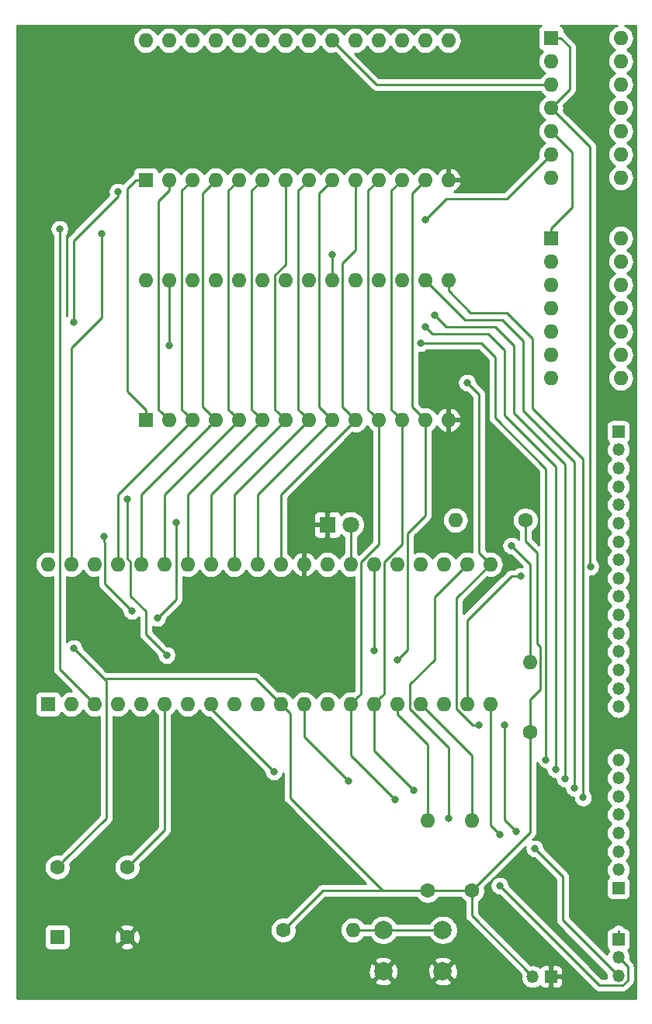
<source format=gbr>
G04 #@! TF.GenerationSoftware,KiCad,Pcbnew,5.1.4*
G04 #@! TF.CreationDate,2019-09-16T14:45:49+01:00*
G04 #@! TF.ProjectId,z802-3,7a383032-2d33-42e6-9b69-6361645f7063,rev?*
G04 #@! TF.SameCoordinates,Original*
G04 #@! TF.FileFunction,Copper,L2,Bot*
G04 #@! TF.FilePolarity,Positive*
%FSLAX46Y46*%
G04 Gerber Fmt 4.6, Leading zero omitted, Abs format (unit mm)*
G04 Created by KiCad (PCBNEW 5.1.4) date 2019-09-16 14:45:49*
%MOMM*%
%LPD*%
G04 APERTURE LIST*
%ADD10O,1.600000X1.600000*%
%ADD11R,1.600000X1.600000*%
%ADD12R,1.800000X1.800000*%
%ADD13C,1.800000*%
%ADD14R,1.350000X1.350000*%
%ADD15O,1.350000X1.350000*%
%ADD16C,1.600000*%
%ADD17C,2.000000*%
%ADD18C,0.800000*%
%ADD19C,0.250000*%
%ADD20C,0.254000*%
G04 APERTURE END LIST*
D10*
X110236000Y-102870000D03*
X143256000Y-118110000D03*
X112776000Y-102870000D03*
X140716000Y-118110000D03*
X115316000Y-102870000D03*
X138176000Y-118110000D03*
X117856000Y-102870000D03*
X135636000Y-118110000D03*
X120396000Y-102870000D03*
X133096000Y-118110000D03*
X122936000Y-102870000D03*
X130556000Y-118110000D03*
X125476000Y-102870000D03*
X128016000Y-118110000D03*
X128016000Y-102870000D03*
X125476000Y-118110000D03*
X130556000Y-102870000D03*
X122936000Y-118110000D03*
X133096000Y-102870000D03*
X120396000Y-118110000D03*
X135636000Y-102870000D03*
X117856000Y-118110000D03*
X138176000Y-102870000D03*
X115316000Y-118110000D03*
X140716000Y-102870000D03*
X112776000Y-118110000D03*
X143256000Y-102870000D03*
D11*
X110236000Y-118110000D03*
D12*
X130048000Y-129540000D03*
D13*
X132588000Y-129540000D03*
D14*
X161798000Y-174752000D03*
D15*
X161798000Y-176752000D03*
X161798000Y-178752000D03*
D14*
X161798000Y-169164000D03*
D15*
X161798000Y-167164000D03*
X161798000Y-165164000D03*
X161798000Y-163164000D03*
X161798000Y-161164000D03*
X161798000Y-159164000D03*
X161798000Y-157164000D03*
X161798000Y-155164000D03*
D14*
X161798000Y-119380000D03*
D15*
X161798000Y-121380000D03*
X161798000Y-123380000D03*
X161798000Y-125380000D03*
X161798000Y-127380000D03*
X161798000Y-129380000D03*
X161798000Y-131380000D03*
X161798000Y-133380000D03*
X161798000Y-135380000D03*
X161798000Y-137380000D03*
X161798000Y-139380000D03*
X161798000Y-141380000D03*
X161798000Y-143380000D03*
X161798000Y-145380000D03*
X161798000Y-147380000D03*
X161798000Y-149380000D03*
D14*
X154432000Y-178816000D03*
D15*
X152432000Y-178816000D03*
D16*
X151638000Y-129032000D03*
D10*
X144018000Y-129032000D03*
X140970000Y-161798000D03*
D16*
X140970000Y-169418000D03*
X145796000Y-169418000D03*
D10*
X145796000Y-161798000D03*
X152146000Y-144526000D03*
D16*
X152146000Y-152146000D03*
X125222000Y-173736000D03*
D10*
X132842000Y-173736000D03*
D17*
X136144000Y-178236000D03*
X136144000Y-173736000D03*
X142644000Y-178236000D03*
X142644000Y-173736000D03*
D11*
X99568000Y-149098000D03*
D10*
X147828000Y-133858000D03*
X102108000Y-149098000D03*
X145288000Y-133858000D03*
X104648000Y-149098000D03*
X142748000Y-133858000D03*
X107188000Y-149098000D03*
X140208000Y-133858000D03*
X109728000Y-149098000D03*
X137668000Y-133858000D03*
X112268000Y-149098000D03*
X135128000Y-133858000D03*
X114808000Y-149098000D03*
X132588000Y-133858000D03*
X117348000Y-149098000D03*
X130048000Y-133858000D03*
X119888000Y-149098000D03*
X127508000Y-133858000D03*
X122428000Y-149098000D03*
X124968000Y-133858000D03*
X124968000Y-149098000D03*
X122428000Y-133858000D03*
X127508000Y-149098000D03*
X119888000Y-133858000D03*
X130048000Y-149098000D03*
X117348000Y-133858000D03*
X132588000Y-149098000D03*
X114808000Y-133858000D03*
X135128000Y-149098000D03*
X112268000Y-133858000D03*
X137668000Y-149098000D03*
X109728000Y-133858000D03*
X140208000Y-149098000D03*
X107188000Y-133858000D03*
X142748000Y-149098000D03*
X104648000Y-133858000D03*
X145288000Y-149098000D03*
X102108000Y-133858000D03*
X147828000Y-149098000D03*
X99568000Y-133858000D03*
D11*
X154432000Y-76454000D03*
D10*
X162052000Y-91694000D03*
X154432000Y-78994000D03*
X162052000Y-89154000D03*
X154432000Y-81534000D03*
X162052000Y-86614000D03*
X154432000Y-84074000D03*
X162052000Y-84074000D03*
X154432000Y-86614000D03*
X162052000Y-81534000D03*
X154432000Y-89154000D03*
X162052000Y-78994000D03*
X154432000Y-91694000D03*
X162052000Y-76454000D03*
X162052000Y-98298000D03*
X154432000Y-113538000D03*
X162052000Y-100838000D03*
X154432000Y-110998000D03*
X162052000Y-103378000D03*
X154432000Y-108458000D03*
X162052000Y-105918000D03*
X154432000Y-105918000D03*
X162052000Y-108458000D03*
X154432000Y-103378000D03*
X162052000Y-110998000D03*
X154432000Y-100838000D03*
X162052000Y-113538000D03*
D11*
X154432000Y-98298000D03*
D10*
X110236000Y-76708000D03*
X143256000Y-91948000D03*
X112776000Y-76708000D03*
X140716000Y-91948000D03*
X115316000Y-76708000D03*
X138176000Y-91948000D03*
X117856000Y-76708000D03*
X135636000Y-91948000D03*
X120396000Y-76708000D03*
X133096000Y-91948000D03*
X122936000Y-76708000D03*
X130556000Y-91948000D03*
X125476000Y-76708000D03*
X128016000Y-91948000D03*
X128016000Y-76708000D03*
X125476000Y-91948000D03*
X130556000Y-76708000D03*
X122936000Y-91948000D03*
X133096000Y-76708000D03*
X120396000Y-91948000D03*
X135636000Y-76708000D03*
X117856000Y-91948000D03*
X138176000Y-76708000D03*
X115316000Y-91948000D03*
X140716000Y-76708000D03*
X112776000Y-91948000D03*
X143256000Y-76708000D03*
D11*
X110236000Y-91948000D03*
X100584000Y-174498000D03*
D16*
X100584000Y-166878000D03*
X108204000Y-166878000D03*
X108204000Y-174498000D03*
D18*
X141986000Y-127762000D03*
X148844000Y-163322000D03*
X112776000Y-109982000D03*
X148844000Y-168910000D03*
X143256000Y-161544000D03*
X145288000Y-114046000D03*
X146558000Y-151384000D03*
X149352000Y-151384000D03*
X150622000Y-163031000D03*
X152654000Y-164846000D03*
X137414000Y-159512000D03*
X139446000Y-158496000D03*
X132334000Y-157480000D03*
X137668000Y-144272000D03*
X124206000Y-156464000D03*
X157940000Y-159306000D03*
X156972000Y-158242000D03*
X141732000Y-106680000D03*
X155956000Y-157226000D03*
X140716000Y-107950000D03*
X154940000Y-156210000D03*
X140208000Y-109728000D03*
X153894000Y-155164000D03*
X105410000Y-97790000D03*
X102362000Y-107442000D03*
X107188000Y-93218000D03*
X105664000Y-130810000D03*
X108712000Y-138938000D03*
X113538000Y-129286000D03*
X111506000Y-139700000D03*
X100838000Y-97282000D03*
X108204000Y-126746000D03*
X112522000Y-143764000D03*
X102362000Y-143002000D03*
X150114000Y-131826000D03*
X135128000Y-143256000D03*
X140716000Y-96266000D03*
X130556000Y-100076000D03*
X158750000Y-134112000D03*
X151130000Y-135128000D03*
D19*
X143256000Y-118110000D02*
X143256000Y-126492000D01*
X143256000Y-126492000D02*
X141986000Y-127762000D01*
X132588000Y-129540000D02*
X132588000Y-133858000D01*
X161798000Y-174752000D02*
X161798000Y-173827000D01*
X148844000Y-163322000D02*
X147828000Y-162306000D01*
X147828000Y-162306000D02*
X147828000Y-149098000D01*
X112776000Y-102870000D02*
X112776000Y-109982000D01*
X162798001Y-177752001D02*
X162798001Y-179232001D01*
X161798000Y-176752000D02*
X162798001Y-177752001D01*
X162798001Y-179232001D02*
X162278001Y-179752001D01*
X162278001Y-179752001D02*
X159686001Y-179752001D01*
X159686001Y-179752001D02*
X148844000Y-168910000D01*
X141732000Y-137414000D02*
X145288000Y-133858000D01*
X143256000Y-153811002D02*
X139082999Y-149638001D01*
X139082999Y-149638001D02*
X139082999Y-146921001D01*
X139082999Y-146921001D02*
X141732000Y-144272000D01*
X143256000Y-161544000D02*
X143256000Y-153811002D01*
X141732000Y-144272000D02*
X141732000Y-137414000D01*
X145288000Y-114046000D02*
X146558000Y-115316000D01*
X146558000Y-132588000D02*
X147828000Y-133858000D01*
X146558000Y-115316000D02*
X146558000Y-132588000D01*
X145908998Y-151384000D02*
X146558000Y-151384000D01*
X144162999Y-149638001D02*
X145908998Y-151384000D01*
X147828000Y-133858000D02*
X144162999Y-137523001D01*
X144162999Y-137523001D02*
X144162999Y-149638001D01*
X149352000Y-151384000D02*
X149352000Y-161761000D01*
X149352000Y-161761000D02*
X150622000Y-163031000D01*
X152654000Y-164846000D02*
X155702000Y-167894000D01*
X155702000Y-172656000D02*
X161798000Y-178752000D01*
X155702000Y-167894000D02*
X155702000Y-172656000D01*
X134836001Y-117310001D02*
X135636000Y-118110000D01*
X134510999Y-116984999D02*
X134836001Y-117310001D01*
X134510999Y-93073001D02*
X134510999Y-116984999D01*
X135636000Y-91948000D02*
X134510999Y-93073001D01*
X133387999Y-148298001D02*
X132588000Y-149098000D01*
X133713001Y-147972999D02*
X133387999Y-148298001D01*
X133713001Y-133607997D02*
X133713001Y-147972999D01*
X135636000Y-131684998D02*
X133713001Y-133607997D01*
X135636000Y-118110000D02*
X135636000Y-131684998D01*
X132588000Y-154686000D02*
X137414000Y-159512000D01*
X132588000Y-149098000D02*
X132588000Y-154686000D01*
X137376001Y-117310001D02*
X138176000Y-118110000D01*
X137050999Y-93073001D02*
X137050999Y-116984999D01*
X137050999Y-116984999D02*
X137376001Y-117310001D01*
X138176000Y-91948000D02*
X137050999Y-93073001D01*
X135927999Y-148298001D02*
X135128000Y-149098000D01*
X136253001Y-147972999D02*
X135927999Y-148298001D01*
X136253001Y-133607997D02*
X136253001Y-147972999D01*
X138176000Y-131684998D02*
X136253001Y-133607997D01*
X138176000Y-118110000D02*
X138176000Y-131684998D01*
X135128000Y-154178000D02*
X139446000Y-158496000D01*
X135128000Y-149098000D02*
X135128000Y-154178000D01*
X139301001Y-116695001D02*
X139916001Y-117310001D01*
X139916001Y-117310001D02*
X140716000Y-118110000D01*
X139301001Y-93362999D02*
X139301001Y-116695001D01*
X140716000Y-91948000D02*
X139301001Y-93362999D01*
X127508000Y-152654000D02*
X132334000Y-157480000D01*
X127508000Y-149098000D02*
X127508000Y-152654000D01*
X140716000Y-118110000D02*
X140716000Y-128524000D01*
X138793001Y-143146999D02*
X137668000Y-144272000D01*
X140716000Y-128524000D02*
X138793001Y-130446999D01*
X138793001Y-130446999D02*
X138793001Y-143146999D01*
X117348000Y-149606000D02*
X117348000Y-149098000D01*
X124206000Y-156464000D02*
X117348000Y-149606000D01*
X149606000Y-106426000D02*
X152400000Y-109220000D01*
X145680630Y-106426000D02*
X149606000Y-106426000D01*
X152400000Y-109220000D02*
X152400000Y-116840000D01*
X152400000Y-116840000D02*
X157940000Y-122380000D01*
X143256000Y-102870000D02*
X143256000Y-104001370D01*
X157940000Y-122380000D02*
X157940000Y-159306000D01*
X143256000Y-104001370D02*
X145680630Y-106426000D01*
X156972000Y-122682000D02*
X156972000Y-158242000D01*
X151384000Y-117094000D02*
X156972000Y-122682000D01*
X151384000Y-109474000D02*
X151384000Y-117094000D01*
X145034000Y-107188000D02*
X149098000Y-107188000D01*
X149098000Y-107188000D02*
X151384000Y-109474000D01*
X140716000Y-102870000D02*
X145034000Y-107188000D01*
X150368000Y-109982000D02*
X150368000Y-117348000D01*
X150368000Y-117348000D02*
X155956000Y-122936000D01*
X155956000Y-122936000D02*
X155956000Y-157226000D01*
X141732000Y-106680000D02*
X143002000Y-107950000D01*
X148336000Y-107950000D02*
X150368000Y-109982000D01*
X143002000Y-107950000D02*
X148336000Y-107950000D01*
X154940000Y-123190000D02*
X154940000Y-156210000D01*
X149352000Y-117602000D02*
X154940000Y-123190000D01*
X141478000Y-108712000D02*
X147574000Y-108712000D01*
X149352000Y-110490000D02*
X149352000Y-117602000D01*
X147574000Y-108712000D02*
X149352000Y-110490000D01*
X140716000Y-107950000D02*
X141478000Y-108712000D01*
X153894000Y-123414000D02*
X153894000Y-155164000D01*
X148336000Y-117856000D02*
X153894000Y-123414000D01*
X140208000Y-109728000D02*
X146812000Y-109728000D01*
X148336000Y-111252000D02*
X148336000Y-117856000D01*
X146812000Y-109728000D02*
X148336000Y-111252000D01*
X124968000Y-126238000D02*
X124968000Y-133858000D01*
X133096000Y-118110000D02*
X124968000Y-126238000D01*
X133096000Y-91948000D02*
X133096000Y-99568000D01*
X131681001Y-116695001D02*
X132296001Y-117310001D01*
X132296001Y-117310001D02*
X133096000Y-118110000D01*
X131681001Y-100982999D02*
X131681001Y-116695001D01*
X133096000Y-99568000D02*
X131681001Y-100982999D01*
X122428000Y-126238000D02*
X122428000Y-133858000D01*
X130556000Y-118110000D02*
X122428000Y-126238000D01*
X129756001Y-117310001D02*
X130556000Y-118110000D01*
X129141001Y-116695001D02*
X129756001Y-117310001D01*
X129141001Y-93362999D02*
X129141001Y-116695001D01*
X130556000Y-91948000D02*
X129141001Y-93362999D01*
X126890999Y-116984999D02*
X127216001Y-117310001D01*
X126890999Y-93073001D02*
X126890999Y-116984999D01*
X127216001Y-117310001D02*
X128016000Y-118110000D01*
X128016000Y-91948000D02*
X126890999Y-93073001D01*
X119888000Y-126238000D02*
X119888000Y-133858000D01*
X128016000Y-118110000D02*
X119888000Y-126238000D01*
X124676001Y-117310001D02*
X125476000Y-118110000D01*
X124350999Y-116984999D02*
X124676001Y-117310001D01*
X124350999Y-102329999D02*
X124350999Y-116984999D01*
X125476000Y-101204998D02*
X124350999Y-102329999D01*
X125476000Y-91948000D02*
X125476000Y-101204998D01*
X117348000Y-126238000D02*
X117348000Y-133858000D01*
X125476000Y-118110000D02*
X117348000Y-126238000D01*
X122136001Y-117310001D02*
X122936000Y-118110000D01*
X121810999Y-116984999D02*
X122136001Y-117310001D01*
X121810999Y-93073001D02*
X121810999Y-116984999D01*
X122936000Y-91948000D02*
X121810999Y-93073001D01*
X114808000Y-126238000D02*
X114808000Y-133858000D01*
X122936000Y-118110000D02*
X114808000Y-126238000D01*
X119596001Y-117310001D02*
X120396000Y-118110000D01*
X119270999Y-116984999D02*
X119596001Y-117310001D01*
X119270999Y-93073001D02*
X119270999Y-116984999D01*
X120396000Y-91948000D02*
X119270999Y-93073001D01*
X112268000Y-126238000D02*
X112268000Y-133858000D01*
X120396000Y-118110000D02*
X112268000Y-126238000D01*
X117056001Y-117310001D02*
X117856000Y-118110000D01*
X116441001Y-93362999D02*
X116441001Y-116695001D01*
X116441001Y-116695001D02*
X117056001Y-117310001D01*
X117856000Y-91948000D02*
X116441001Y-93362999D01*
X117856000Y-118110000D02*
X117056001Y-118909999D01*
X109728000Y-126238000D02*
X109728000Y-133858000D01*
X117856000Y-118110000D02*
X109728000Y-126238000D01*
X114516001Y-117310001D02*
X115316000Y-118110000D01*
X114190999Y-116984999D02*
X114516001Y-117310001D01*
X114190999Y-93073001D02*
X114190999Y-116984999D01*
X115316000Y-91948000D02*
X114190999Y-93073001D01*
X107188000Y-126238000D02*
X107188000Y-133858000D01*
X115316000Y-118110000D02*
X107188000Y-126238000D01*
X102108000Y-133858000D02*
X102108000Y-110236000D01*
X105410000Y-106934000D02*
X105410000Y-97790000D01*
X102108000Y-110236000D02*
X105410000Y-106934000D01*
X102362000Y-107442000D02*
X102362000Y-98552000D01*
X102362000Y-98552000D02*
X107188000Y-93726000D01*
X107188000Y-93726000D02*
X107188000Y-93218000D01*
X105773001Y-135999001D02*
X108712000Y-138938000D01*
X105773001Y-131484686D02*
X105773001Y-135999001D01*
X105664000Y-131375685D02*
X105773001Y-131484686D01*
X105664000Y-130810000D02*
X105664000Y-131375685D01*
X111976001Y-117310001D02*
X112776000Y-118110000D01*
X111650999Y-94204371D02*
X111650999Y-116984999D01*
X111650999Y-116984999D02*
X111976001Y-117310001D01*
X112776000Y-93079370D02*
X111650999Y-94204371D01*
X112776000Y-91948000D02*
X112776000Y-93079370D01*
X113538000Y-129286000D02*
X113538000Y-137668000D01*
X113538000Y-137668000D02*
X111506000Y-139700000D01*
X100838000Y-145288000D02*
X104648000Y-149098000D01*
X100838000Y-97282000D02*
X100838000Y-145288000D01*
X109186000Y-91948000D02*
X108204000Y-92930000D01*
X110236000Y-91948000D02*
X109186000Y-91948000D01*
X108204000Y-92930000D02*
X108204000Y-115028000D01*
X110236000Y-117060000D02*
X110236000Y-118110000D01*
X108204000Y-115028000D02*
X110236000Y-117060000D01*
X108602999Y-133607997D02*
X108602999Y-137304999D01*
X108204000Y-126746000D02*
X108204000Y-133208998D01*
X108204000Y-133208998D02*
X108602999Y-133607997D01*
X108602999Y-137304999D02*
X110236000Y-138938000D01*
X110236000Y-141478000D02*
X112522000Y-143764000D01*
X110236000Y-138938000D02*
X110236000Y-141478000D01*
X154432000Y-97248000D02*
X154432000Y-98298000D01*
X156718000Y-94962000D02*
X154432000Y-97248000D01*
X156718000Y-88900000D02*
X156718000Y-94962000D01*
X154432000Y-86614000D02*
X156718000Y-88900000D01*
X144664630Y-169418000D02*
X140970000Y-169418000D01*
X145796000Y-169418000D02*
X144664630Y-169418000D01*
X122174000Y-146304000D02*
X124968000Y-149098000D01*
X105664000Y-146304000D02*
X122174000Y-146304000D01*
X152146000Y-163068000D02*
X145796000Y-169418000D01*
X152146000Y-152146000D02*
X152146000Y-163068000D01*
X125984000Y-150114000D02*
X124968000Y-149098000D01*
X125984000Y-159315002D02*
X125984000Y-150114000D01*
X140970000Y-169418000D02*
X136086998Y-169418000D01*
X136086998Y-169418000D02*
X125984000Y-159315002D01*
X129540000Y-169418000D02*
X136086998Y-169418000D01*
X125222000Y-173736000D02*
X129540000Y-169418000D01*
X145796000Y-172180000D02*
X152432000Y-178816000D01*
X145796000Y-169418000D02*
X145796000Y-172180000D01*
X101383999Y-166078001D02*
X100584000Y-166878000D01*
X105918000Y-161544000D02*
X101383999Y-166078001D01*
X105918000Y-146558000D02*
X105918000Y-161544000D01*
X105537000Y-146177000D02*
X105918000Y-146558000D01*
X105537000Y-146177000D02*
X105664000Y-146304000D01*
X102362000Y-143002000D02*
X105537000Y-146177000D01*
X151638000Y-129032000D02*
X151638000Y-131318000D01*
X151638000Y-131318000D02*
X152908000Y-132588000D01*
X153271001Y-142857001D02*
X153271001Y-147464999D01*
X152908000Y-132588000D02*
X152908000Y-142494000D01*
X152908000Y-142494000D02*
X153271001Y-142857001D01*
X152146000Y-148590000D02*
X152146000Y-152146000D01*
X153271001Y-147464999D02*
X152146000Y-148590000D01*
X140970000Y-160666630D02*
X140970000Y-161798000D01*
X140970000Y-153531370D02*
X140970000Y-160666630D01*
X137668000Y-150229370D02*
X140970000Y-153531370D01*
X137668000Y-149098000D02*
X137668000Y-150229370D01*
X145796000Y-154686000D02*
X140208000Y-149098000D01*
X145796000Y-161798000D02*
X145796000Y-154686000D01*
X152146000Y-144526000D02*
X152146000Y-133858000D01*
X152146000Y-133858000D02*
X150114000Y-131826000D01*
X133973370Y-173736000D02*
X136144000Y-173736000D01*
X132842000Y-173736000D02*
X133973370Y-173736000D01*
X137558213Y-173736000D02*
X142644000Y-173736000D01*
X136144000Y-173736000D02*
X137558213Y-173736000D01*
X135128000Y-133858000D02*
X135128000Y-143256000D01*
X154432000Y-89154000D02*
X149606000Y-93980000D01*
X149606000Y-93980000D02*
X143002000Y-93980000D01*
X143002000Y-93980000D02*
X140716000Y-96266000D01*
X130556000Y-102108000D02*
X130556000Y-102870000D01*
X130556000Y-100076000D02*
X130556000Y-102108000D01*
X112268000Y-162814000D02*
X108204000Y-166878000D01*
X112268000Y-149098000D02*
X112268000Y-162814000D01*
X155482000Y-76454000D02*
X156464000Y-77436000D01*
X154432000Y-76454000D02*
X155482000Y-76454000D01*
X156464000Y-82042000D02*
X154432000Y-84074000D01*
X156464000Y-77436000D02*
X156464000Y-82042000D01*
X158665001Y-134027001D02*
X158750000Y-134112000D01*
X154432000Y-84074000D02*
X158665001Y-88307001D01*
X158665001Y-88307001D02*
X158665001Y-134027001D01*
X151130000Y-135128000D02*
X150114000Y-135128000D01*
X145288000Y-139954000D02*
X145288000Y-149098000D01*
X150114000Y-135128000D02*
X145288000Y-139954000D01*
X135382000Y-81534000D02*
X130556000Y-76708000D01*
X154432000Y-81534000D02*
X135382000Y-81534000D01*
D20*
G36*
X153277506Y-75123463D02*
G01*
X153180815Y-75202815D01*
X153101463Y-75299506D01*
X153042498Y-75409820D01*
X153006188Y-75529518D01*
X152993928Y-75654000D01*
X152993928Y-77254000D01*
X153006188Y-77378482D01*
X153042498Y-77498180D01*
X153101463Y-77608494D01*
X153180815Y-77705185D01*
X153277506Y-77784537D01*
X153387820Y-77843502D01*
X153507518Y-77879812D01*
X153525482Y-77881581D01*
X153412392Y-77974392D01*
X153233068Y-78192899D01*
X153099818Y-78442192D01*
X153017764Y-78712691D01*
X152990057Y-78994000D01*
X153017764Y-79275309D01*
X153099818Y-79545808D01*
X153233068Y-79795101D01*
X153412392Y-80013608D01*
X153630899Y-80192932D01*
X153763858Y-80264000D01*
X153630899Y-80335068D01*
X153412392Y-80514392D01*
X153233068Y-80732899D01*
X153211099Y-80774000D01*
X135696802Y-80774000D01*
X133065801Y-78143000D01*
X133166492Y-78143000D01*
X133377309Y-78122236D01*
X133647808Y-78040182D01*
X133897101Y-77906932D01*
X134115608Y-77727608D01*
X134294932Y-77509101D01*
X134366000Y-77376142D01*
X134437068Y-77509101D01*
X134616392Y-77727608D01*
X134834899Y-77906932D01*
X135084192Y-78040182D01*
X135354691Y-78122236D01*
X135565508Y-78143000D01*
X135706492Y-78143000D01*
X135917309Y-78122236D01*
X136187808Y-78040182D01*
X136437101Y-77906932D01*
X136655608Y-77727608D01*
X136834932Y-77509101D01*
X136906000Y-77376142D01*
X136977068Y-77509101D01*
X137156392Y-77727608D01*
X137374899Y-77906932D01*
X137624192Y-78040182D01*
X137894691Y-78122236D01*
X138105508Y-78143000D01*
X138246492Y-78143000D01*
X138457309Y-78122236D01*
X138727808Y-78040182D01*
X138977101Y-77906932D01*
X139195608Y-77727608D01*
X139374932Y-77509101D01*
X139446000Y-77376142D01*
X139517068Y-77509101D01*
X139696392Y-77727608D01*
X139914899Y-77906932D01*
X140164192Y-78040182D01*
X140434691Y-78122236D01*
X140645508Y-78143000D01*
X140786492Y-78143000D01*
X140997309Y-78122236D01*
X141267808Y-78040182D01*
X141517101Y-77906932D01*
X141735608Y-77727608D01*
X141914932Y-77509101D01*
X141986000Y-77376142D01*
X142057068Y-77509101D01*
X142236392Y-77727608D01*
X142454899Y-77906932D01*
X142704192Y-78040182D01*
X142974691Y-78122236D01*
X143185508Y-78143000D01*
X143326492Y-78143000D01*
X143537309Y-78122236D01*
X143807808Y-78040182D01*
X144057101Y-77906932D01*
X144275608Y-77727608D01*
X144454932Y-77509101D01*
X144588182Y-77259808D01*
X144670236Y-76989309D01*
X144697943Y-76708000D01*
X144670236Y-76426691D01*
X144588182Y-76156192D01*
X144454932Y-75906899D01*
X144275608Y-75688392D01*
X144057101Y-75509068D01*
X143807808Y-75375818D01*
X143537309Y-75293764D01*
X143326492Y-75273000D01*
X143185508Y-75273000D01*
X142974691Y-75293764D01*
X142704192Y-75375818D01*
X142454899Y-75509068D01*
X142236392Y-75688392D01*
X142057068Y-75906899D01*
X141986000Y-76039858D01*
X141914932Y-75906899D01*
X141735608Y-75688392D01*
X141517101Y-75509068D01*
X141267808Y-75375818D01*
X140997309Y-75293764D01*
X140786492Y-75273000D01*
X140645508Y-75273000D01*
X140434691Y-75293764D01*
X140164192Y-75375818D01*
X139914899Y-75509068D01*
X139696392Y-75688392D01*
X139517068Y-75906899D01*
X139446000Y-76039858D01*
X139374932Y-75906899D01*
X139195608Y-75688392D01*
X138977101Y-75509068D01*
X138727808Y-75375818D01*
X138457309Y-75293764D01*
X138246492Y-75273000D01*
X138105508Y-75273000D01*
X137894691Y-75293764D01*
X137624192Y-75375818D01*
X137374899Y-75509068D01*
X137156392Y-75688392D01*
X136977068Y-75906899D01*
X136906000Y-76039858D01*
X136834932Y-75906899D01*
X136655608Y-75688392D01*
X136437101Y-75509068D01*
X136187808Y-75375818D01*
X135917309Y-75293764D01*
X135706492Y-75273000D01*
X135565508Y-75273000D01*
X135354691Y-75293764D01*
X135084192Y-75375818D01*
X134834899Y-75509068D01*
X134616392Y-75688392D01*
X134437068Y-75906899D01*
X134366000Y-76039858D01*
X134294932Y-75906899D01*
X134115608Y-75688392D01*
X133897101Y-75509068D01*
X133647808Y-75375818D01*
X133377309Y-75293764D01*
X133166492Y-75273000D01*
X133025508Y-75273000D01*
X132814691Y-75293764D01*
X132544192Y-75375818D01*
X132294899Y-75509068D01*
X132076392Y-75688392D01*
X131897068Y-75906899D01*
X131826000Y-76039858D01*
X131754932Y-75906899D01*
X131575608Y-75688392D01*
X131357101Y-75509068D01*
X131107808Y-75375818D01*
X130837309Y-75293764D01*
X130626492Y-75273000D01*
X130485508Y-75273000D01*
X130274691Y-75293764D01*
X130004192Y-75375818D01*
X129754899Y-75509068D01*
X129536392Y-75688392D01*
X129357068Y-75906899D01*
X129286000Y-76039858D01*
X129214932Y-75906899D01*
X129035608Y-75688392D01*
X128817101Y-75509068D01*
X128567808Y-75375818D01*
X128297309Y-75293764D01*
X128086492Y-75273000D01*
X127945508Y-75273000D01*
X127734691Y-75293764D01*
X127464192Y-75375818D01*
X127214899Y-75509068D01*
X126996392Y-75688392D01*
X126817068Y-75906899D01*
X126746000Y-76039858D01*
X126674932Y-75906899D01*
X126495608Y-75688392D01*
X126277101Y-75509068D01*
X126027808Y-75375818D01*
X125757309Y-75293764D01*
X125546492Y-75273000D01*
X125405508Y-75273000D01*
X125194691Y-75293764D01*
X124924192Y-75375818D01*
X124674899Y-75509068D01*
X124456392Y-75688392D01*
X124277068Y-75906899D01*
X124206000Y-76039858D01*
X124134932Y-75906899D01*
X123955608Y-75688392D01*
X123737101Y-75509068D01*
X123487808Y-75375818D01*
X123217309Y-75293764D01*
X123006492Y-75273000D01*
X122865508Y-75273000D01*
X122654691Y-75293764D01*
X122384192Y-75375818D01*
X122134899Y-75509068D01*
X121916392Y-75688392D01*
X121737068Y-75906899D01*
X121666000Y-76039858D01*
X121594932Y-75906899D01*
X121415608Y-75688392D01*
X121197101Y-75509068D01*
X120947808Y-75375818D01*
X120677309Y-75293764D01*
X120466492Y-75273000D01*
X120325508Y-75273000D01*
X120114691Y-75293764D01*
X119844192Y-75375818D01*
X119594899Y-75509068D01*
X119376392Y-75688392D01*
X119197068Y-75906899D01*
X119126000Y-76039858D01*
X119054932Y-75906899D01*
X118875608Y-75688392D01*
X118657101Y-75509068D01*
X118407808Y-75375818D01*
X118137309Y-75293764D01*
X117926492Y-75273000D01*
X117785508Y-75273000D01*
X117574691Y-75293764D01*
X117304192Y-75375818D01*
X117054899Y-75509068D01*
X116836392Y-75688392D01*
X116657068Y-75906899D01*
X116586000Y-76039858D01*
X116514932Y-75906899D01*
X116335608Y-75688392D01*
X116117101Y-75509068D01*
X115867808Y-75375818D01*
X115597309Y-75293764D01*
X115386492Y-75273000D01*
X115245508Y-75273000D01*
X115034691Y-75293764D01*
X114764192Y-75375818D01*
X114514899Y-75509068D01*
X114296392Y-75688392D01*
X114117068Y-75906899D01*
X114046000Y-76039858D01*
X113974932Y-75906899D01*
X113795608Y-75688392D01*
X113577101Y-75509068D01*
X113327808Y-75375818D01*
X113057309Y-75293764D01*
X112846492Y-75273000D01*
X112705508Y-75273000D01*
X112494691Y-75293764D01*
X112224192Y-75375818D01*
X111974899Y-75509068D01*
X111756392Y-75688392D01*
X111577068Y-75906899D01*
X111506000Y-76039858D01*
X111434932Y-75906899D01*
X111255608Y-75688392D01*
X111037101Y-75509068D01*
X110787808Y-75375818D01*
X110517309Y-75293764D01*
X110306492Y-75273000D01*
X110165508Y-75273000D01*
X109954691Y-75293764D01*
X109684192Y-75375818D01*
X109434899Y-75509068D01*
X109216392Y-75688392D01*
X109037068Y-75906899D01*
X108903818Y-76156192D01*
X108821764Y-76426691D01*
X108794057Y-76708000D01*
X108821764Y-76989309D01*
X108903818Y-77259808D01*
X109037068Y-77509101D01*
X109216392Y-77727608D01*
X109434899Y-77906932D01*
X109684192Y-78040182D01*
X109954691Y-78122236D01*
X110165508Y-78143000D01*
X110306492Y-78143000D01*
X110517309Y-78122236D01*
X110787808Y-78040182D01*
X111037101Y-77906932D01*
X111255608Y-77727608D01*
X111434932Y-77509101D01*
X111506000Y-77376142D01*
X111577068Y-77509101D01*
X111756392Y-77727608D01*
X111974899Y-77906932D01*
X112224192Y-78040182D01*
X112494691Y-78122236D01*
X112705508Y-78143000D01*
X112846492Y-78143000D01*
X113057309Y-78122236D01*
X113327808Y-78040182D01*
X113577101Y-77906932D01*
X113795608Y-77727608D01*
X113974932Y-77509101D01*
X114046000Y-77376142D01*
X114117068Y-77509101D01*
X114296392Y-77727608D01*
X114514899Y-77906932D01*
X114764192Y-78040182D01*
X115034691Y-78122236D01*
X115245508Y-78143000D01*
X115386492Y-78143000D01*
X115597309Y-78122236D01*
X115867808Y-78040182D01*
X116117101Y-77906932D01*
X116335608Y-77727608D01*
X116514932Y-77509101D01*
X116586000Y-77376142D01*
X116657068Y-77509101D01*
X116836392Y-77727608D01*
X117054899Y-77906932D01*
X117304192Y-78040182D01*
X117574691Y-78122236D01*
X117785508Y-78143000D01*
X117926492Y-78143000D01*
X118137309Y-78122236D01*
X118407808Y-78040182D01*
X118657101Y-77906932D01*
X118875608Y-77727608D01*
X119054932Y-77509101D01*
X119126000Y-77376142D01*
X119197068Y-77509101D01*
X119376392Y-77727608D01*
X119594899Y-77906932D01*
X119844192Y-78040182D01*
X120114691Y-78122236D01*
X120325508Y-78143000D01*
X120466492Y-78143000D01*
X120677309Y-78122236D01*
X120947808Y-78040182D01*
X121197101Y-77906932D01*
X121415608Y-77727608D01*
X121594932Y-77509101D01*
X121666000Y-77376142D01*
X121737068Y-77509101D01*
X121916392Y-77727608D01*
X122134899Y-77906932D01*
X122384192Y-78040182D01*
X122654691Y-78122236D01*
X122865508Y-78143000D01*
X123006492Y-78143000D01*
X123217309Y-78122236D01*
X123487808Y-78040182D01*
X123737101Y-77906932D01*
X123955608Y-77727608D01*
X124134932Y-77509101D01*
X124206000Y-77376142D01*
X124277068Y-77509101D01*
X124456392Y-77727608D01*
X124674899Y-77906932D01*
X124924192Y-78040182D01*
X125194691Y-78122236D01*
X125405508Y-78143000D01*
X125546492Y-78143000D01*
X125757309Y-78122236D01*
X126027808Y-78040182D01*
X126277101Y-77906932D01*
X126495608Y-77727608D01*
X126674932Y-77509101D01*
X126746000Y-77376142D01*
X126817068Y-77509101D01*
X126996392Y-77727608D01*
X127214899Y-77906932D01*
X127464192Y-78040182D01*
X127734691Y-78122236D01*
X127945508Y-78143000D01*
X128086492Y-78143000D01*
X128297309Y-78122236D01*
X128567808Y-78040182D01*
X128817101Y-77906932D01*
X129035608Y-77727608D01*
X129214932Y-77509101D01*
X129286000Y-77376142D01*
X129357068Y-77509101D01*
X129536392Y-77727608D01*
X129754899Y-77906932D01*
X130004192Y-78040182D01*
X130274691Y-78122236D01*
X130485508Y-78143000D01*
X130626492Y-78143000D01*
X130837309Y-78122236D01*
X130881906Y-78108708D01*
X134818201Y-82045003D01*
X134841999Y-82074001D01*
X134957724Y-82168974D01*
X135089753Y-82239546D01*
X135233014Y-82283003D01*
X135344667Y-82294000D01*
X135344675Y-82294000D01*
X135382000Y-82297676D01*
X135419325Y-82294000D01*
X153211099Y-82294000D01*
X153233068Y-82335101D01*
X153412392Y-82553608D01*
X153630899Y-82732932D01*
X153763858Y-82804000D01*
X153630899Y-82875068D01*
X153412392Y-83054392D01*
X153233068Y-83272899D01*
X153099818Y-83522192D01*
X153017764Y-83792691D01*
X152990057Y-84074000D01*
X153017764Y-84355309D01*
X153099818Y-84625808D01*
X153233068Y-84875101D01*
X153412392Y-85093608D01*
X153630899Y-85272932D01*
X153763858Y-85344000D01*
X153630899Y-85415068D01*
X153412392Y-85594392D01*
X153233068Y-85812899D01*
X153099818Y-86062192D01*
X153017764Y-86332691D01*
X152990057Y-86614000D01*
X153017764Y-86895309D01*
X153099818Y-87165808D01*
X153233068Y-87415101D01*
X153412392Y-87633608D01*
X153630899Y-87812932D01*
X153763858Y-87884000D01*
X153630899Y-87955068D01*
X153412392Y-88134392D01*
X153233068Y-88352899D01*
X153099818Y-88602192D01*
X153017764Y-88872691D01*
X152990057Y-89154000D01*
X153017764Y-89435309D01*
X153031292Y-89479906D01*
X149291199Y-93220000D01*
X143906752Y-93220000D01*
X143993420Y-93179037D01*
X144219414Y-93011519D01*
X144408385Y-92803131D01*
X144553070Y-92561881D01*
X144647909Y-92297040D01*
X144526624Y-92075000D01*
X143383000Y-92075000D01*
X143383000Y-92095000D01*
X143129000Y-92095000D01*
X143129000Y-92075000D01*
X143109000Y-92075000D01*
X143109000Y-91821000D01*
X143129000Y-91821000D01*
X143129000Y-90678085D01*
X143383000Y-90678085D01*
X143383000Y-91821000D01*
X144526624Y-91821000D01*
X144647909Y-91598960D01*
X144553070Y-91334119D01*
X144408385Y-91092869D01*
X144219414Y-90884481D01*
X143993420Y-90716963D01*
X143739087Y-90596754D01*
X143605039Y-90556096D01*
X143383000Y-90678085D01*
X143129000Y-90678085D01*
X142906961Y-90556096D01*
X142772913Y-90596754D01*
X142518580Y-90716963D01*
X142292586Y-90884481D01*
X142103615Y-91092869D01*
X141988579Y-91284682D01*
X141914932Y-91146899D01*
X141735608Y-90928392D01*
X141517101Y-90749068D01*
X141267808Y-90615818D01*
X140997309Y-90533764D01*
X140786492Y-90513000D01*
X140645508Y-90513000D01*
X140434691Y-90533764D01*
X140164192Y-90615818D01*
X139914899Y-90749068D01*
X139696392Y-90928392D01*
X139517068Y-91146899D01*
X139446000Y-91279858D01*
X139374932Y-91146899D01*
X139195608Y-90928392D01*
X138977101Y-90749068D01*
X138727808Y-90615818D01*
X138457309Y-90533764D01*
X138246492Y-90513000D01*
X138105508Y-90513000D01*
X137894691Y-90533764D01*
X137624192Y-90615818D01*
X137374899Y-90749068D01*
X137156392Y-90928392D01*
X136977068Y-91146899D01*
X136906000Y-91279858D01*
X136834932Y-91146899D01*
X136655608Y-90928392D01*
X136437101Y-90749068D01*
X136187808Y-90615818D01*
X135917309Y-90533764D01*
X135706492Y-90513000D01*
X135565508Y-90513000D01*
X135354691Y-90533764D01*
X135084192Y-90615818D01*
X134834899Y-90749068D01*
X134616392Y-90928392D01*
X134437068Y-91146899D01*
X134366000Y-91279858D01*
X134294932Y-91146899D01*
X134115608Y-90928392D01*
X133897101Y-90749068D01*
X133647808Y-90615818D01*
X133377309Y-90533764D01*
X133166492Y-90513000D01*
X133025508Y-90513000D01*
X132814691Y-90533764D01*
X132544192Y-90615818D01*
X132294899Y-90749068D01*
X132076392Y-90928392D01*
X131897068Y-91146899D01*
X131826000Y-91279858D01*
X131754932Y-91146899D01*
X131575608Y-90928392D01*
X131357101Y-90749068D01*
X131107808Y-90615818D01*
X130837309Y-90533764D01*
X130626492Y-90513000D01*
X130485508Y-90513000D01*
X130274691Y-90533764D01*
X130004192Y-90615818D01*
X129754899Y-90749068D01*
X129536392Y-90928392D01*
X129357068Y-91146899D01*
X129286000Y-91279858D01*
X129214932Y-91146899D01*
X129035608Y-90928392D01*
X128817101Y-90749068D01*
X128567808Y-90615818D01*
X128297309Y-90533764D01*
X128086492Y-90513000D01*
X127945508Y-90513000D01*
X127734691Y-90533764D01*
X127464192Y-90615818D01*
X127214899Y-90749068D01*
X126996392Y-90928392D01*
X126817068Y-91146899D01*
X126746000Y-91279858D01*
X126674932Y-91146899D01*
X126495608Y-90928392D01*
X126277101Y-90749068D01*
X126027808Y-90615818D01*
X125757309Y-90533764D01*
X125546492Y-90513000D01*
X125405508Y-90513000D01*
X125194691Y-90533764D01*
X124924192Y-90615818D01*
X124674899Y-90749068D01*
X124456392Y-90928392D01*
X124277068Y-91146899D01*
X124206000Y-91279858D01*
X124134932Y-91146899D01*
X123955608Y-90928392D01*
X123737101Y-90749068D01*
X123487808Y-90615818D01*
X123217309Y-90533764D01*
X123006492Y-90513000D01*
X122865508Y-90513000D01*
X122654691Y-90533764D01*
X122384192Y-90615818D01*
X122134899Y-90749068D01*
X121916392Y-90928392D01*
X121737068Y-91146899D01*
X121666000Y-91279858D01*
X121594932Y-91146899D01*
X121415608Y-90928392D01*
X121197101Y-90749068D01*
X120947808Y-90615818D01*
X120677309Y-90533764D01*
X120466492Y-90513000D01*
X120325508Y-90513000D01*
X120114691Y-90533764D01*
X119844192Y-90615818D01*
X119594899Y-90749068D01*
X119376392Y-90928392D01*
X119197068Y-91146899D01*
X119126000Y-91279858D01*
X119054932Y-91146899D01*
X118875608Y-90928392D01*
X118657101Y-90749068D01*
X118407808Y-90615818D01*
X118137309Y-90533764D01*
X117926492Y-90513000D01*
X117785508Y-90513000D01*
X117574691Y-90533764D01*
X117304192Y-90615818D01*
X117054899Y-90749068D01*
X116836392Y-90928392D01*
X116657068Y-91146899D01*
X116586000Y-91279858D01*
X116514932Y-91146899D01*
X116335608Y-90928392D01*
X116117101Y-90749068D01*
X115867808Y-90615818D01*
X115597309Y-90533764D01*
X115386492Y-90513000D01*
X115245508Y-90513000D01*
X115034691Y-90533764D01*
X114764192Y-90615818D01*
X114514899Y-90749068D01*
X114296392Y-90928392D01*
X114117068Y-91146899D01*
X114046000Y-91279858D01*
X113974932Y-91146899D01*
X113795608Y-90928392D01*
X113577101Y-90749068D01*
X113327808Y-90615818D01*
X113057309Y-90533764D01*
X112846492Y-90513000D01*
X112705508Y-90513000D01*
X112494691Y-90533764D01*
X112224192Y-90615818D01*
X111974899Y-90749068D01*
X111756392Y-90928392D01*
X111663581Y-91041482D01*
X111661812Y-91023518D01*
X111625502Y-90903820D01*
X111566537Y-90793506D01*
X111487185Y-90696815D01*
X111390494Y-90617463D01*
X111280180Y-90558498D01*
X111160482Y-90522188D01*
X111036000Y-90509928D01*
X109436000Y-90509928D01*
X109311518Y-90522188D01*
X109191820Y-90558498D01*
X109081506Y-90617463D01*
X108984815Y-90696815D01*
X108905463Y-90793506D01*
X108846498Y-90903820D01*
X108810188Y-91023518D01*
X108797928Y-91148000D01*
X108797928Y-91293674D01*
X108761724Y-91313026D01*
X108645999Y-91407999D01*
X108622201Y-91436997D01*
X107726301Y-92332898D01*
X107678256Y-92300795D01*
X107489898Y-92222774D01*
X107289939Y-92183000D01*
X107086061Y-92183000D01*
X106886102Y-92222774D01*
X106697744Y-92300795D01*
X106528226Y-92414063D01*
X106384063Y-92558226D01*
X106270795Y-92727744D01*
X106192774Y-92916102D01*
X106153000Y-93116061D01*
X106153000Y-93319939D01*
X106192774Y-93519898D01*
X106229833Y-93609365D01*
X101850998Y-97988201D01*
X101822000Y-98011999D01*
X101798202Y-98040997D01*
X101798201Y-98040998D01*
X101727026Y-98127724D01*
X101656454Y-98259754D01*
X101633528Y-98335333D01*
X101612998Y-98403014D01*
X101602001Y-98514667D01*
X101598324Y-98552000D01*
X101602001Y-98589332D01*
X101602000Y-106738289D01*
X101598000Y-106742289D01*
X101598000Y-97985711D01*
X101641937Y-97941774D01*
X101755205Y-97772256D01*
X101833226Y-97583898D01*
X101873000Y-97383939D01*
X101873000Y-97180061D01*
X101833226Y-96980102D01*
X101755205Y-96791744D01*
X101641937Y-96622226D01*
X101497774Y-96478063D01*
X101328256Y-96364795D01*
X101139898Y-96286774D01*
X100939939Y-96247000D01*
X100736061Y-96247000D01*
X100536102Y-96286774D01*
X100347744Y-96364795D01*
X100178226Y-96478063D01*
X100034063Y-96622226D01*
X99920795Y-96791744D01*
X99842774Y-96980102D01*
X99803000Y-97180061D01*
X99803000Y-97383939D01*
X99842774Y-97583898D01*
X99920795Y-97772256D01*
X100034063Y-97941774D01*
X100078000Y-97985711D01*
X100078001Y-132513136D01*
X99849309Y-132443764D01*
X99638492Y-132423000D01*
X99497508Y-132423000D01*
X99286691Y-132443764D01*
X99016192Y-132525818D01*
X98766899Y-132659068D01*
X98548392Y-132838392D01*
X98369068Y-133056899D01*
X98235818Y-133306192D01*
X98153764Y-133576691D01*
X98126057Y-133858000D01*
X98153764Y-134139309D01*
X98235818Y-134409808D01*
X98369068Y-134659101D01*
X98548392Y-134877608D01*
X98766899Y-135056932D01*
X99016192Y-135190182D01*
X99286691Y-135272236D01*
X99497508Y-135293000D01*
X99638492Y-135293000D01*
X99849309Y-135272236D01*
X100078001Y-135202864D01*
X100078001Y-145250667D01*
X100074324Y-145288000D01*
X100078001Y-145325333D01*
X100086668Y-145413324D01*
X100088998Y-145436985D01*
X100132454Y-145580246D01*
X100203026Y-145712276D01*
X100269274Y-145792998D01*
X100298000Y-145828001D01*
X100326998Y-145851799D01*
X102138199Y-147663000D01*
X102037508Y-147663000D01*
X101826691Y-147683764D01*
X101556192Y-147765818D01*
X101306899Y-147899068D01*
X101088392Y-148078392D01*
X100995581Y-148191482D01*
X100993812Y-148173518D01*
X100957502Y-148053820D01*
X100898537Y-147943506D01*
X100819185Y-147846815D01*
X100722494Y-147767463D01*
X100612180Y-147708498D01*
X100492482Y-147672188D01*
X100368000Y-147659928D01*
X98768000Y-147659928D01*
X98643518Y-147672188D01*
X98523820Y-147708498D01*
X98413506Y-147767463D01*
X98316815Y-147846815D01*
X98237463Y-147943506D01*
X98178498Y-148053820D01*
X98142188Y-148173518D01*
X98129928Y-148298000D01*
X98129928Y-149898000D01*
X98142188Y-150022482D01*
X98178498Y-150142180D01*
X98237463Y-150252494D01*
X98316815Y-150349185D01*
X98413506Y-150428537D01*
X98523820Y-150487502D01*
X98643518Y-150523812D01*
X98768000Y-150536072D01*
X100368000Y-150536072D01*
X100492482Y-150523812D01*
X100612180Y-150487502D01*
X100722494Y-150428537D01*
X100819185Y-150349185D01*
X100898537Y-150252494D01*
X100957502Y-150142180D01*
X100993812Y-150022482D01*
X100995581Y-150004518D01*
X101088392Y-150117608D01*
X101306899Y-150296932D01*
X101556192Y-150430182D01*
X101826691Y-150512236D01*
X102037508Y-150533000D01*
X102178492Y-150533000D01*
X102389309Y-150512236D01*
X102659808Y-150430182D01*
X102909101Y-150296932D01*
X103127608Y-150117608D01*
X103306932Y-149899101D01*
X103378000Y-149766142D01*
X103449068Y-149899101D01*
X103628392Y-150117608D01*
X103846899Y-150296932D01*
X104096192Y-150430182D01*
X104366691Y-150512236D01*
X104577508Y-150533000D01*
X104718492Y-150533000D01*
X104929309Y-150512236D01*
X105158000Y-150442864D01*
X105158001Y-161229197D01*
X100907887Y-165479312D01*
X100725335Y-165443000D01*
X100442665Y-165443000D01*
X100165426Y-165498147D01*
X99904273Y-165606320D01*
X99669241Y-165763363D01*
X99469363Y-165963241D01*
X99312320Y-166198273D01*
X99204147Y-166459426D01*
X99149000Y-166736665D01*
X99149000Y-167019335D01*
X99204147Y-167296574D01*
X99312320Y-167557727D01*
X99469363Y-167792759D01*
X99669241Y-167992637D01*
X99904273Y-168149680D01*
X100165426Y-168257853D01*
X100442665Y-168313000D01*
X100725335Y-168313000D01*
X101002574Y-168257853D01*
X101263727Y-168149680D01*
X101498759Y-167992637D01*
X101698637Y-167792759D01*
X101855680Y-167557727D01*
X101963853Y-167296574D01*
X102019000Y-167019335D01*
X102019000Y-166736665D01*
X101982688Y-166554113D01*
X106429003Y-162107799D01*
X106458001Y-162084001D01*
X106552974Y-161968276D01*
X106623546Y-161836247D01*
X106667003Y-161692986D01*
X106678000Y-161581333D01*
X106678000Y-161581325D01*
X106681676Y-161544000D01*
X106678000Y-161506675D01*
X106678000Y-150442864D01*
X106906691Y-150512236D01*
X107117508Y-150533000D01*
X107258492Y-150533000D01*
X107469309Y-150512236D01*
X107739808Y-150430182D01*
X107989101Y-150296932D01*
X108207608Y-150117608D01*
X108386932Y-149899101D01*
X108458000Y-149766142D01*
X108529068Y-149899101D01*
X108708392Y-150117608D01*
X108926899Y-150296932D01*
X109176192Y-150430182D01*
X109446691Y-150512236D01*
X109657508Y-150533000D01*
X109798492Y-150533000D01*
X110009309Y-150512236D01*
X110279808Y-150430182D01*
X110529101Y-150296932D01*
X110747608Y-150117608D01*
X110926932Y-149899101D01*
X110998000Y-149766142D01*
X111069068Y-149899101D01*
X111248392Y-150117608D01*
X111466899Y-150296932D01*
X111508000Y-150318901D01*
X111508001Y-162499197D01*
X108527887Y-165479312D01*
X108345335Y-165443000D01*
X108062665Y-165443000D01*
X107785426Y-165498147D01*
X107524273Y-165606320D01*
X107289241Y-165763363D01*
X107089363Y-165963241D01*
X106932320Y-166198273D01*
X106824147Y-166459426D01*
X106769000Y-166736665D01*
X106769000Y-167019335D01*
X106824147Y-167296574D01*
X106932320Y-167557727D01*
X107089363Y-167792759D01*
X107289241Y-167992637D01*
X107524273Y-168149680D01*
X107785426Y-168257853D01*
X108062665Y-168313000D01*
X108345335Y-168313000D01*
X108622574Y-168257853D01*
X108883727Y-168149680D01*
X109118759Y-167992637D01*
X109318637Y-167792759D01*
X109475680Y-167557727D01*
X109583853Y-167296574D01*
X109639000Y-167019335D01*
X109639000Y-166736665D01*
X109602688Y-166554113D01*
X112779003Y-163377799D01*
X112808001Y-163354001D01*
X112834332Y-163321917D01*
X112902974Y-163238277D01*
X112973546Y-163106247D01*
X112984639Y-163069677D01*
X113017003Y-162962986D01*
X113028000Y-162851333D01*
X113028000Y-162851323D01*
X113031676Y-162814000D01*
X113028000Y-162776677D01*
X113028000Y-150318901D01*
X113069101Y-150296932D01*
X113287608Y-150117608D01*
X113466932Y-149899101D01*
X113538000Y-149766142D01*
X113609068Y-149899101D01*
X113788392Y-150117608D01*
X114006899Y-150296932D01*
X114256192Y-150430182D01*
X114526691Y-150512236D01*
X114737508Y-150533000D01*
X114878492Y-150533000D01*
X115089309Y-150512236D01*
X115359808Y-150430182D01*
X115609101Y-150296932D01*
X115827608Y-150117608D01*
X116006932Y-149899101D01*
X116078000Y-149766142D01*
X116149068Y-149899101D01*
X116328392Y-150117608D01*
X116546899Y-150296932D01*
X116796192Y-150430182D01*
X117066691Y-150512236D01*
X117191753Y-150524554D01*
X123171000Y-156503802D01*
X123171000Y-156565939D01*
X123210774Y-156765898D01*
X123288795Y-156954256D01*
X123402063Y-157123774D01*
X123546226Y-157267937D01*
X123715744Y-157381205D01*
X123904102Y-157459226D01*
X124104061Y-157499000D01*
X124307939Y-157499000D01*
X124507898Y-157459226D01*
X124696256Y-157381205D01*
X124865774Y-157267937D01*
X125009937Y-157123774D01*
X125123205Y-156954256D01*
X125201226Y-156765898D01*
X125224000Y-156651403D01*
X125224000Y-159277680D01*
X125220324Y-159315002D01*
X125224000Y-159352324D01*
X125224000Y-159352334D01*
X125234997Y-159463987D01*
X125255325Y-159531000D01*
X125278454Y-159607248D01*
X125349026Y-159739278D01*
X125388871Y-159787828D01*
X125443999Y-159855003D01*
X125473003Y-159878806D01*
X134252196Y-168658000D01*
X129577322Y-168658000D01*
X129539999Y-168654324D01*
X129502676Y-168658000D01*
X129502667Y-168658000D01*
X129391014Y-168668997D01*
X129247753Y-168712454D01*
X129115724Y-168783026D01*
X128999999Y-168877999D01*
X128976201Y-168906997D01*
X125545887Y-172337312D01*
X125363335Y-172301000D01*
X125080665Y-172301000D01*
X124803426Y-172356147D01*
X124542273Y-172464320D01*
X124307241Y-172621363D01*
X124107363Y-172821241D01*
X123950320Y-173056273D01*
X123842147Y-173317426D01*
X123787000Y-173594665D01*
X123787000Y-173877335D01*
X123842147Y-174154574D01*
X123950320Y-174415727D01*
X124107363Y-174650759D01*
X124307241Y-174850637D01*
X124542273Y-175007680D01*
X124803426Y-175115853D01*
X125080665Y-175171000D01*
X125363335Y-175171000D01*
X125640574Y-175115853D01*
X125901727Y-175007680D01*
X126136759Y-174850637D01*
X126336637Y-174650759D01*
X126493680Y-174415727D01*
X126601853Y-174154574D01*
X126657000Y-173877335D01*
X126657000Y-173736000D01*
X131400057Y-173736000D01*
X131427764Y-174017309D01*
X131509818Y-174287808D01*
X131643068Y-174537101D01*
X131822392Y-174755608D01*
X132040899Y-174934932D01*
X132290192Y-175068182D01*
X132560691Y-175150236D01*
X132771508Y-175171000D01*
X132912492Y-175171000D01*
X133123309Y-175150236D01*
X133393808Y-175068182D01*
X133643101Y-174934932D01*
X133861608Y-174755608D01*
X134040932Y-174537101D01*
X134062901Y-174496000D01*
X134689091Y-174496000D01*
X134695082Y-174510463D01*
X134874013Y-174778252D01*
X135101748Y-175005987D01*
X135369537Y-175184918D01*
X135667088Y-175308168D01*
X135982967Y-175371000D01*
X136305033Y-175371000D01*
X136620912Y-175308168D01*
X136918463Y-175184918D01*
X137186252Y-175005987D01*
X137413987Y-174778252D01*
X137592918Y-174510463D01*
X137598909Y-174496000D01*
X141189091Y-174496000D01*
X141195082Y-174510463D01*
X141374013Y-174778252D01*
X141601748Y-175005987D01*
X141869537Y-175184918D01*
X142167088Y-175308168D01*
X142482967Y-175371000D01*
X142805033Y-175371000D01*
X143120912Y-175308168D01*
X143418463Y-175184918D01*
X143686252Y-175005987D01*
X143913987Y-174778252D01*
X144092918Y-174510463D01*
X144216168Y-174212912D01*
X144279000Y-173897033D01*
X144279000Y-173574967D01*
X144216168Y-173259088D01*
X144092918Y-172961537D01*
X143913987Y-172693748D01*
X143686252Y-172466013D01*
X143418463Y-172287082D01*
X143120912Y-172163832D01*
X142805033Y-172101000D01*
X142482967Y-172101000D01*
X142167088Y-172163832D01*
X141869537Y-172287082D01*
X141601748Y-172466013D01*
X141374013Y-172693748D01*
X141195082Y-172961537D01*
X141189091Y-172976000D01*
X137598909Y-172976000D01*
X137592918Y-172961537D01*
X137413987Y-172693748D01*
X137186252Y-172466013D01*
X136918463Y-172287082D01*
X136620912Y-172163832D01*
X136305033Y-172101000D01*
X135982967Y-172101000D01*
X135667088Y-172163832D01*
X135369537Y-172287082D01*
X135101748Y-172466013D01*
X134874013Y-172693748D01*
X134695082Y-172961537D01*
X134689091Y-172976000D01*
X134062901Y-172976000D01*
X134040932Y-172934899D01*
X133861608Y-172716392D01*
X133643101Y-172537068D01*
X133393808Y-172403818D01*
X133123309Y-172321764D01*
X132912492Y-172301000D01*
X132771508Y-172301000D01*
X132560691Y-172321764D01*
X132290192Y-172403818D01*
X132040899Y-172537068D01*
X131822392Y-172716392D01*
X131643068Y-172934899D01*
X131509818Y-173184192D01*
X131427764Y-173454691D01*
X131400057Y-173736000D01*
X126657000Y-173736000D01*
X126657000Y-173594665D01*
X126620688Y-173412113D01*
X129854802Y-170178000D01*
X136049673Y-170178000D01*
X136086998Y-170181676D01*
X136124323Y-170178000D01*
X139751957Y-170178000D01*
X139855363Y-170332759D01*
X140055241Y-170532637D01*
X140290273Y-170689680D01*
X140551426Y-170797853D01*
X140828665Y-170853000D01*
X141111335Y-170853000D01*
X141388574Y-170797853D01*
X141649727Y-170689680D01*
X141884759Y-170532637D01*
X142084637Y-170332759D01*
X142188043Y-170178000D01*
X144577957Y-170178000D01*
X144681363Y-170332759D01*
X144881241Y-170532637D01*
X145036000Y-170636044D01*
X145036001Y-172142668D01*
X145032324Y-172180000D01*
X145046998Y-172328985D01*
X145090454Y-172472246D01*
X145161026Y-172604276D01*
X145232201Y-172691002D01*
X145256000Y-172720001D01*
X145284998Y-172743799D01*
X151137318Y-178596120D01*
X151115662Y-178816000D01*
X151140955Y-179072805D01*
X151215862Y-179319741D01*
X151337505Y-179547318D01*
X151501208Y-179746792D01*
X151700682Y-179910495D01*
X151928259Y-180032138D01*
X152175195Y-180107045D01*
X152367649Y-180126000D01*
X152496351Y-180126000D01*
X152688805Y-180107045D01*
X152935741Y-180032138D01*
X153163318Y-179910495D01*
X153232926Y-179853369D01*
X153305815Y-179942185D01*
X153402506Y-180021537D01*
X153512820Y-180080502D01*
X153632518Y-180116812D01*
X153757000Y-180129072D01*
X154146250Y-180126000D01*
X154305000Y-179967250D01*
X154305000Y-178943000D01*
X154559000Y-178943000D01*
X154559000Y-179967250D01*
X154717750Y-180126000D01*
X155107000Y-180129072D01*
X155231482Y-180116812D01*
X155351180Y-180080502D01*
X155461494Y-180021537D01*
X155558185Y-179942185D01*
X155637537Y-179845494D01*
X155696502Y-179735180D01*
X155732812Y-179615482D01*
X155745072Y-179491000D01*
X155742000Y-179101750D01*
X155583250Y-178943000D01*
X154559000Y-178943000D01*
X154305000Y-178943000D01*
X154285000Y-178943000D01*
X154285000Y-178689000D01*
X154305000Y-178689000D01*
X154305000Y-177664750D01*
X154559000Y-177664750D01*
X154559000Y-178689000D01*
X155583250Y-178689000D01*
X155742000Y-178530250D01*
X155745072Y-178141000D01*
X155732812Y-178016518D01*
X155696502Y-177896820D01*
X155637537Y-177786506D01*
X155558185Y-177689815D01*
X155461494Y-177610463D01*
X155351180Y-177551498D01*
X155231482Y-177515188D01*
X155107000Y-177502928D01*
X154717750Y-177506000D01*
X154559000Y-177664750D01*
X154305000Y-177664750D01*
X154146250Y-177506000D01*
X153757000Y-177502928D01*
X153632518Y-177515188D01*
X153512820Y-177551498D01*
X153402506Y-177610463D01*
X153305815Y-177689815D01*
X153232926Y-177778631D01*
X153163318Y-177721505D01*
X152935741Y-177599862D01*
X152688805Y-177524955D01*
X152496351Y-177506000D01*
X152367649Y-177506000D01*
X152212120Y-177521318D01*
X146556000Y-171865199D01*
X146556000Y-170636043D01*
X146710759Y-170532637D01*
X146910637Y-170332759D01*
X147067680Y-170097727D01*
X147175853Y-169836574D01*
X147231000Y-169559335D01*
X147231000Y-169276665D01*
X147194688Y-169094113D01*
X151637439Y-164651363D01*
X151619000Y-164744061D01*
X151619000Y-164947939D01*
X151658774Y-165147898D01*
X151736795Y-165336256D01*
X151850063Y-165505774D01*
X151994226Y-165649937D01*
X152163744Y-165763205D01*
X152352102Y-165841226D01*
X152552061Y-165881000D01*
X152614199Y-165881000D01*
X154942000Y-168208802D01*
X154942001Y-172618668D01*
X154938324Y-172656000D01*
X154952998Y-172804985D01*
X154996454Y-172948246D01*
X155067026Y-173080276D01*
X155116393Y-173140429D01*
X155162000Y-173196001D01*
X155190998Y-173219799D01*
X160503318Y-178532120D01*
X160481662Y-178752000D01*
X160505300Y-178992001D01*
X160000803Y-178992001D01*
X149879000Y-168870199D01*
X149879000Y-168808061D01*
X149839226Y-168608102D01*
X149761205Y-168419744D01*
X149647937Y-168250226D01*
X149503774Y-168106063D01*
X149334256Y-167992795D01*
X149145898Y-167914774D01*
X148945939Y-167875000D01*
X148742061Y-167875000D01*
X148542102Y-167914774D01*
X148353744Y-167992795D01*
X148184226Y-168106063D01*
X148040063Y-168250226D01*
X147926795Y-168419744D01*
X147848774Y-168608102D01*
X147809000Y-168808061D01*
X147809000Y-169011939D01*
X147848774Y-169211898D01*
X147926795Y-169400256D01*
X148040063Y-169569774D01*
X148184226Y-169713937D01*
X148353744Y-169827205D01*
X148542102Y-169905226D01*
X148742061Y-169945000D01*
X148804199Y-169945000D01*
X159122202Y-180263004D01*
X159146000Y-180292002D01*
X159261725Y-180386975D01*
X159393754Y-180457547D01*
X159537015Y-180501004D01*
X159648668Y-180512001D01*
X159648678Y-180512001D01*
X159686001Y-180515677D01*
X159723324Y-180512001D01*
X162240679Y-180512001D01*
X162278001Y-180515677D01*
X162315323Y-180512001D01*
X162315334Y-180512001D01*
X162426987Y-180501004D01*
X162570248Y-180457547D01*
X162702277Y-180386975D01*
X162818002Y-180292002D01*
X162841804Y-180262999D01*
X163309003Y-179795801D01*
X163338002Y-179772002D01*
X163411215Y-179682792D01*
X163432975Y-179656278D01*
X163503547Y-179524248D01*
X163523110Y-179459755D01*
X163547004Y-179380987D01*
X163558001Y-179269334D01*
X163558001Y-179269325D01*
X163561677Y-179232002D01*
X163558001Y-179194679D01*
X163558001Y-177789324D01*
X163561677Y-177752001D01*
X163558001Y-177714678D01*
X163558001Y-177714668D01*
X163547004Y-177603015D01*
X163503547Y-177459754D01*
X163494057Y-177442000D01*
X163432975Y-177327724D01*
X163361800Y-177240998D01*
X163338002Y-177212000D01*
X163309005Y-177188203D01*
X163092682Y-176971880D01*
X163114338Y-176752000D01*
X163089045Y-176495195D01*
X163014138Y-176248259D01*
X162892495Y-176020682D01*
X162835369Y-175951074D01*
X162924185Y-175878185D01*
X163003537Y-175781494D01*
X163062502Y-175671180D01*
X163098812Y-175551482D01*
X163111072Y-175427000D01*
X163111072Y-174077000D01*
X163098812Y-173952518D01*
X163062502Y-173832820D01*
X163003537Y-173722506D01*
X162924185Y-173625815D01*
X162827494Y-173546463D01*
X162717180Y-173487498D01*
X162597482Y-173451188D01*
X162473000Y-173438928D01*
X162452326Y-173438928D01*
X162432974Y-173402724D01*
X162338001Y-173286999D01*
X162222276Y-173192026D01*
X162090247Y-173121454D01*
X161946986Y-173077997D01*
X161798000Y-173063323D01*
X161649015Y-173077997D01*
X161505754Y-173121454D01*
X161373725Y-173192026D01*
X161258000Y-173286999D01*
X161163027Y-173402724D01*
X161143675Y-173438928D01*
X161123000Y-173438928D01*
X160998518Y-173451188D01*
X160878820Y-173487498D01*
X160768506Y-173546463D01*
X160671815Y-173625815D01*
X160592463Y-173722506D01*
X160533498Y-173832820D01*
X160497188Y-173952518D01*
X160484928Y-174077000D01*
X160484928Y-175427000D01*
X160497188Y-175551482D01*
X160533498Y-175671180D01*
X160592463Y-175781494D01*
X160671815Y-175878185D01*
X160760631Y-175951074D01*
X160703505Y-176020682D01*
X160581862Y-176248259D01*
X160532334Y-176411532D01*
X156462000Y-172341199D01*
X156462000Y-167931323D01*
X156465676Y-167894000D01*
X156462000Y-167856677D01*
X156462000Y-167856667D01*
X156451003Y-167745014D01*
X156407546Y-167601753D01*
X156336975Y-167469725D01*
X156336974Y-167469723D01*
X156265799Y-167382997D01*
X156242001Y-167353999D01*
X156213004Y-167330202D01*
X153689000Y-164806199D01*
X153689000Y-164744061D01*
X153649226Y-164544102D01*
X153571205Y-164355744D01*
X153457937Y-164186226D01*
X153313774Y-164042063D01*
X153144256Y-163928795D01*
X152955898Y-163850774D01*
X152755939Y-163811000D01*
X152552061Y-163811000D01*
X152459363Y-163829439D01*
X152657003Y-163631799D01*
X152686001Y-163608001D01*
X152757191Y-163521256D01*
X152780974Y-163492277D01*
X152851546Y-163360247D01*
X152863148Y-163322000D01*
X152895003Y-163216986D01*
X152906000Y-163105333D01*
X152906000Y-163105324D01*
X152909676Y-163068001D01*
X152906000Y-163030678D01*
X152906000Y-155483343D01*
X152976795Y-155654256D01*
X153090063Y-155823774D01*
X153234226Y-155967937D01*
X153403744Y-156081205D01*
X153592102Y-156159226D01*
X153792061Y-156199000D01*
X153905000Y-156199000D01*
X153905000Y-156311939D01*
X153944774Y-156511898D01*
X154022795Y-156700256D01*
X154136063Y-156869774D01*
X154280226Y-157013937D01*
X154449744Y-157127205D01*
X154638102Y-157205226D01*
X154838061Y-157245000D01*
X154921000Y-157245000D01*
X154921000Y-157327939D01*
X154960774Y-157527898D01*
X155038795Y-157716256D01*
X155152063Y-157885774D01*
X155296226Y-158029937D01*
X155465744Y-158143205D01*
X155654102Y-158221226D01*
X155854061Y-158261000D01*
X155937000Y-158261000D01*
X155937000Y-158343939D01*
X155976774Y-158543898D01*
X156054795Y-158732256D01*
X156168063Y-158901774D01*
X156312226Y-159045937D01*
X156481744Y-159159205D01*
X156670102Y-159237226D01*
X156870061Y-159277000D01*
X156905000Y-159277000D01*
X156905000Y-159407939D01*
X156944774Y-159607898D01*
X157022795Y-159796256D01*
X157136063Y-159965774D01*
X157280226Y-160109937D01*
X157449744Y-160223205D01*
X157638102Y-160301226D01*
X157838061Y-160341000D01*
X158041939Y-160341000D01*
X158241898Y-160301226D01*
X158430256Y-160223205D01*
X158599774Y-160109937D01*
X158743937Y-159965774D01*
X158857205Y-159796256D01*
X158935226Y-159607898D01*
X158975000Y-159407939D01*
X158975000Y-159204061D01*
X158935226Y-159004102D01*
X158857205Y-158815744D01*
X158743937Y-158646226D01*
X158700000Y-158602289D01*
X158700000Y-155164000D01*
X160481662Y-155164000D01*
X160506955Y-155420805D01*
X160581862Y-155667741D01*
X160703505Y-155895318D01*
X160867208Y-156094792D01*
X160951539Y-156164000D01*
X160867208Y-156233208D01*
X160703505Y-156432682D01*
X160581862Y-156660259D01*
X160506955Y-156907195D01*
X160481662Y-157164000D01*
X160506955Y-157420805D01*
X160581862Y-157667741D01*
X160703505Y-157895318D01*
X160867208Y-158094792D01*
X160951539Y-158164000D01*
X160867208Y-158233208D01*
X160703505Y-158432682D01*
X160581862Y-158660259D01*
X160506955Y-158907195D01*
X160481662Y-159164000D01*
X160506955Y-159420805D01*
X160581862Y-159667741D01*
X160703505Y-159895318D01*
X160867208Y-160094792D01*
X160951539Y-160164000D01*
X160867208Y-160233208D01*
X160703505Y-160432682D01*
X160581862Y-160660259D01*
X160506955Y-160907195D01*
X160481662Y-161164000D01*
X160506955Y-161420805D01*
X160581862Y-161667741D01*
X160703505Y-161895318D01*
X160867208Y-162094792D01*
X160951539Y-162164000D01*
X160867208Y-162233208D01*
X160703505Y-162432682D01*
X160581862Y-162660259D01*
X160506955Y-162907195D01*
X160481662Y-163164000D01*
X160506955Y-163420805D01*
X160581862Y-163667741D01*
X160703505Y-163895318D01*
X160867208Y-164094792D01*
X160951539Y-164164000D01*
X160867208Y-164233208D01*
X160703505Y-164432682D01*
X160581862Y-164660259D01*
X160506955Y-164907195D01*
X160481662Y-165164000D01*
X160506955Y-165420805D01*
X160581862Y-165667741D01*
X160703505Y-165895318D01*
X160867208Y-166094792D01*
X160951539Y-166164000D01*
X160867208Y-166233208D01*
X160703505Y-166432682D01*
X160581862Y-166660259D01*
X160506955Y-166907195D01*
X160481662Y-167164000D01*
X160506955Y-167420805D01*
X160581862Y-167667741D01*
X160703505Y-167895318D01*
X160760631Y-167964926D01*
X160671815Y-168037815D01*
X160592463Y-168134506D01*
X160533498Y-168244820D01*
X160497188Y-168364518D01*
X160484928Y-168489000D01*
X160484928Y-169839000D01*
X160497188Y-169963482D01*
X160533498Y-170083180D01*
X160592463Y-170193494D01*
X160671815Y-170290185D01*
X160768506Y-170369537D01*
X160878820Y-170428502D01*
X160998518Y-170464812D01*
X161123000Y-170477072D01*
X162473000Y-170477072D01*
X162597482Y-170464812D01*
X162717180Y-170428502D01*
X162827494Y-170369537D01*
X162924185Y-170290185D01*
X163003537Y-170193494D01*
X163062502Y-170083180D01*
X163098812Y-169963482D01*
X163111072Y-169839000D01*
X163111072Y-168489000D01*
X163098812Y-168364518D01*
X163062502Y-168244820D01*
X163003537Y-168134506D01*
X162924185Y-168037815D01*
X162835369Y-167964926D01*
X162892495Y-167895318D01*
X163014138Y-167667741D01*
X163089045Y-167420805D01*
X163114338Y-167164000D01*
X163089045Y-166907195D01*
X163014138Y-166660259D01*
X162892495Y-166432682D01*
X162728792Y-166233208D01*
X162644461Y-166164000D01*
X162728792Y-166094792D01*
X162892495Y-165895318D01*
X163014138Y-165667741D01*
X163089045Y-165420805D01*
X163114338Y-165164000D01*
X163089045Y-164907195D01*
X163014138Y-164660259D01*
X162892495Y-164432682D01*
X162728792Y-164233208D01*
X162644461Y-164164000D01*
X162728792Y-164094792D01*
X162892495Y-163895318D01*
X163014138Y-163667741D01*
X163089045Y-163420805D01*
X163114338Y-163164000D01*
X163089045Y-162907195D01*
X163014138Y-162660259D01*
X162892495Y-162432682D01*
X162728792Y-162233208D01*
X162644461Y-162164000D01*
X162728792Y-162094792D01*
X162892495Y-161895318D01*
X163014138Y-161667741D01*
X163089045Y-161420805D01*
X163114338Y-161164000D01*
X163089045Y-160907195D01*
X163014138Y-160660259D01*
X162892495Y-160432682D01*
X162728792Y-160233208D01*
X162644461Y-160164000D01*
X162728792Y-160094792D01*
X162892495Y-159895318D01*
X163014138Y-159667741D01*
X163089045Y-159420805D01*
X163114338Y-159164000D01*
X163089045Y-158907195D01*
X163014138Y-158660259D01*
X162892495Y-158432682D01*
X162728792Y-158233208D01*
X162644461Y-158164000D01*
X162728792Y-158094792D01*
X162892495Y-157895318D01*
X163014138Y-157667741D01*
X163089045Y-157420805D01*
X163114338Y-157164000D01*
X163089045Y-156907195D01*
X163014138Y-156660259D01*
X162892495Y-156432682D01*
X162728792Y-156233208D01*
X162644461Y-156164000D01*
X162728792Y-156094792D01*
X162892495Y-155895318D01*
X163014138Y-155667741D01*
X163089045Y-155420805D01*
X163114338Y-155164000D01*
X163089045Y-154907195D01*
X163014138Y-154660259D01*
X162892495Y-154432682D01*
X162728792Y-154233208D01*
X162529318Y-154069505D01*
X162301741Y-153947862D01*
X162054805Y-153872955D01*
X161862351Y-153854000D01*
X161733649Y-153854000D01*
X161541195Y-153872955D01*
X161294259Y-153947862D01*
X161066682Y-154069505D01*
X160867208Y-154233208D01*
X160703505Y-154432682D01*
X160581862Y-154660259D01*
X160506955Y-154907195D01*
X160481662Y-155164000D01*
X158700000Y-155164000D01*
X158700000Y-135147000D01*
X158851939Y-135147000D01*
X159051898Y-135107226D01*
X159240256Y-135029205D01*
X159409774Y-134915937D01*
X159553937Y-134771774D01*
X159667205Y-134602256D01*
X159745226Y-134413898D01*
X159785000Y-134213939D01*
X159785000Y-134010061D01*
X159745226Y-133810102D01*
X159667205Y-133621744D01*
X159553937Y-133452226D01*
X159425001Y-133323290D01*
X159425001Y-121380000D01*
X160481662Y-121380000D01*
X160506955Y-121636805D01*
X160581862Y-121883741D01*
X160703505Y-122111318D01*
X160867208Y-122310792D01*
X160951539Y-122380000D01*
X160867208Y-122449208D01*
X160703505Y-122648682D01*
X160581862Y-122876259D01*
X160506955Y-123123195D01*
X160481662Y-123380000D01*
X160506955Y-123636805D01*
X160581862Y-123883741D01*
X160703505Y-124111318D01*
X160867208Y-124310792D01*
X160951539Y-124380000D01*
X160867208Y-124449208D01*
X160703505Y-124648682D01*
X160581862Y-124876259D01*
X160506955Y-125123195D01*
X160481662Y-125380000D01*
X160506955Y-125636805D01*
X160581862Y-125883741D01*
X160703505Y-126111318D01*
X160867208Y-126310792D01*
X160951539Y-126380000D01*
X160867208Y-126449208D01*
X160703505Y-126648682D01*
X160581862Y-126876259D01*
X160506955Y-127123195D01*
X160481662Y-127380000D01*
X160506955Y-127636805D01*
X160581862Y-127883741D01*
X160703505Y-128111318D01*
X160867208Y-128310792D01*
X160951539Y-128380000D01*
X160867208Y-128449208D01*
X160703505Y-128648682D01*
X160581862Y-128876259D01*
X160506955Y-129123195D01*
X160481662Y-129380000D01*
X160506955Y-129636805D01*
X160581862Y-129883741D01*
X160703505Y-130111318D01*
X160867208Y-130310792D01*
X160951539Y-130380000D01*
X160867208Y-130449208D01*
X160703505Y-130648682D01*
X160581862Y-130876259D01*
X160506955Y-131123195D01*
X160481662Y-131380000D01*
X160506955Y-131636805D01*
X160581862Y-131883741D01*
X160703505Y-132111318D01*
X160867208Y-132310792D01*
X160951539Y-132380000D01*
X160867208Y-132449208D01*
X160703505Y-132648682D01*
X160581862Y-132876259D01*
X160506955Y-133123195D01*
X160481662Y-133380000D01*
X160506955Y-133636805D01*
X160581862Y-133883741D01*
X160703505Y-134111318D01*
X160867208Y-134310792D01*
X160951539Y-134380000D01*
X160867208Y-134449208D01*
X160703505Y-134648682D01*
X160581862Y-134876259D01*
X160506955Y-135123195D01*
X160481662Y-135380000D01*
X160506955Y-135636805D01*
X160581862Y-135883741D01*
X160703505Y-136111318D01*
X160867208Y-136310792D01*
X160951539Y-136380000D01*
X160867208Y-136449208D01*
X160703505Y-136648682D01*
X160581862Y-136876259D01*
X160506955Y-137123195D01*
X160481662Y-137380000D01*
X160506955Y-137636805D01*
X160581862Y-137883741D01*
X160703505Y-138111318D01*
X160867208Y-138310792D01*
X160951539Y-138380000D01*
X160867208Y-138449208D01*
X160703505Y-138648682D01*
X160581862Y-138876259D01*
X160506955Y-139123195D01*
X160481662Y-139380000D01*
X160506955Y-139636805D01*
X160581862Y-139883741D01*
X160703505Y-140111318D01*
X160867208Y-140310792D01*
X160951539Y-140380000D01*
X160867208Y-140449208D01*
X160703505Y-140648682D01*
X160581862Y-140876259D01*
X160506955Y-141123195D01*
X160481662Y-141380000D01*
X160506955Y-141636805D01*
X160581862Y-141883741D01*
X160703505Y-142111318D01*
X160867208Y-142310792D01*
X160951539Y-142380000D01*
X160867208Y-142449208D01*
X160703505Y-142648682D01*
X160581862Y-142876259D01*
X160506955Y-143123195D01*
X160481662Y-143380000D01*
X160506955Y-143636805D01*
X160581862Y-143883741D01*
X160703505Y-144111318D01*
X160867208Y-144310792D01*
X160951539Y-144380000D01*
X160867208Y-144449208D01*
X160703505Y-144648682D01*
X160581862Y-144876259D01*
X160506955Y-145123195D01*
X160481662Y-145380000D01*
X160506955Y-145636805D01*
X160581862Y-145883741D01*
X160703505Y-146111318D01*
X160867208Y-146310792D01*
X160951539Y-146380000D01*
X160867208Y-146449208D01*
X160703505Y-146648682D01*
X160581862Y-146876259D01*
X160506955Y-147123195D01*
X160481662Y-147380000D01*
X160506955Y-147636805D01*
X160581862Y-147883741D01*
X160703505Y-148111318D01*
X160867208Y-148310792D01*
X160951539Y-148380000D01*
X160867208Y-148449208D01*
X160703505Y-148648682D01*
X160581862Y-148876259D01*
X160506955Y-149123195D01*
X160481662Y-149380000D01*
X160506955Y-149636805D01*
X160581862Y-149883741D01*
X160703505Y-150111318D01*
X160867208Y-150310792D01*
X161066682Y-150474495D01*
X161294259Y-150596138D01*
X161541195Y-150671045D01*
X161733649Y-150690000D01*
X161862351Y-150690000D01*
X162054805Y-150671045D01*
X162301741Y-150596138D01*
X162529318Y-150474495D01*
X162728792Y-150310792D01*
X162892495Y-150111318D01*
X163014138Y-149883741D01*
X163089045Y-149636805D01*
X163114338Y-149380000D01*
X163089045Y-149123195D01*
X163014138Y-148876259D01*
X162892495Y-148648682D01*
X162728792Y-148449208D01*
X162644461Y-148380000D01*
X162728792Y-148310792D01*
X162892495Y-148111318D01*
X163014138Y-147883741D01*
X163089045Y-147636805D01*
X163114338Y-147380000D01*
X163089045Y-147123195D01*
X163014138Y-146876259D01*
X162892495Y-146648682D01*
X162728792Y-146449208D01*
X162644461Y-146380000D01*
X162728792Y-146310792D01*
X162892495Y-146111318D01*
X163014138Y-145883741D01*
X163089045Y-145636805D01*
X163114338Y-145380000D01*
X163089045Y-145123195D01*
X163014138Y-144876259D01*
X162892495Y-144648682D01*
X162728792Y-144449208D01*
X162644461Y-144380000D01*
X162728792Y-144310792D01*
X162892495Y-144111318D01*
X163014138Y-143883741D01*
X163089045Y-143636805D01*
X163114338Y-143380000D01*
X163089045Y-143123195D01*
X163014138Y-142876259D01*
X162892495Y-142648682D01*
X162728792Y-142449208D01*
X162644461Y-142380000D01*
X162728792Y-142310792D01*
X162892495Y-142111318D01*
X163014138Y-141883741D01*
X163089045Y-141636805D01*
X163114338Y-141380000D01*
X163089045Y-141123195D01*
X163014138Y-140876259D01*
X162892495Y-140648682D01*
X162728792Y-140449208D01*
X162644461Y-140380000D01*
X162728792Y-140310792D01*
X162892495Y-140111318D01*
X163014138Y-139883741D01*
X163089045Y-139636805D01*
X163114338Y-139380000D01*
X163089045Y-139123195D01*
X163014138Y-138876259D01*
X162892495Y-138648682D01*
X162728792Y-138449208D01*
X162644461Y-138380000D01*
X162728792Y-138310792D01*
X162892495Y-138111318D01*
X163014138Y-137883741D01*
X163089045Y-137636805D01*
X163114338Y-137380000D01*
X163089045Y-137123195D01*
X163014138Y-136876259D01*
X162892495Y-136648682D01*
X162728792Y-136449208D01*
X162644461Y-136380000D01*
X162728792Y-136310792D01*
X162892495Y-136111318D01*
X163014138Y-135883741D01*
X163089045Y-135636805D01*
X163114338Y-135380000D01*
X163089045Y-135123195D01*
X163014138Y-134876259D01*
X162892495Y-134648682D01*
X162728792Y-134449208D01*
X162644461Y-134380000D01*
X162728792Y-134310792D01*
X162892495Y-134111318D01*
X163014138Y-133883741D01*
X163089045Y-133636805D01*
X163114338Y-133380000D01*
X163089045Y-133123195D01*
X163014138Y-132876259D01*
X162892495Y-132648682D01*
X162728792Y-132449208D01*
X162644461Y-132380000D01*
X162728792Y-132310792D01*
X162892495Y-132111318D01*
X163014138Y-131883741D01*
X163089045Y-131636805D01*
X163114338Y-131380000D01*
X163089045Y-131123195D01*
X163014138Y-130876259D01*
X162892495Y-130648682D01*
X162728792Y-130449208D01*
X162644461Y-130380000D01*
X162728792Y-130310792D01*
X162892495Y-130111318D01*
X163014138Y-129883741D01*
X163089045Y-129636805D01*
X163114338Y-129380000D01*
X163089045Y-129123195D01*
X163014138Y-128876259D01*
X162892495Y-128648682D01*
X162728792Y-128449208D01*
X162644461Y-128380000D01*
X162728792Y-128310792D01*
X162892495Y-128111318D01*
X163014138Y-127883741D01*
X163089045Y-127636805D01*
X163114338Y-127380000D01*
X163089045Y-127123195D01*
X163014138Y-126876259D01*
X162892495Y-126648682D01*
X162728792Y-126449208D01*
X162644461Y-126380000D01*
X162728792Y-126310792D01*
X162892495Y-126111318D01*
X163014138Y-125883741D01*
X163089045Y-125636805D01*
X163114338Y-125380000D01*
X163089045Y-125123195D01*
X163014138Y-124876259D01*
X162892495Y-124648682D01*
X162728792Y-124449208D01*
X162644461Y-124380000D01*
X162728792Y-124310792D01*
X162892495Y-124111318D01*
X163014138Y-123883741D01*
X163089045Y-123636805D01*
X163114338Y-123380000D01*
X163089045Y-123123195D01*
X163014138Y-122876259D01*
X162892495Y-122648682D01*
X162728792Y-122449208D01*
X162644461Y-122380000D01*
X162728792Y-122310792D01*
X162892495Y-122111318D01*
X163014138Y-121883741D01*
X163089045Y-121636805D01*
X163114338Y-121380000D01*
X163089045Y-121123195D01*
X163014138Y-120876259D01*
X162892495Y-120648682D01*
X162835369Y-120579074D01*
X162924185Y-120506185D01*
X163003537Y-120409494D01*
X163062502Y-120299180D01*
X163098812Y-120179482D01*
X163111072Y-120055000D01*
X163111072Y-118705000D01*
X163098812Y-118580518D01*
X163062502Y-118460820D01*
X163003537Y-118350506D01*
X162924185Y-118253815D01*
X162827494Y-118174463D01*
X162717180Y-118115498D01*
X162597482Y-118079188D01*
X162473000Y-118066928D01*
X161123000Y-118066928D01*
X160998518Y-118079188D01*
X160878820Y-118115498D01*
X160768506Y-118174463D01*
X160671815Y-118253815D01*
X160592463Y-118350506D01*
X160533498Y-118460820D01*
X160497188Y-118580518D01*
X160484928Y-118705000D01*
X160484928Y-120055000D01*
X160497188Y-120179482D01*
X160533498Y-120299180D01*
X160592463Y-120409494D01*
X160671815Y-120506185D01*
X160760631Y-120579074D01*
X160703505Y-120648682D01*
X160581862Y-120876259D01*
X160506955Y-121123195D01*
X160481662Y-121380000D01*
X159425001Y-121380000D01*
X159425001Y-98298000D01*
X160610057Y-98298000D01*
X160637764Y-98579309D01*
X160719818Y-98849808D01*
X160853068Y-99099101D01*
X161032392Y-99317608D01*
X161250899Y-99496932D01*
X161383858Y-99568000D01*
X161250899Y-99639068D01*
X161032392Y-99818392D01*
X160853068Y-100036899D01*
X160719818Y-100286192D01*
X160637764Y-100556691D01*
X160610057Y-100838000D01*
X160637764Y-101119309D01*
X160719818Y-101389808D01*
X160853068Y-101639101D01*
X161032392Y-101857608D01*
X161250899Y-102036932D01*
X161383858Y-102108000D01*
X161250899Y-102179068D01*
X161032392Y-102358392D01*
X160853068Y-102576899D01*
X160719818Y-102826192D01*
X160637764Y-103096691D01*
X160610057Y-103378000D01*
X160637764Y-103659309D01*
X160719818Y-103929808D01*
X160853068Y-104179101D01*
X161032392Y-104397608D01*
X161250899Y-104576932D01*
X161383858Y-104648000D01*
X161250899Y-104719068D01*
X161032392Y-104898392D01*
X160853068Y-105116899D01*
X160719818Y-105366192D01*
X160637764Y-105636691D01*
X160610057Y-105918000D01*
X160637764Y-106199309D01*
X160719818Y-106469808D01*
X160853068Y-106719101D01*
X161032392Y-106937608D01*
X161250899Y-107116932D01*
X161383858Y-107188000D01*
X161250899Y-107259068D01*
X161032392Y-107438392D01*
X160853068Y-107656899D01*
X160719818Y-107906192D01*
X160637764Y-108176691D01*
X160610057Y-108458000D01*
X160637764Y-108739309D01*
X160719818Y-109009808D01*
X160853068Y-109259101D01*
X161032392Y-109477608D01*
X161250899Y-109656932D01*
X161383858Y-109728000D01*
X161250899Y-109799068D01*
X161032392Y-109978392D01*
X160853068Y-110196899D01*
X160719818Y-110446192D01*
X160637764Y-110716691D01*
X160610057Y-110998000D01*
X160637764Y-111279309D01*
X160719818Y-111549808D01*
X160853068Y-111799101D01*
X161032392Y-112017608D01*
X161250899Y-112196932D01*
X161383858Y-112268000D01*
X161250899Y-112339068D01*
X161032392Y-112518392D01*
X160853068Y-112736899D01*
X160719818Y-112986192D01*
X160637764Y-113256691D01*
X160610057Y-113538000D01*
X160637764Y-113819309D01*
X160719818Y-114089808D01*
X160853068Y-114339101D01*
X161032392Y-114557608D01*
X161250899Y-114736932D01*
X161500192Y-114870182D01*
X161770691Y-114952236D01*
X161981508Y-114973000D01*
X162122492Y-114973000D01*
X162333309Y-114952236D01*
X162603808Y-114870182D01*
X162853101Y-114736932D01*
X163071608Y-114557608D01*
X163250932Y-114339101D01*
X163384182Y-114089808D01*
X163466236Y-113819309D01*
X163493943Y-113538000D01*
X163466236Y-113256691D01*
X163384182Y-112986192D01*
X163250932Y-112736899D01*
X163071608Y-112518392D01*
X162853101Y-112339068D01*
X162720142Y-112268000D01*
X162853101Y-112196932D01*
X163071608Y-112017608D01*
X163250932Y-111799101D01*
X163384182Y-111549808D01*
X163466236Y-111279309D01*
X163493943Y-110998000D01*
X163466236Y-110716691D01*
X163384182Y-110446192D01*
X163250932Y-110196899D01*
X163071608Y-109978392D01*
X162853101Y-109799068D01*
X162720142Y-109728000D01*
X162853101Y-109656932D01*
X163071608Y-109477608D01*
X163250932Y-109259101D01*
X163384182Y-109009808D01*
X163466236Y-108739309D01*
X163493943Y-108458000D01*
X163466236Y-108176691D01*
X163384182Y-107906192D01*
X163250932Y-107656899D01*
X163071608Y-107438392D01*
X162853101Y-107259068D01*
X162720142Y-107188000D01*
X162853101Y-107116932D01*
X163071608Y-106937608D01*
X163250932Y-106719101D01*
X163384182Y-106469808D01*
X163466236Y-106199309D01*
X163493943Y-105918000D01*
X163466236Y-105636691D01*
X163384182Y-105366192D01*
X163250932Y-105116899D01*
X163071608Y-104898392D01*
X162853101Y-104719068D01*
X162720142Y-104648000D01*
X162853101Y-104576932D01*
X163071608Y-104397608D01*
X163250932Y-104179101D01*
X163384182Y-103929808D01*
X163466236Y-103659309D01*
X163493943Y-103378000D01*
X163466236Y-103096691D01*
X163384182Y-102826192D01*
X163250932Y-102576899D01*
X163071608Y-102358392D01*
X162853101Y-102179068D01*
X162720142Y-102108000D01*
X162853101Y-102036932D01*
X163071608Y-101857608D01*
X163250932Y-101639101D01*
X163384182Y-101389808D01*
X163466236Y-101119309D01*
X163493943Y-100838000D01*
X163466236Y-100556691D01*
X163384182Y-100286192D01*
X163250932Y-100036899D01*
X163071608Y-99818392D01*
X162853101Y-99639068D01*
X162720142Y-99568000D01*
X162853101Y-99496932D01*
X163071608Y-99317608D01*
X163250932Y-99099101D01*
X163384182Y-98849808D01*
X163466236Y-98579309D01*
X163493943Y-98298000D01*
X163466236Y-98016691D01*
X163384182Y-97746192D01*
X163250932Y-97496899D01*
X163071608Y-97278392D01*
X162853101Y-97099068D01*
X162603808Y-96965818D01*
X162333309Y-96883764D01*
X162122492Y-96863000D01*
X161981508Y-96863000D01*
X161770691Y-96883764D01*
X161500192Y-96965818D01*
X161250899Y-97099068D01*
X161032392Y-97278392D01*
X160853068Y-97496899D01*
X160719818Y-97746192D01*
X160637764Y-98016691D01*
X160610057Y-98298000D01*
X159425001Y-98298000D01*
X159425001Y-88344323D01*
X159428677Y-88307000D01*
X159425001Y-88269677D01*
X159425001Y-88269668D01*
X159414004Y-88158015D01*
X159370547Y-88014754D01*
X159299975Y-87882725D01*
X159249990Y-87821818D01*
X159228800Y-87795997D01*
X159228796Y-87795993D01*
X159205002Y-87767000D01*
X159176010Y-87743207D01*
X155832708Y-84399906D01*
X155846236Y-84355309D01*
X155873943Y-84074000D01*
X155846236Y-83792691D01*
X155832708Y-83748094D01*
X156975003Y-82605799D01*
X157004001Y-82582001D01*
X157030332Y-82549917D01*
X157098974Y-82466277D01*
X157169546Y-82334247D01*
X157213003Y-82190986D01*
X157224000Y-82079333D01*
X157224000Y-82079323D01*
X157227676Y-82042000D01*
X157224000Y-82004677D01*
X157224000Y-77473325D01*
X157227676Y-77436000D01*
X157224000Y-77398675D01*
X157224000Y-77398667D01*
X157213003Y-77287014D01*
X157169546Y-77143753D01*
X157098974Y-77011724D01*
X157004001Y-76895999D01*
X156975004Y-76872202D01*
X156045804Y-75943002D01*
X156022001Y-75913999D01*
X155906276Y-75819026D01*
X155870072Y-75799674D01*
X155870072Y-75654000D01*
X155857812Y-75529518D01*
X155821502Y-75409820D01*
X155762537Y-75299506D01*
X155683185Y-75202815D01*
X155586494Y-75123463D01*
X155508923Y-75082000D01*
X161631456Y-75082000D01*
X161500192Y-75121818D01*
X161250899Y-75255068D01*
X161032392Y-75434392D01*
X160853068Y-75652899D01*
X160719818Y-75902192D01*
X160637764Y-76172691D01*
X160610057Y-76454000D01*
X160637764Y-76735309D01*
X160719818Y-77005808D01*
X160853068Y-77255101D01*
X161032392Y-77473608D01*
X161250899Y-77652932D01*
X161383858Y-77724000D01*
X161250899Y-77795068D01*
X161032392Y-77974392D01*
X160853068Y-78192899D01*
X160719818Y-78442192D01*
X160637764Y-78712691D01*
X160610057Y-78994000D01*
X160637764Y-79275309D01*
X160719818Y-79545808D01*
X160853068Y-79795101D01*
X161032392Y-80013608D01*
X161250899Y-80192932D01*
X161383858Y-80264000D01*
X161250899Y-80335068D01*
X161032392Y-80514392D01*
X160853068Y-80732899D01*
X160719818Y-80982192D01*
X160637764Y-81252691D01*
X160610057Y-81534000D01*
X160637764Y-81815309D01*
X160719818Y-82085808D01*
X160853068Y-82335101D01*
X161032392Y-82553608D01*
X161250899Y-82732932D01*
X161383858Y-82804000D01*
X161250899Y-82875068D01*
X161032392Y-83054392D01*
X160853068Y-83272899D01*
X160719818Y-83522192D01*
X160637764Y-83792691D01*
X160610057Y-84074000D01*
X160637764Y-84355309D01*
X160719818Y-84625808D01*
X160853068Y-84875101D01*
X161032392Y-85093608D01*
X161250899Y-85272932D01*
X161383858Y-85344000D01*
X161250899Y-85415068D01*
X161032392Y-85594392D01*
X160853068Y-85812899D01*
X160719818Y-86062192D01*
X160637764Y-86332691D01*
X160610057Y-86614000D01*
X160637764Y-86895309D01*
X160719818Y-87165808D01*
X160853068Y-87415101D01*
X161032392Y-87633608D01*
X161250899Y-87812932D01*
X161383858Y-87884000D01*
X161250899Y-87955068D01*
X161032392Y-88134392D01*
X160853068Y-88352899D01*
X160719818Y-88602192D01*
X160637764Y-88872691D01*
X160610057Y-89154000D01*
X160637764Y-89435309D01*
X160719818Y-89705808D01*
X160853068Y-89955101D01*
X161032392Y-90173608D01*
X161250899Y-90352932D01*
X161383858Y-90424000D01*
X161250899Y-90495068D01*
X161032392Y-90674392D01*
X160853068Y-90892899D01*
X160719818Y-91142192D01*
X160637764Y-91412691D01*
X160610057Y-91694000D01*
X160637764Y-91975309D01*
X160719818Y-92245808D01*
X160853068Y-92495101D01*
X161032392Y-92713608D01*
X161250899Y-92892932D01*
X161500192Y-93026182D01*
X161770691Y-93108236D01*
X161981508Y-93129000D01*
X162122492Y-93129000D01*
X162333309Y-93108236D01*
X162603808Y-93026182D01*
X162853101Y-92892932D01*
X163071608Y-92713608D01*
X163250932Y-92495101D01*
X163384182Y-92245808D01*
X163466236Y-91975309D01*
X163493943Y-91694000D01*
X163466236Y-91412691D01*
X163384182Y-91142192D01*
X163250932Y-90892899D01*
X163071608Y-90674392D01*
X162853101Y-90495068D01*
X162720142Y-90424000D01*
X162853101Y-90352932D01*
X163071608Y-90173608D01*
X163250932Y-89955101D01*
X163384182Y-89705808D01*
X163466236Y-89435309D01*
X163493943Y-89154000D01*
X163466236Y-88872691D01*
X163384182Y-88602192D01*
X163250932Y-88352899D01*
X163071608Y-88134392D01*
X162853101Y-87955068D01*
X162720142Y-87884000D01*
X162853101Y-87812932D01*
X163071608Y-87633608D01*
X163250932Y-87415101D01*
X163384182Y-87165808D01*
X163466236Y-86895309D01*
X163493943Y-86614000D01*
X163466236Y-86332691D01*
X163384182Y-86062192D01*
X163250932Y-85812899D01*
X163071608Y-85594392D01*
X162853101Y-85415068D01*
X162720142Y-85344000D01*
X162853101Y-85272932D01*
X163071608Y-85093608D01*
X163250932Y-84875101D01*
X163384182Y-84625808D01*
X163466236Y-84355309D01*
X163493943Y-84074000D01*
X163466236Y-83792691D01*
X163384182Y-83522192D01*
X163250932Y-83272899D01*
X163071608Y-83054392D01*
X162853101Y-82875068D01*
X162720142Y-82804000D01*
X162853101Y-82732932D01*
X163071608Y-82553608D01*
X163250932Y-82335101D01*
X163384182Y-82085808D01*
X163466236Y-81815309D01*
X163493943Y-81534000D01*
X163466236Y-81252691D01*
X163384182Y-80982192D01*
X163250932Y-80732899D01*
X163071608Y-80514392D01*
X162853101Y-80335068D01*
X162720142Y-80264000D01*
X162853101Y-80192932D01*
X163071608Y-80013608D01*
X163250932Y-79795101D01*
X163384182Y-79545808D01*
X163466236Y-79275309D01*
X163493943Y-78994000D01*
X163466236Y-78712691D01*
X163384182Y-78442192D01*
X163250932Y-78192899D01*
X163071608Y-77974392D01*
X162853101Y-77795068D01*
X162720142Y-77724000D01*
X162853101Y-77652932D01*
X163071608Y-77473608D01*
X163250932Y-77255101D01*
X163384182Y-77005808D01*
X163466236Y-76735309D01*
X163493943Y-76454000D01*
X163466236Y-76172691D01*
X163384182Y-75902192D01*
X163250932Y-75652899D01*
X163071608Y-75434392D01*
X162853101Y-75255068D01*
X162603808Y-75121818D01*
X162472544Y-75082000D01*
X163678000Y-75082000D01*
X163678001Y-181204000D01*
X96164000Y-181204000D01*
X96164000Y-179371413D01*
X135188192Y-179371413D01*
X135283956Y-179635814D01*
X135573571Y-179776704D01*
X135885108Y-179858384D01*
X136206595Y-179877718D01*
X136525675Y-179833961D01*
X136830088Y-179728795D01*
X137004044Y-179635814D01*
X137099808Y-179371413D01*
X141688192Y-179371413D01*
X141783956Y-179635814D01*
X142073571Y-179776704D01*
X142385108Y-179858384D01*
X142706595Y-179877718D01*
X143025675Y-179833961D01*
X143330088Y-179728795D01*
X143504044Y-179635814D01*
X143599808Y-179371413D01*
X142644000Y-178415605D01*
X141688192Y-179371413D01*
X137099808Y-179371413D01*
X136144000Y-178415605D01*
X135188192Y-179371413D01*
X96164000Y-179371413D01*
X96164000Y-178298595D01*
X134502282Y-178298595D01*
X134546039Y-178617675D01*
X134651205Y-178922088D01*
X134744186Y-179096044D01*
X135008587Y-179191808D01*
X135964395Y-178236000D01*
X136323605Y-178236000D01*
X137279413Y-179191808D01*
X137543814Y-179096044D01*
X137684704Y-178806429D01*
X137766384Y-178494892D01*
X137778189Y-178298595D01*
X141002282Y-178298595D01*
X141046039Y-178617675D01*
X141151205Y-178922088D01*
X141244186Y-179096044D01*
X141508587Y-179191808D01*
X142464395Y-178236000D01*
X142823605Y-178236000D01*
X143779413Y-179191808D01*
X144043814Y-179096044D01*
X144184704Y-178806429D01*
X144266384Y-178494892D01*
X144285718Y-178173405D01*
X144241961Y-177854325D01*
X144136795Y-177549912D01*
X144043814Y-177375956D01*
X143779413Y-177280192D01*
X142823605Y-178236000D01*
X142464395Y-178236000D01*
X141508587Y-177280192D01*
X141244186Y-177375956D01*
X141103296Y-177665571D01*
X141021616Y-177977108D01*
X141002282Y-178298595D01*
X137778189Y-178298595D01*
X137785718Y-178173405D01*
X137741961Y-177854325D01*
X137636795Y-177549912D01*
X137543814Y-177375956D01*
X137279413Y-177280192D01*
X136323605Y-178236000D01*
X135964395Y-178236000D01*
X135008587Y-177280192D01*
X134744186Y-177375956D01*
X134603296Y-177665571D01*
X134521616Y-177977108D01*
X134502282Y-178298595D01*
X96164000Y-178298595D01*
X96164000Y-177100587D01*
X135188192Y-177100587D01*
X136144000Y-178056395D01*
X137099808Y-177100587D01*
X141688192Y-177100587D01*
X142644000Y-178056395D01*
X143599808Y-177100587D01*
X143504044Y-176836186D01*
X143214429Y-176695296D01*
X142902892Y-176613616D01*
X142581405Y-176594282D01*
X142262325Y-176638039D01*
X141957912Y-176743205D01*
X141783956Y-176836186D01*
X141688192Y-177100587D01*
X137099808Y-177100587D01*
X137004044Y-176836186D01*
X136714429Y-176695296D01*
X136402892Y-176613616D01*
X136081405Y-176594282D01*
X135762325Y-176638039D01*
X135457912Y-176743205D01*
X135283956Y-176836186D01*
X135188192Y-177100587D01*
X96164000Y-177100587D01*
X96164000Y-173698000D01*
X99145928Y-173698000D01*
X99145928Y-175298000D01*
X99158188Y-175422482D01*
X99194498Y-175542180D01*
X99253463Y-175652494D01*
X99332815Y-175749185D01*
X99429506Y-175828537D01*
X99539820Y-175887502D01*
X99659518Y-175923812D01*
X99784000Y-175936072D01*
X101384000Y-175936072D01*
X101508482Y-175923812D01*
X101628180Y-175887502D01*
X101738494Y-175828537D01*
X101835185Y-175749185D01*
X101914537Y-175652494D01*
X101973502Y-175542180D01*
X101989117Y-175490702D01*
X107390903Y-175490702D01*
X107462486Y-175734671D01*
X107717996Y-175855571D01*
X107992184Y-175924300D01*
X108274512Y-175938217D01*
X108554130Y-175896787D01*
X108820292Y-175801603D01*
X108945514Y-175734671D01*
X109017097Y-175490702D01*
X108204000Y-174677605D01*
X107390903Y-175490702D01*
X101989117Y-175490702D01*
X102009812Y-175422482D01*
X102022072Y-175298000D01*
X102022072Y-174568512D01*
X106763783Y-174568512D01*
X106805213Y-174848130D01*
X106900397Y-175114292D01*
X106967329Y-175239514D01*
X107211298Y-175311097D01*
X108024395Y-174498000D01*
X108383605Y-174498000D01*
X109196702Y-175311097D01*
X109440671Y-175239514D01*
X109561571Y-174984004D01*
X109630300Y-174709816D01*
X109644217Y-174427488D01*
X109602787Y-174147870D01*
X109507603Y-173881708D01*
X109440671Y-173756486D01*
X109196702Y-173684903D01*
X108383605Y-174498000D01*
X108024395Y-174498000D01*
X107211298Y-173684903D01*
X106967329Y-173756486D01*
X106846429Y-174011996D01*
X106777700Y-174286184D01*
X106763783Y-174568512D01*
X102022072Y-174568512D01*
X102022072Y-173698000D01*
X102009812Y-173573518D01*
X101989118Y-173505298D01*
X107390903Y-173505298D01*
X108204000Y-174318395D01*
X109017097Y-173505298D01*
X108945514Y-173261329D01*
X108690004Y-173140429D01*
X108415816Y-173071700D01*
X108133488Y-173057783D01*
X107853870Y-173099213D01*
X107587708Y-173194397D01*
X107462486Y-173261329D01*
X107390903Y-173505298D01*
X101989118Y-173505298D01*
X101973502Y-173453820D01*
X101914537Y-173343506D01*
X101835185Y-173246815D01*
X101738494Y-173167463D01*
X101628180Y-173108498D01*
X101508482Y-173072188D01*
X101384000Y-173059928D01*
X99784000Y-173059928D01*
X99659518Y-173072188D01*
X99539820Y-173108498D01*
X99429506Y-173167463D01*
X99332815Y-173246815D01*
X99253463Y-173343506D01*
X99194498Y-173453820D01*
X99158188Y-173573518D01*
X99145928Y-173698000D01*
X96164000Y-173698000D01*
X96164000Y-75082000D01*
X153355077Y-75082000D01*
X153277506Y-75123463D01*
X153277506Y-75123463D01*
G37*
X153277506Y-75123463D02*
X153180815Y-75202815D01*
X153101463Y-75299506D01*
X153042498Y-75409820D01*
X153006188Y-75529518D01*
X152993928Y-75654000D01*
X152993928Y-77254000D01*
X153006188Y-77378482D01*
X153042498Y-77498180D01*
X153101463Y-77608494D01*
X153180815Y-77705185D01*
X153277506Y-77784537D01*
X153387820Y-77843502D01*
X153507518Y-77879812D01*
X153525482Y-77881581D01*
X153412392Y-77974392D01*
X153233068Y-78192899D01*
X153099818Y-78442192D01*
X153017764Y-78712691D01*
X152990057Y-78994000D01*
X153017764Y-79275309D01*
X153099818Y-79545808D01*
X153233068Y-79795101D01*
X153412392Y-80013608D01*
X153630899Y-80192932D01*
X153763858Y-80264000D01*
X153630899Y-80335068D01*
X153412392Y-80514392D01*
X153233068Y-80732899D01*
X153211099Y-80774000D01*
X135696802Y-80774000D01*
X133065801Y-78143000D01*
X133166492Y-78143000D01*
X133377309Y-78122236D01*
X133647808Y-78040182D01*
X133897101Y-77906932D01*
X134115608Y-77727608D01*
X134294932Y-77509101D01*
X134366000Y-77376142D01*
X134437068Y-77509101D01*
X134616392Y-77727608D01*
X134834899Y-77906932D01*
X135084192Y-78040182D01*
X135354691Y-78122236D01*
X135565508Y-78143000D01*
X135706492Y-78143000D01*
X135917309Y-78122236D01*
X136187808Y-78040182D01*
X136437101Y-77906932D01*
X136655608Y-77727608D01*
X136834932Y-77509101D01*
X136906000Y-77376142D01*
X136977068Y-77509101D01*
X137156392Y-77727608D01*
X137374899Y-77906932D01*
X137624192Y-78040182D01*
X137894691Y-78122236D01*
X138105508Y-78143000D01*
X138246492Y-78143000D01*
X138457309Y-78122236D01*
X138727808Y-78040182D01*
X138977101Y-77906932D01*
X139195608Y-77727608D01*
X139374932Y-77509101D01*
X139446000Y-77376142D01*
X139517068Y-77509101D01*
X139696392Y-77727608D01*
X139914899Y-77906932D01*
X140164192Y-78040182D01*
X140434691Y-78122236D01*
X140645508Y-78143000D01*
X140786492Y-78143000D01*
X140997309Y-78122236D01*
X141267808Y-78040182D01*
X141517101Y-77906932D01*
X141735608Y-77727608D01*
X141914932Y-77509101D01*
X141986000Y-77376142D01*
X142057068Y-77509101D01*
X142236392Y-77727608D01*
X142454899Y-77906932D01*
X142704192Y-78040182D01*
X142974691Y-78122236D01*
X143185508Y-78143000D01*
X143326492Y-78143000D01*
X143537309Y-78122236D01*
X143807808Y-78040182D01*
X144057101Y-77906932D01*
X144275608Y-77727608D01*
X144454932Y-77509101D01*
X144588182Y-77259808D01*
X144670236Y-76989309D01*
X144697943Y-76708000D01*
X144670236Y-76426691D01*
X144588182Y-76156192D01*
X144454932Y-75906899D01*
X144275608Y-75688392D01*
X144057101Y-75509068D01*
X143807808Y-75375818D01*
X143537309Y-75293764D01*
X143326492Y-75273000D01*
X143185508Y-75273000D01*
X142974691Y-75293764D01*
X142704192Y-75375818D01*
X142454899Y-75509068D01*
X142236392Y-75688392D01*
X142057068Y-75906899D01*
X141986000Y-76039858D01*
X141914932Y-75906899D01*
X141735608Y-75688392D01*
X141517101Y-75509068D01*
X141267808Y-75375818D01*
X140997309Y-75293764D01*
X140786492Y-75273000D01*
X140645508Y-75273000D01*
X140434691Y-75293764D01*
X140164192Y-75375818D01*
X139914899Y-75509068D01*
X139696392Y-75688392D01*
X139517068Y-75906899D01*
X139446000Y-76039858D01*
X139374932Y-75906899D01*
X139195608Y-75688392D01*
X138977101Y-75509068D01*
X138727808Y-75375818D01*
X138457309Y-75293764D01*
X138246492Y-75273000D01*
X138105508Y-75273000D01*
X137894691Y-75293764D01*
X137624192Y-75375818D01*
X137374899Y-75509068D01*
X137156392Y-75688392D01*
X136977068Y-75906899D01*
X136906000Y-76039858D01*
X136834932Y-75906899D01*
X136655608Y-75688392D01*
X136437101Y-75509068D01*
X136187808Y-75375818D01*
X135917309Y-75293764D01*
X135706492Y-75273000D01*
X135565508Y-75273000D01*
X135354691Y-75293764D01*
X135084192Y-75375818D01*
X134834899Y-75509068D01*
X134616392Y-75688392D01*
X134437068Y-75906899D01*
X134366000Y-76039858D01*
X134294932Y-75906899D01*
X134115608Y-75688392D01*
X133897101Y-75509068D01*
X133647808Y-75375818D01*
X133377309Y-75293764D01*
X133166492Y-75273000D01*
X133025508Y-75273000D01*
X132814691Y-75293764D01*
X132544192Y-75375818D01*
X132294899Y-75509068D01*
X132076392Y-75688392D01*
X131897068Y-75906899D01*
X131826000Y-76039858D01*
X131754932Y-75906899D01*
X131575608Y-75688392D01*
X131357101Y-75509068D01*
X131107808Y-75375818D01*
X130837309Y-75293764D01*
X130626492Y-75273000D01*
X130485508Y-75273000D01*
X130274691Y-75293764D01*
X130004192Y-75375818D01*
X129754899Y-75509068D01*
X129536392Y-75688392D01*
X129357068Y-75906899D01*
X129286000Y-76039858D01*
X129214932Y-75906899D01*
X129035608Y-75688392D01*
X128817101Y-75509068D01*
X128567808Y-75375818D01*
X128297309Y-75293764D01*
X128086492Y-75273000D01*
X127945508Y-75273000D01*
X127734691Y-75293764D01*
X127464192Y-75375818D01*
X127214899Y-75509068D01*
X126996392Y-75688392D01*
X126817068Y-75906899D01*
X126746000Y-76039858D01*
X126674932Y-75906899D01*
X126495608Y-75688392D01*
X126277101Y-75509068D01*
X126027808Y-75375818D01*
X125757309Y-75293764D01*
X125546492Y-75273000D01*
X125405508Y-75273000D01*
X125194691Y-75293764D01*
X124924192Y-75375818D01*
X124674899Y-75509068D01*
X124456392Y-75688392D01*
X124277068Y-75906899D01*
X124206000Y-76039858D01*
X124134932Y-75906899D01*
X123955608Y-75688392D01*
X123737101Y-75509068D01*
X123487808Y-75375818D01*
X123217309Y-75293764D01*
X123006492Y-75273000D01*
X122865508Y-75273000D01*
X122654691Y-75293764D01*
X122384192Y-75375818D01*
X122134899Y-75509068D01*
X121916392Y-75688392D01*
X121737068Y-75906899D01*
X121666000Y-76039858D01*
X121594932Y-75906899D01*
X121415608Y-75688392D01*
X121197101Y-75509068D01*
X120947808Y-75375818D01*
X120677309Y-75293764D01*
X120466492Y-75273000D01*
X120325508Y-75273000D01*
X120114691Y-75293764D01*
X119844192Y-75375818D01*
X119594899Y-75509068D01*
X119376392Y-75688392D01*
X119197068Y-75906899D01*
X119126000Y-76039858D01*
X119054932Y-75906899D01*
X118875608Y-75688392D01*
X118657101Y-75509068D01*
X118407808Y-75375818D01*
X118137309Y-75293764D01*
X117926492Y-75273000D01*
X117785508Y-75273000D01*
X117574691Y-75293764D01*
X117304192Y-75375818D01*
X117054899Y-75509068D01*
X116836392Y-75688392D01*
X116657068Y-75906899D01*
X116586000Y-76039858D01*
X116514932Y-75906899D01*
X116335608Y-75688392D01*
X116117101Y-75509068D01*
X115867808Y-75375818D01*
X115597309Y-75293764D01*
X115386492Y-75273000D01*
X115245508Y-75273000D01*
X115034691Y-75293764D01*
X114764192Y-75375818D01*
X114514899Y-75509068D01*
X114296392Y-75688392D01*
X114117068Y-75906899D01*
X114046000Y-76039858D01*
X113974932Y-75906899D01*
X113795608Y-75688392D01*
X113577101Y-75509068D01*
X113327808Y-75375818D01*
X113057309Y-75293764D01*
X112846492Y-75273000D01*
X112705508Y-75273000D01*
X112494691Y-75293764D01*
X112224192Y-75375818D01*
X111974899Y-75509068D01*
X111756392Y-75688392D01*
X111577068Y-75906899D01*
X111506000Y-76039858D01*
X111434932Y-75906899D01*
X111255608Y-75688392D01*
X111037101Y-75509068D01*
X110787808Y-75375818D01*
X110517309Y-75293764D01*
X110306492Y-75273000D01*
X110165508Y-75273000D01*
X109954691Y-75293764D01*
X109684192Y-75375818D01*
X109434899Y-75509068D01*
X109216392Y-75688392D01*
X109037068Y-75906899D01*
X108903818Y-76156192D01*
X108821764Y-76426691D01*
X108794057Y-76708000D01*
X108821764Y-76989309D01*
X108903818Y-77259808D01*
X109037068Y-77509101D01*
X109216392Y-77727608D01*
X109434899Y-77906932D01*
X109684192Y-78040182D01*
X109954691Y-78122236D01*
X110165508Y-78143000D01*
X110306492Y-78143000D01*
X110517309Y-78122236D01*
X110787808Y-78040182D01*
X111037101Y-77906932D01*
X111255608Y-77727608D01*
X111434932Y-77509101D01*
X111506000Y-77376142D01*
X111577068Y-77509101D01*
X111756392Y-77727608D01*
X111974899Y-77906932D01*
X112224192Y-78040182D01*
X112494691Y-78122236D01*
X112705508Y-78143000D01*
X112846492Y-78143000D01*
X113057309Y-78122236D01*
X113327808Y-78040182D01*
X113577101Y-77906932D01*
X113795608Y-77727608D01*
X113974932Y-77509101D01*
X114046000Y-77376142D01*
X114117068Y-77509101D01*
X114296392Y-77727608D01*
X114514899Y-77906932D01*
X114764192Y-78040182D01*
X115034691Y-78122236D01*
X115245508Y-78143000D01*
X115386492Y-78143000D01*
X115597309Y-78122236D01*
X115867808Y-78040182D01*
X116117101Y-77906932D01*
X116335608Y-77727608D01*
X116514932Y-77509101D01*
X116586000Y-77376142D01*
X116657068Y-77509101D01*
X116836392Y-77727608D01*
X117054899Y-77906932D01*
X117304192Y-78040182D01*
X117574691Y-78122236D01*
X117785508Y-78143000D01*
X117926492Y-78143000D01*
X118137309Y-78122236D01*
X118407808Y-78040182D01*
X118657101Y-77906932D01*
X118875608Y-77727608D01*
X119054932Y-77509101D01*
X119126000Y-77376142D01*
X119197068Y-77509101D01*
X119376392Y-77727608D01*
X119594899Y-77906932D01*
X119844192Y-78040182D01*
X120114691Y-78122236D01*
X120325508Y-78143000D01*
X120466492Y-78143000D01*
X120677309Y-78122236D01*
X120947808Y-78040182D01*
X121197101Y-77906932D01*
X121415608Y-77727608D01*
X121594932Y-77509101D01*
X121666000Y-77376142D01*
X121737068Y-77509101D01*
X121916392Y-77727608D01*
X122134899Y-77906932D01*
X122384192Y-78040182D01*
X122654691Y-78122236D01*
X122865508Y-78143000D01*
X123006492Y-78143000D01*
X123217309Y-78122236D01*
X123487808Y-78040182D01*
X123737101Y-77906932D01*
X123955608Y-77727608D01*
X124134932Y-77509101D01*
X124206000Y-77376142D01*
X124277068Y-77509101D01*
X124456392Y-77727608D01*
X124674899Y-77906932D01*
X124924192Y-78040182D01*
X125194691Y-78122236D01*
X125405508Y-78143000D01*
X125546492Y-78143000D01*
X125757309Y-78122236D01*
X126027808Y-78040182D01*
X126277101Y-77906932D01*
X126495608Y-77727608D01*
X126674932Y-77509101D01*
X126746000Y-77376142D01*
X126817068Y-77509101D01*
X126996392Y-77727608D01*
X127214899Y-77906932D01*
X127464192Y-78040182D01*
X127734691Y-78122236D01*
X127945508Y-78143000D01*
X128086492Y-78143000D01*
X128297309Y-78122236D01*
X128567808Y-78040182D01*
X128817101Y-77906932D01*
X129035608Y-77727608D01*
X129214932Y-77509101D01*
X129286000Y-77376142D01*
X129357068Y-77509101D01*
X129536392Y-77727608D01*
X129754899Y-77906932D01*
X130004192Y-78040182D01*
X130274691Y-78122236D01*
X130485508Y-78143000D01*
X130626492Y-78143000D01*
X130837309Y-78122236D01*
X130881906Y-78108708D01*
X134818201Y-82045003D01*
X134841999Y-82074001D01*
X134957724Y-82168974D01*
X135089753Y-82239546D01*
X135233014Y-82283003D01*
X135344667Y-82294000D01*
X135344675Y-82294000D01*
X135382000Y-82297676D01*
X135419325Y-82294000D01*
X153211099Y-82294000D01*
X153233068Y-82335101D01*
X153412392Y-82553608D01*
X153630899Y-82732932D01*
X153763858Y-82804000D01*
X153630899Y-82875068D01*
X153412392Y-83054392D01*
X153233068Y-83272899D01*
X153099818Y-83522192D01*
X153017764Y-83792691D01*
X152990057Y-84074000D01*
X153017764Y-84355309D01*
X153099818Y-84625808D01*
X153233068Y-84875101D01*
X153412392Y-85093608D01*
X153630899Y-85272932D01*
X153763858Y-85344000D01*
X153630899Y-85415068D01*
X153412392Y-85594392D01*
X153233068Y-85812899D01*
X153099818Y-86062192D01*
X153017764Y-86332691D01*
X152990057Y-86614000D01*
X153017764Y-86895309D01*
X153099818Y-87165808D01*
X153233068Y-87415101D01*
X153412392Y-87633608D01*
X153630899Y-87812932D01*
X153763858Y-87884000D01*
X153630899Y-87955068D01*
X153412392Y-88134392D01*
X153233068Y-88352899D01*
X153099818Y-88602192D01*
X153017764Y-88872691D01*
X152990057Y-89154000D01*
X153017764Y-89435309D01*
X153031292Y-89479906D01*
X149291199Y-93220000D01*
X143906752Y-93220000D01*
X143993420Y-93179037D01*
X144219414Y-93011519D01*
X144408385Y-92803131D01*
X144553070Y-92561881D01*
X144647909Y-92297040D01*
X144526624Y-92075000D01*
X143383000Y-92075000D01*
X143383000Y-92095000D01*
X143129000Y-92095000D01*
X143129000Y-92075000D01*
X143109000Y-92075000D01*
X143109000Y-91821000D01*
X143129000Y-91821000D01*
X143129000Y-90678085D01*
X143383000Y-90678085D01*
X143383000Y-91821000D01*
X144526624Y-91821000D01*
X144647909Y-91598960D01*
X144553070Y-91334119D01*
X144408385Y-91092869D01*
X144219414Y-90884481D01*
X143993420Y-90716963D01*
X143739087Y-90596754D01*
X143605039Y-90556096D01*
X143383000Y-90678085D01*
X143129000Y-90678085D01*
X142906961Y-90556096D01*
X142772913Y-90596754D01*
X142518580Y-90716963D01*
X142292586Y-90884481D01*
X142103615Y-91092869D01*
X141988579Y-91284682D01*
X141914932Y-91146899D01*
X141735608Y-90928392D01*
X141517101Y-90749068D01*
X141267808Y-90615818D01*
X140997309Y-90533764D01*
X140786492Y-90513000D01*
X140645508Y-90513000D01*
X140434691Y-90533764D01*
X140164192Y-90615818D01*
X139914899Y-90749068D01*
X139696392Y-90928392D01*
X139517068Y-91146899D01*
X139446000Y-91279858D01*
X139374932Y-91146899D01*
X139195608Y-90928392D01*
X138977101Y-90749068D01*
X138727808Y-90615818D01*
X138457309Y-90533764D01*
X138246492Y-90513000D01*
X138105508Y-90513000D01*
X137894691Y-90533764D01*
X137624192Y-90615818D01*
X137374899Y-90749068D01*
X137156392Y-90928392D01*
X136977068Y-91146899D01*
X136906000Y-91279858D01*
X136834932Y-91146899D01*
X136655608Y-90928392D01*
X136437101Y-90749068D01*
X136187808Y-90615818D01*
X135917309Y-90533764D01*
X135706492Y-90513000D01*
X135565508Y-90513000D01*
X135354691Y-90533764D01*
X135084192Y-90615818D01*
X134834899Y-90749068D01*
X134616392Y-90928392D01*
X134437068Y-91146899D01*
X134366000Y-91279858D01*
X134294932Y-91146899D01*
X134115608Y-90928392D01*
X133897101Y-90749068D01*
X133647808Y-90615818D01*
X133377309Y-90533764D01*
X133166492Y-90513000D01*
X133025508Y-90513000D01*
X132814691Y-90533764D01*
X132544192Y-90615818D01*
X132294899Y-90749068D01*
X132076392Y-90928392D01*
X131897068Y-91146899D01*
X131826000Y-91279858D01*
X131754932Y-91146899D01*
X131575608Y-90928392D01*
X131357101Y-90749068D01*
X131107808Y-90615818D01*
X130837309Y-90533764D01*
X130626492Y-90513000D01*
X130485508Y-90513000D01*
X130274691Y-90533764D01*
X130004192Y-90615818D01*
X129754899Y-90749068D01*
X129536392Y-90928392D01*
X129357068Y-91146899D01*
X129286000Y-91279858D01*
X129214932Y-91146899D01*
X129035608Y-90928392D01*
X128817101Y-90749068D01*
X128567808Y-90615818D01*
X128297309Y-90533764D01*
X128086492Y-90513000D01*
X127945508Y-90513000D01*
X127734691Y-90533764D01*
X127464192Y-90615818D01*
X127214899Y-90749068D01*
X126996392Y-90928392D01*
X126817068Y-91146899D01*
X126746000Y-91279858D01*
X126674932Y-91146899D01*
X126495608Y-90928392D01*
X126277101Y-90749068D01*
X126027808Y-90615818D01*
X125757309Y-90533764D01*
X125546492Y-90513000D01*
X125405508Y-90513000D01*
X125194691Y-90533764D01*
X124924192Y-90615818D01*
X124674899Y-90749068D01*
X124456392Y-90928392D01*
X124277068Y-91146899D01*
X124206000Y-91279858D01*
X124134932Y-91146899D01*
X123955608Y-90928392D01*
X123737101Y-90749068D01*
X123487808Y-90615818D01*
X123217309Y-90533764D01*
X123006492Y-90513000D01*
X122865508Y-90513000D01*
X122654691Y-90533764D01*
X122384192Y-90615818D01*
X122134899Y-90749068D01*
X121916392Y-90928392D01*
X121737068Y-91146899D01*
X121666000Y-91279858D01*
X121594932Y-91146899D01*
X121415608Y-90928392D01*
X121197101Y-90749068D01*
X120947808Y-90615818D01*
X120677309Y-90533764D01*
X120466492Y-90513000D01*
X120325508Y-90513000D01*
X120114691Y-90533764D01*
X119844192Y-90615818D01*
X119594899Y-90749068D01*
X119376392Y-90928392D01*
X119197068Y-91146899D01*
X119126000Y-91279858D01*
X119054932Y-91146899D01*
X118875608Y-90928392D01*
X118657101Y-90749068D01*
X118407808Y-90615818D01*
X118137309Y-90533764D01*
X117926492Y-90513000D01*
X117785508Y-90513000D01*
X117574691Y-90533764D01*
X117304192Y-90615818D01*
X117054899Y-90749068D01*
X116836392Y-90928392D01*
X116657068Y-91146899D01*
X116586000Y-91279858D01*
X116514932Y-91146899D01*
X116335608Y-90928392D01*
X116117101Y-90749068D01*
X115867808Y-90615818D01*
X115597309Y-90533764D01*
X115386492Y-90513000D01*
X115245508Y-90513000D01*
X115034691Y-90533764D01*
X114764192Y-90615818D01*
X114514899Y-90749068D01*
X114296392Y-90928392D01*
X114117068Y-91146899D01*
X114046000Y-91279858D01*
X113974932Y-91146899D01*
X113795608Y-90928392D01*
X113577101Y-90749068D01*
X113327808Y-90615818D01*
X113057309Y-90533764D01*
X112846492Y-90513000D01*
X112705508Y-90513000D01*
X112494691Y-90533764D01*
X112224192Y-90615818D01*
X111974899Y-90749068D01*
X111756392Y-90928392D01*
X111663581Y-91041482D01*
X111661812Y-91023518D01*
X111625502Y-90903820D01*
X111566537Y-90793506D01*
X111487185Y-90696815D01*
X111390494Y-90617463D01*
X111280180Y-90558498D01*
X111160482Y-90522188D01*
X111036000Y-90509928D01*
X109436000Y-90509928D01*
X109311518Y-90522188D01*
X109191820Y-90558498D01*
X109081506Y-90617463D01*
X108984815Y-90696815D01*
X108905463Y-90793506D01*
X108846498Y-90903820D01*
X108810188Y-91023518D01*
X108797928Y-91148000D01*
X108797928Y-91293674D01*
X108761724Y-91313026D01*
X108645999Y-91407999D01*
X108622201Y-91436997D01*
X107726301Y-92332898D01*
X107678256Y-92300795D01*
X107489898Y-92222774D01*
X107289939Y-92183000D01*
X107086061Y-92183000D01*
X106886102Y-92222774D01*
X106697744Y-92300795D01*
X106528226Y-92414063D01*
X106384063Y-92558226D01*
X106270795Y-92727744D01*
X106192774Y-92916102D01*
X106153000Y-93116061D01*
X106153000Y-93319939D01*
X106192774Y-93519898D01*
X106229833Y-93609365D01*
X101850998Y-97988201D01*
X101822000Y-98011999D01*
X101798202Y-98040997D01*
X101798201Y-98040998D01*
X101727026Y-98127724D01*
X101656454Y-98259754D01*
X101633528Y-98335333D01*
X101612998Y-98403014D01*
X101602001Y-98514667D01*
X101598324Y-98552000D01*
X101602001Y-98589332D01*
X101602000Y-106738289D01*
X101598000Y-106742289D01*
X101598000Y-97985711D01*
X101641937Y-97941774D01*
X101755205Y-97772256D01*
X101833226Y-97583898D01*
X101873000Y-97383939D01*
X101873000Y-97180061D01*
X101833226Y-96980102D01*
X101755205Y-96791744D01*
X101641937Y-96622226D01*
X101497774Y-96478063D01*
X101328256Y-96364795D01*
X101139898Y-96286774D01*
X100939939Y-96247000D01*
X100736061Y-96247000D01*
X100536102Y-96286774D01*
X100347744Y-96364795D01*
X100178226Y-96478063D01*
X100034063Y-96622226D01*
X99920795Y-96791744D01*
X99842774Y-96980102D01*
X99803000Y-97180061D01*
X99803000Y-97383939D01*
X99842774Y-97583898D01*
X99920795Y-97772256D01*
X100034063Y-97941774D01*
X100078000Y-97985711D01*
X100078001Y-132513136D01*
X99849309Y-132443764D01*
X99638492Y-132423000D01*
X99497508Y-132423000D01*
X99286691Y-132443764D01*
X99016192Y-132525818D01*
X98766899Y-132659068D01*
X98548392Y-132838392D01*
X98369068Y-133056899D01*
X98235818Y-133306192D01*
X98153764Y-133576691D01*
X98126057Y-133858000D01*
X98153764Y-134139309D01*
X98235818Y-134409808D01*
X98369068Y-134659101D01*
X98548392Y-134877608D01*
X98766899Y-135056932D01*
X99016192Y-135190182D01*
X99286691Y-135272236D01*
X99497508Y-135293000D01*
X99638492Y-135293000D01*
X99849309Y-135272236D01*
X100078001Y-135202864D01*
X100078001Y-145250667D01*
X100074324Y-145288000D01*
X100078001Y-145325333D01*
X100086668Y-145413324D01*
X100088998Y-145436985D01*
X100132454Y-145580246D01*
X100203026Y-145712276D01*
X100269274Y-145792998D01*
X100298000Y-145828001D01*
X100326998Y-145851799D01*
X102138199Y-147663000D01*
X102037508Y-147663000D01*
X101826691Y-147683764D01*
X101556192Y-147765818D01*
X101306899Y-147899068D01*
X101088392Y-148078392D01*
X100995581Y-148191482D01*
X100993812Y-148173518D01*
X100957502Y-148053820D01*
X100898537Y-147943506D01*
X100819185Y-147846815D01*
X100722494Y-147767463D01*
X100612180Y-147708498D01*
X100492482Y-147672188D01*
X100368000Y-147659928D01*
X98768000Y-147659928D01*
X98643518Y-147672188D01*
X98523820Y-147708498D01*
X98413506Y-147767463D01*
X98316815Y-147846815D01*
X98237463Y-147943506D01*
X98178498Y-148053820D01*
X98142188Y-148173518D01*
X98129928Y-148298000D01*
X98129928Y-149898000D01*
X98142188Y-150022482D01*
X98178498Y-150142180D01*
X98237463Y-150252494D01*
X98316815Y-150349185D01*
X98413506Y-150428537D01*
X98523820Y-150487502D01*
X98643518Y-150523812D01*
X98768000Y-150536072D01*
X100368000Y-150536072D01*
X100492482Y-150523812D01*
X100612180Y-150487502D01*
X100722494Y-150428537D01*
X100819185Y-150349185D01*
X100898537Y-150252494D01*
X100957502Y-150142180D01*
X100993812Y-150022482D01*
X100995581Y-150004518D01*
X101088392Y-150117608D01*
X101306899Y-150296932D01*
X101556192Y-150430182D01*
X101826691Y-150512236D01*
X102037508Y-150533000D01*
X102178492Y-150533000D01*
X102389309Y-150512236D01*
X102659808Y-150430182D01*
X102909101Y-150296932D01*
X103127608Y-150117608D01*
X103306932Y-149899101D01*
X103378000Y-149766142D01*
X103449068Y-149899101D01*
X103628392Y-150117608D01*
X103846899Y-150296932D01*
X104096192Y-150430182D01*
X104366691Y-150512236D01*
X104577508Y-150533000D01*
X104718492Y-150533000D01*
X104929309Y-150512236D01*
X105158000Y-150442864D01*
X105158001Y-161229197D01*
X100907887Y-165479312D01*
X100725335Y-165443000D01*
X100442665Y-165443000D01*
X100165426Y-165498147D01*
X99904273Y-165606320D01*
X99669241Y-165763363D01*
X99469363Y-165963241D01*
X99312320Y-166198273D01*
X99204147Y-166459426D01*
X99149000Y-166736665D01*
X99149000Y-167019335D01*
X99204147Y-167296574D01*
X99312320Y-167557727D01*
X99469363Y-167792759D01*
X99669241Y-167992637D01*
X99904273Y-168149680D01*
X100165426Y-168257853D01*
X100442665Y-168313000D01*
X100725335Y-168313000D01*
X101002574Y-168257853D01*
X101263727Y-168149680D01*
X101498759Y-167992637D01*
X101698637Y-167792759D01*
X101855680Y-167557727D01*
X101963853Y-167296574D01*
X102019000Y-167019335D01*
X102019000Y-166736665D01*
X101982688Y-166554113D01*
X106429003Y-162107799D01*
X106458001Y-162084001D01*
X106552974Y-161968276D01*
X106623546Y-161836247D01*
X106667003Y-161692986D01*
X106678000Y-161581333D01*
X106678000Y-161581325D01*
X106681676Y-161544000D01*
X106678000Y-161506675D01*
X106678000Y-150442864D01*
X106906691Y-150512236D01*
X107117508Y-150533000D01*
X107258492Y-150533000D01*
X107469309Y-150512236D01*
X107739808Y-150430182D01*
X107989101Y-150296932D01*
X108207608Y-150117608D01*
X108386932Y-149899101D01*
X108458000Y-149766142D01*
X108529068Y-149899101D01*
X108708392Y-150117608D01*
X108926899Y-150296932D01*
X109176192Y-150430182D01*
X109446691Y-150512236D01*
X109657508Y-150533000D01*
X109798492Y-150533000D01*
X110009309Y-150512236D01*
X110279808Y-150430182D01*
X110529101Y-150296932D01*
X110747608Y-150117608D01*
X110926932Y-149899101D01*
X110998000Y-149766142D01*
X111069068Y-149899101D01*
X111248392Y-150117608D01*
X111466899Y-150296932D01*
X111508000Y-150318901D01*
X111508001Y-162499197D01*
X108527887Y-165479312D01*
X108345335Y-165443000D01*
X108062665Y-165443000D01*
X107785426Y-165498147D01*
X107524273Y-165606320D01*
X107289241Y-165763363D01*
X107089363Y-165963241D01*
X106932320Y-166198273D01*
X106824147Y-166459426D01*
X106769000Y-166736665D01*
X106769000Y-167019335D01*
X106824147Y-167296574D01*
X106932320Y-167557727D01*
X107089363Y-167792759D01*
X107289241Y-167992637D01*
X107524273Y-168149680D01*
X107785426Y-168257853D01*
X108062665Y-168313000D01*
X108345335Y-168313000D01*
X108622574Y-168257853D01*
X108883727Y-168149680D01*
X109118759Y-167992637D01*
X109318637Y-167792759D01*
X109475680Y-167557727D01*
X109583853Y-167296574D01*
X109639000Y-167019335D01*
X109639000Y-166736665D01*
X109602688Y-166554113D01*
X112779003Y-163377799D01*
X112808001Y-163354001D01*
X112834332Y-163321917D01*
X112902974Y-163238277D01*
X112973546Y-163106247D01*
X112984639Y-163069677D01*
X113017003Y-162962986D01*
X113028000Y-162851333D01*
X113028000Y-162851323D01*
X113031676Y-162814000D01*
X113028000Y-162776677D01*
X113028000Y-150318901D01*
X113069101Y-150296932D01*
X113287608Y-150117608D01*
X113466932Y-149899101D01*
X113538000Y-149766142D01*
X113609068Y-149899101D01*
X113788392Y-150117608D01*
X114006899Y-150296932D01*
X114256192Y-150430182D01*
X114526691Y-150512236D01*
X114737508Y-150533000D01*
X114878492Y-150533000D01*
X115089309Y-150512236D01*
X115359808Y-150430182D01*
X115609101Y-150296932D01*
X115827608Y-150117608D01*
X116006932Y-149899101D01*
X116078000Y-149766142D01*
X116149068Y-149899101D01*
X116328392Y-150117608D01*
X116546899Y-150296932D01*
X116796192Y-150430182D01*
X117066691Y-150512236D01*
X117191753Y-150524554D01*
X123171000Y-156503802D01*
X123171000Y-156565939D01*
X123210774Y-156765898D01*
X123288795Y-156954256D01*
X123402063Y-157123774D01*
X123546226Y-157267937D01*
X123715744Y-157381205D01*
X123904102Y-157459226D01*
X124104061Y-157499000D01*
X124307939Y-157499000D01*
X124507898Y-157459226D01*
X124696256Y-157381205D01*
X124865774Y-157267937D01*
X125009937Y-157123774D01*
X125123205Y-156954256D01*
X125201226Y-156765898D01*
X125224000Y-156651403D01*
X125224000Y-159277680D01*
X125220324Y-159315002D01*
X125224000Y-159352324D01*
X125224000Y-159352334D01*
X125234997Y-159463987D01*
X125255325Y-159531000D01*
X125278454Y-159607248D01*
X125349026Y-159739278D01*
X125388871Y-159787828D01*
X125443999Y-159855003D01*
X125473003Y-159878806D01*
X134252196Y-168658000D01*
X129577322Y-168658000D01*
X129539999Y-168654324D01*
X129502676Y-168658000D01*
X129502667Y-168658000D01*
X129391014Y-168668997D01*
X129247753Y-168712454D01*
X129115724Y-168783026D01*
X128999999Y-168877999D01*
X128976201Y-168906997D01*
X125545887Y-172337312D01*
X125363335Y-172301000D01*
X125080665Y-172301000D01*
X124803426Y-172356147D01*
X124542273Y-172464320D01*
X124307241Y-172621363D01*
X124107363Y-172821241D01*
X123950320Y-173056273D01*
X123842147Y-173317426D01*
X123787000Y-173594665D01*
X123787000Y-173877335D01*
X123842147Y-174154574D01*
X123950320Y-174415727D01*
X124107363Y-174650759D01*
X124307241Y-174850637D01*
X124542273Y-175007680D01*
X124803426Y-175115853D01*
X125080665Y-175171000D01*
X125363335Y-175171000D01*
X125640574Y-175115853D01*
X125901727Y-175007680D01*
X126136759Y-174850637D01*
X126336637Y-174650759D01*
X126493680Y-174415727D01*
X126601853Y-174154574D01*
X126657000Y-173877335D01*
X126657000Y-173736000D01*
X131400057Y-173736000D01*
X131427764Y-174017309D01*
X131509818Y-174287808D01*
X131643068Y-174537101D01*
X131822392Y-174755608D01*
X132040899Y-174934932D01*
X132290192Y-175068182D01*
X132560691Y-175150236D01*
X132771508Y-175171000D01*
X132912492Y-175171000D01*
X133123309Y-175150236D01*
X133393808Y-175068182D01*
X133643101Y-174934932D01*
X133861608Y-174755608D01*
X134040932Y-174537101D01*
X134062901Y-174496000D01*
X134689091Y-174496000D01*
X134695082Y-174510463D01*
X134874013Y-174778252D01*
X135101748Y-175005987D01*
X135369537Y-175184918D01*
X135667088Y-175308168D01*
X135982967Y-175371000D01*
X136305033Y-175371000D01*
X136620912Y-175308168D01*
X136918463Y-175184918D01*
X137186252Y-175005987D01*
X137413987Y-174778252D01*
X137592918Y-174510463D01*
X137598909Y-174496000D01*
X141189091Y-174496000D01*
X141195082Y-174510463D01*
X141374013Y-174778252D01*
X141601748Y-175005987D01*
X141869537Y-175184918D01*
X142167088Y-175308168D01*
X142482967Y-175371000D01*
X142805033Y-175371000D01*
X143120912Y-175308168D01*
X143418463Y-175184918D01*
X143686252Y-175005987D01*
X143913987Y-174778252D01*
X144092918Y-174510463D01*
X144216168Y-174212912D01*
X144279000Y-173897033D01*
X144279000Y-173574967D01*
X144216168Y-173259088D01*
X144092918Y-172961537D01*
X143913987Y-172693748D01*
X143686252Y-172466013D01*
X143418463Y-172287082D01*
X143120912Y-172163832D01*
X142805033Y-172101000D01*
X142482967Y-172101000D01*
X142167088Y-172163832D01*
X141869537Y-172287082D01*
X141601748Y-172466013D01*
X141374013Y-172693748D01*
X141195082Y-172961537D01*
X141189091Y-172976000D01*
X137598909Y-172976000D01*
X137592918Y-172961537D01*
X137413987Y-172693748D01*
X137186252Y-172466013D01*
X136918463Y-172287082D01*
X136620912Y-172163832D01*
X136305033Y-172101000D01*
X135982967Y-172101000D01*
X135667088Y-172163832D01*
X135369537Y-172287082D01*
X135101748Y-172466013D01*
X134874013Y-172693748D01*
X134695082Y-172961537D01*
X134689091Y-172976000D01*
X134062901Y-172976000D01*
X134040932Y-172934899D01*
X133861608Y-172716392D01*
X133643101Y-172537068D01*
X133393808Y-172403818D01*
X133123309Y-172321764D01*
X132912492Y-172301000D01*
X132771508Y-172301000D01*
X132560691Y-172321764D01*
X132290192Y-172403818D01*
X132040899Y-172537068D01*
X131822392Y-172716392D01*
X131643068Y-172934899D01*
X131509818Y-173184192D01*
X131427764Y-173454691D01*
X131400057Y-173736000D01*
X126657000Y-173736000D01*
X126657000Y-173594665D01*
X126620688Y-173412113D01*
X129854802Y-170178000D01*
X136049673Y-170178000D01*
X136086998Y-170181676D01*
X136124323Y-170178000D01*
X139751957Y-170178000D01*
X139855363Y-170332759D01*
X140055241Y-170532637D01*
X140290273Y-170689680D01*
X140551426Y-170797853D01*
X140828665Y-170853000D01*
X141111335Y-170853000D01*
X141388574Y-170797853D01*
X141649727Y-170689680D01*
X141884759Y-170532637D01*
X142084637Y-170332759D01*
X142188043Y-170178000D01*
X144577957Y-170178000D01*
X144681363Y-170332759D01*
X144881241Y-170532637D01*
X145036000Y-170636044D01*
X145036001Y-172142668D01*
X145032324Y-172180000D01*
X145046998Y-172328985D01*
X145090454Y-172472246D01*
X145161026Y-172604276D01*
X145232201Y-172691002D01*
X145256000Y-172720001D01*
X145284998Y-172743799D01*
X151137318Y-178596120D01*
X151115662Y-178816000D01*
X151140955Y-179072805D01*
X151215862Y-179319741D01*
X151337505Y-179547318D01*
X151501208Y-179746792D01*
X151700682Y-179910495D01*
X151928259Y-180032138D01*
X152175195Y-180107045D01*
X152367649Y-180126000D01*
X152496351Y-180126000D01*
X152688805Y-180107045D01*
X152935741Y-180032138D01*
X153163318Y-179910495D01*
X153232926Y-179853369D01*
X153305815Y-179942185D01*
X153402506Y-180021537D01*
X153512820Y-180080502D01*
X153632518Y-180116812D01*
X153757000Y-180129072D01*
X154146250Y-180126000D01*
X154305000Y-179967250D01*
X154305000Y-178943000D01*
X154559000Y-178943000D01*
X154559000Y-179967250D01*
X154717750Y-180126000D01*
X155107000Y-180129072D01*
X155231482Y-180116812D01*
X155351180Y-180080502D01*
X155461494Y-180021537D01*
X155558185Y-179942185D01*
X155637537Y-179845494D01*
X155696502Y-179735180D01*
X155732812Y-179615482D01*
X155745072Y-179491000D01*
X155742000Y-179101750D01*
X155583250Y-178943000D01*
X154559000Y-178943000D01*
X154305000Y-178943000D01*
X154285000Y-178943000D01*
X154285000Y-178689000D01*
X154305000Y-178689000D01*
X154305000Y-177664750D01*
X154559000Y-177664750D01*
X154559000Y-178689000D01*
X155583250Y-178689000D01*
X155742000Y-178530250D01*
X155745072Y-178141000D01*
X155732812Y-178016518D01*
X155696502Y-177896820D01*
X155637537Y-177786506D01*
X155558185Y-177689815D01*
X155461494Y-177610463D01*
X155351180Y-177551498D01*
X155231482Y-177515188D01*
X155107000Y-177502928D01*
X154717750Y-177506000D01*
X154559000Y-177664750D01*
X154305000Y-177664750D01*
X154146250Y-177506000D01*
X153757000Y-177502928D01*
X153632518Y-177515188D01*
X153512820Y-177551498D01*
X153402506Y-177610463D01*
X153305815Y-177689815D01*
X153232926Y-177778631D01*
X153163318Y-177721505D01*
X152935741Y-177599862D01*
X152688805Y-177524955D01*
X152496351Y-177506000D01*
X152367649Y-177506000D01*
X152212120Y-177521318D01*
X146556000Y-171865199D01*
X146556000Y-170636043D01*
X146710759Y-170532637D01*
X146910637Y-170332759D01*
X147067680Y-170097727D01*
X147175853Y-169836574D01*
X147231000Y-169559335D01*
X147231000Y-169276665D01*
X147194688Y-169094113D01*
X151637439Y-164651363D01*
X151619000Y-164744061D01*
X151619000Y-164947939D01*
X151658774Y-165147898D01*
X151736795Y-165336256D01*
X151850063Y-165505774D01*
X151994226Y-165649937D01*
X152163744Y-165763205D01*
X152352102Y-165841226D01*
X152552061Y-165881000D01*
X152614199Y-165881000D01*
X154942000Y-168208802D01*
X154942001Y-172618668D01*
X154938324Y-172656000D01*
X154952998Y-172804985D01*
X154996454Y-172948246D01*
X155067026Y-173080276D01*
X155116393Y-173140429D01*
X155162000Y-173196001D01*
X155190998Y-173219799D01*
X160503318Y-178532120D01*
X160481662Y-178752000D01*
X160505300Y-178992001D01*
X160000803Y-178992001D01*
X149879000Y-168870199D01*
X149879000Y-168808061D01*
X149839226Y-168608102D01*
X149761205Y-168419744D01*
X149647937Y-168250226D01*
X149503774Y-168106063D01*
X149334256Y-167992795D01*
X149145898Y-167914774D01*
X148945939Y-167875000D01*
X148742061Y-167875000D01*
X148542102Y-167914774D01*
X148353744Y-167992795D01*
X148184226Y-168106063D01*
X148040063Y-168250226D01*
X147926795Y-168419744D01*
X147848774Y-168608102D01*
X147809000Y-168808061D01*
X147809000Y-169011939D01*
X147848774Y-169211898D01*
X147926795Y-169400256D01*
X148040063Y-169569774D01*
X148184226Y-169713937D01*
X148353744Y-169827205D01*
X148542102Y-169905226D01*
X148742061Y-169945000D01*
X148804199Y-169945000D01*
X159122202Y-180263004D01*
X159146000Y-180292002D01*
X159261725Y-180386975D01*
X159393754Y-180457547D01*
X159537015Y-180501004D01*
X159648668Y-180512001D01*
X159648678Y-180512001D01*
X159686001Y-180515677D01*
X159723324Y-180512001D01*
X162240679Y-180512001D01*
X162278001Y-180515677D01*
X162315323Y-180512001D01*
X162315334Y-180512001D01*
X162426987Y-180501004D01*
X162570248Y-180457547D01*
X162702277Y-180386975D01*
X162818002Y-180292002D01*
X162841804Y-180262999D01*
X163309003Y-179795801D01*
X163338002Y-179772002D01*
X163411215Y-179682792D01*
X163432975Y-179656278D01*
X163503547Y-179524248D01*
X163523110Y-179459755D01*
X163547004Y-179380987D01*
X163558001Y-179269334D01*
X163558001Y-179269325D01*
X163561677Y-179232002D01*
X163558001Y-179194679D01*
X163558001Y-177789324D01*
X163561677Y-177752001D01*
X163558001Y-177714678D01*
X163558001Y-177714668D01*
X163547004Y-177603015D01*
X163503547Y-177459754D01*
X163494057Y-177442000D01*
X163432975Y-177327724D01*
X163361800Y-177240998D01*
X163338002Y-177212000D01*
X163309005Y-177188203D01*
X163092682Y-176971880D01*
X163114338Y-176752000D01*
X163089045Y-176495195D01*
X163014138Y-176248259D01*
X162892495Y-176020682D01*
X162835369Y-175951074D01*
X162924185Y-175878185D01*
X163003537Y-175781494D01*
X163062502Y-175671180D01*
X163098812Y-175551482D01*
X163111072Y-175427000D01*
X163111072Y-174077000D01*
X163098812Y-173952518D01*
X163062502Y-173832820D01*
X163003537Y-173722506D01*
X162924185Y-173625815D01*
X162827494Y-173546463D01*
X162717180Y-173487498D01*
X162597482Y-173451188D01*
X162473000Y-173438928D01*
X162452326Y-173438928D01*
X162432974Y-173402724D01*
X162338001Y-173286999D01*
X162222276Y-173192026D01*
X162090247Y-173121454D01*
X161946986Y-173077997D01*
X161798000Y-173063323D01*
X161649015Y-173077997D01*
X161505754Y-173121454D01*
X161373725Y-173192026D01*
X161258000Y-173286999D01*
X161163027Y-173402724D01*
X161143675Y-173438928D01*
X161123000Y-173438928D01*
X160998518Y-173451188D01*
X160878820Y-173487498D01*
X160768506Y-173546463D01*
X160671815Y-173625815D01*
X160592463Y-173722506D01*
X160533498Y-173832820D01*
X160497188Y-173952518D01*
X160484928Y-174077000D01*
X160484928Y-175427000D01*
X160497188Y-175551482D01*
X160533498Y-175671180D01*
X160592463Y-175781494D01*
X160671815Y-175878185D01*
X160760631Y-175951074D01*
X160703505Y-176020682D01*
X160581862Y-176248259D01*
X160532334Y-176411532D01*
X156462000Y-172341199D01*
X156462000Y-167931323D01*
X156465676Y-167894000D01*
X156462000Y-167856677D01*
X156462000Y-167856667D01*
X156451003Y-167745014D01*
X156407546Y-167601753D01*
X156336975Y-167469725D01*
X156336974Y-167469723D01*
X156265799Y-167382997D01*
X156242001Y-167353999D01*
X156213004Y-167330202D01*
X153689000Y-164806199D01*
X153689000Y-164744061D01*
X153649226Y-164544102D01*
X153571205Y-164355744D01*
X153457937Y-164186226D01*
X153313774Y-164042063D01*
X153144256Y-163928795D01*
X152955898Y-163850774D01*
X152755939Y-163811000D01*
X152552061Y-163811000D01*
X152459363Y-163829439D01*
X152657003Y-163631799D01*
X152686001Y-163608001D01*
X152757191Y-163521256D01*
X152780974Y-163492277D01*
X152851546Y-163360247D01*
X152863148Y-163322000D01*
X152895003Y-163216986D01*
X152906000Y-163105333D01*
X152906000Y-163105324D01*
X152909676Y-163068001D01*
X152906000Y-163030678D01*
X152906000Y-155483343D01*
X152976795Y-155654256D01*
X153090063Y-155823774D01*
X153234226Y-155967937D01*
X153403744Y-156081205D01*
X153592102Y-156159226D01*
X153792061Y-156199000D01*
X153905000Y-156199000D01*
X153905000Y-156311939D01*
X153944774Y-156511898D01*
X154022795Y-156700256D01*
X154136063Y-156869774D01*
X154280226Y-157013937D01*
X154449744Y-157127205D01*
X154638102Y-157205226D01*
X154838061Y-157245000D01*
X154921000Y-157245000D01*
X154921000Y-157327939D01*
X154960774Y-157527898D01*
X155038795Y-157716256D01*
X155152063Y-157885774D01*
X155296226Y-158029937D01*
X155465744Y-158143205D01*
X155654102Y-158221226D01*
X155854061Y-158261000D01*
X155937000Y-158261000D01*
X155937000Y-158343939D01*
X155976774Y-158543898D01*
X156054795Y-158732256D01*
X156168063Y-158901774D01*
X156312226Y-159045937D01*
X156481744Y-159159205D01*
X156670102Y-159237226D01*
X156870061Y-159277000D01*
X156905000Y-159277000D01*
X156905000Y-159407939D01*
X156944774Y-159607898D01*
X157022795Y-159796256D01*
X157136063Y-159965774D01*
X157280226Y-160109937D01*
X157449744Y-160223205D01*
X157638102Y-160301226D01*
X157838061Y-160341000D01*
X158041939Y-160341000D01*
X158241898Y-160301226D01*
X158430256Y-160223205D01*
X158599774Y-160109937D01*
X158743937Y-159965774D01*
X158857205Y-159796256D01*
X158935226Y-159607898D01*
X158975000Y-159407939D01*
X158975000Y-159204061D01*
X158935226Y-159004102D01*
X158857205Y-158815744D01*
X158743937Y-158646226D01*
X158700000Y-158602289D01*
X158700000Y-155164000D01*
X160481662Y-155164000D01*
X160506955Y-155420805D01*
X160581862Y-155667741D01*
X160703505Y-155895318D01*
X160867208Y-156094792D01*
X160951539Y-156164000D01*
X160867208Y-156233208D01*
X160703505Y-156432682D01*
X160581862Y-156660259D01*
X160506955Y-156907195D01*
X160481662Y-157164000D01*
X160506955Y-157420805D01*
X160581862Y-157667741D01*
X160703505Y-157895318D01*
X160867208Y-158094792D01*
X160951539Y-158164000D01*
X160867208Y-158233208D01*
X160703505Y-158432682D01*
X160581862Y-158660259D01*
X160506955Y-158907195D01*
X160481662Y-159164000D01*
X160506955Y-159420805D01*
X160581862Y-159667741D01*
X160703505Y-159895318D01*
X160867208Y-160094792D01*
X160951539Y-160164000D01*
X160867208Y-160233208D01*
X160703505Y-160432682D01*
X160581862Y-160660259D01*
X160506955Y-160907195D01*
X160481662Y-161164000D01*
X160506955Y-161420805D01*
X160581862Y-161667741D01*
X160703505Y-161895318D01*
X160867208Y-162094792D01*
X160951539Y-162164000D01*
X160867208Y-162233208D01*
X160703505Y-162432682D01*
X160581862Y-162660259D01*
X160506955Y-162907195D01*
X160481662Y-163164000D01*
X160506955Y-163420805D01*
X160581862Y-163667741D01*
X160703505Y-163895318D01*
X160867208Y-164094792D01*
X160951539Y-164164000D01*
X160867208Y-164233208D01*
X160703505Y-164432682D01*
X160581862Y-164660259D01*
X160506955Y-164907195D01*
X160481662Y-165164000D01*
X160506955Y-165420805D01*
X160581862Y-165667741D01*
X160703505Y-165895318D01*
X160867208Y-166094792D01*
X160951539Y-166164000D01*
X160867208Y-166233208D01*
X160703505Y-166432682D01*
X160581862Y-166660259D01*
X160506955Y-166907195D01*
X160481662Y-167164000D01*
X160506955Y-167420805D01*
X160581862Y-167667741D01*
X160703505Y-167895318D01*
X160760631Y-167964926D01*
X160671815Y-168037815D01*
X160592463Y-168134506D01*
X160533498Y-168244820D01*
X160497188Y-168364518D01*
X160484928Y-168489000D01*
X160484928Y-169839000D01*
X160497188Y-169963482D01*
X160533498Y-170083180D01*
X160592463Y-170193494D01*
X160671815Y-170290185D01*
X160768506Y-170369537D01*
X160878820Y-170428502D01*
X160998518Y-170464812D01*
X161123000Y-170477072D01*
X162473000Y-170477072D01*
X162597482Y-170464812D01*
X162717180Y-170428502D01*
X162827494Y-170369537D01*
X162924185Y-170290185D01*
X163003537Y-170193494D01*
X163062502Y-170083180D01*
X163098812Y-169963482D01*
X163111072Y-169839000D01*
X163111072Y-168489000D01*
X163098812Y-168364518D01*
X163062502Y-168244820D01*
X163003537Y-168134506D01*
X162924185Y-168037815D01*
X162835369Y-167964926D01*
X162892495Y-167895318D01*
X163014138Y-167667741D01*
X163089045Y-167420805D01*
X163114338Y-167164000D01*
X163089045Y-166907195D01*
X163014138Y-166660259D01*
X162892495Y-166432682D01*
X162728792Y-166233208D01*
X162644461Y-166164000D01*
X162728792Y-166094792D01*
X162892495Y-165895318D01*
X163014138Y-165667741D01*
X163089045Y-165420805D01*
X163114338Y-165164000D01*
X163089045Y-164907195D01*
X163014138Y-164660259D01*
X162892495Y-164432682D01*
X162728792Y-164233208D01*
X162644461Y-164164000D01*
X162728792Y-164094792D01*
X162892495Y-163895318D01*
X163014138Y-163667741D01*
X163089045Y-163420805D01*
X163114338Y-163164000D01*
X163089045Y-162907195D01*
X163014138Y-162660259D01*
X162892495Y-162432682D01*
X162728792Y-162233208D01*
X162644461Y-162164000D01*
X162728792Y-162094792D01*
X162892495Y-161895318D01*
X163014138Y-161667741D01*
X163089045Y-161420805D01*
X163114338Y-161164000D01*
X163089045Y-160907195D01*
X163014138Y-160660259D01*
X162892495Y-160432682D01*
X162728792Y-160233208D01*
X162644461Y-160164000D01*
X162728792Y-160094792D01*
X162892495Y-159895318D01*
X163014138Y-159667741D01*
X163089045Y-159420805D01*
X163114338Y-159164000D01*
X163089045Y-158907195D01*
X163014138Y-158660259D01*
X162892495Y-158432682D01*
X162728792Y-158233208D01*
X162644461Y-158164000D01*
X162728792Y-158094792D01*
X162892495Y-157895318D01*
X163014138Y-157667741D01*
X163089045Y-157420805D01*
X163114338Y-157164000D01*
X163089045Y-156907195D01*
X163014138Y-156660259D01*
X162892495Y-156432682D01*
X162728792Y-156233208D01*
X162644461Y-156164000D01*
X162728792Y-156094792D01*
X162892495Y-155895318D01*
X163014138Y-155667741D01*
X163089045Y-155420805D01*
X163114338Y-155164000D01*
X163089045Y-154907195D01*
X163014138Y-154660259D01*
X162892495Y-154432682D01*
X162728792Y-154233208D01*
X162529318Y-154069505D01*
X162301741Y-153947862D01*
X162054805Y-153872955D01*
X161862351Y-153854000D01*
X161733649Y-153854000D01*
X161541195Y-153872955D01*
X161294259Y-153947862D01*
X161066682Y-154069505D01*
X160867208Y-154233208D01*
X160703505Y-154432682D01*
X160581862Y-154660259D01*
X160506955Y-154907195D01*
X160481662Y-155164000D01*
X158700000Y-155164000D01*
X158700000Y-135147000D01*
X158851939Y-135147000D01*
X159051898Y-135107226D01*
X159240256Y-135029205D01*
X159409774Y-134915937D01*
X159553937Y-134771774D01*
X159667205Y-134602256D01*
X159745226Y-134413898D01*
X159785000Y-134213939D01*
X159785000Y-134010061D01*
X159745226Y-133810102D01*
X159667205Y-133621744D01*
X159553937Y-133452226D01*
X159425001Y-133323290D01*
X159425001Y-121380000D01*
X160481662Y-121380000D01*
X160506955Y-121636805D01*
X160581862Y-121883741D01*
X160703505Y-122111318D01*
X160867208Y-122310792D01*
X160951539Y-122380000D01*
X160867208Y-122449208D01*
X160703505Y-122648682D01*
X160581862Y-122876259D01*
X160506955Y-123123195D01*
X160481662Y-123380000D01*
X160506955Y-123636805D01*
X160581862Y-123883741D01*
X160703505Y-124111318D01*
X160867208Y-124310792D01*
X160951539Y-124380000D01*
X160867208Y-124449208D01*
X160703505Y-124648682D01*
X160581862Y-124876259D01*
X160506955Y-125123195D01*
X160481662Y-125380000D01*
X160506955Y-125636805D01*
X160581862Y-125883741D01*
X160703505Y-126111318D01*
X160867208Y-126310792D01*
X160951539Y-126380000D01*
X160867208Y-126449208D01*
X160703505Y-126648682D01*
X160581862Y-126876259D01*
X160506955Y-127123195D01*
X160481662Y-127380000D01*
X160506955Y-127636805D01*
X160581862Y-127883741D01*
X160703505Y-128111318D01*
X160867208Y-128310792D01*
X160951539Y-128380000D01*
X160867208Y-128449208D01*
X160703505Y-128648682D01*
X160581862Y-128876259D01*
X160506955Y-129123195D01*
X160481662Y-129380000D01*
X160506955Y-129636805D01*
X160581862Y-129883741D01*
X160703505Y-130111318D01*
X160867208Y-130310792D01*
X160951539Y-130380000D01*
X160867208Y-130449208D01*
X160703505Y-130648682D01*
X160581862Y-130876259D01*
X160506955Y-131123195D01*
X160481662Y-131380000D01*
X160506955Y-131636805D01*
X160581862Y-131883741D01*
X160703505Y-132111318D01*
X160867208Y-132310792D01*
X160951539Y-132380000D01*
X160867208Y-132449208D01*
X160703505Y-132648682D01*
X160581862Y-132876259D01*
X160506955Y-133123195D01*
X160481662Y-133380000D01*
X160506955Y-133636805D01*
X160581862Y-133883741D01*
X160703505Y-134111318D01*
X160867208Y-134310792D01*
X160951539Y-134380000D01*
X160867208Y-134449208D01*
X160703505Y-134648682D01*
X160581862Y-134876259D01*
X160506955Y-135123195D01*
X160481662Y-135380000D01*
X160506955Y-135636805D01*
X160581862Y-135883741D01*
X160703505Y-136111318D01*
X160867208Y-136310792D01*
X160951539Y-136380000D01*
X160867208Y-136449208D01*
X160703505Y-136648682D01*
X160581862Y-136876259D01*
X160506955Y-137123195D01*
X160481662Y-137380000D01*
X160506955Y-137636805D01*
X160581862Y-137883741D01*
X160703505Y-138111318D01*
X160867208Y-138310792D01*
X160951539Y-138380000D01*
X160867208Y-138449208D01*
X160703505Y-138648682D01*
X160581862Y-138876259D01*
X160506955Y-139123195D01*
X160481662Y-139380000D01*
X160506955Y-139636805D01*
X160581862Y-139883741D01*
X160703505Y-140111318D01*
X160867208Y-140310792D01*
X160951539Y-140380000D01*
X160867208Y-140449208D01*
X160703505Y-140648682D01*
X160581862Y-140876259D01*
X160506955Y-141123195D01*
X160481662Y-141380000D01*
X160506955Y-141636805D01*
X160581862Y-141883741D01*
X160703505Y-142111318D01*
X160867208Y-142310792D01*
X160951539Y-142380000D01*
X160867208Y-142449208D01*
X160703505Y-142648682D01*
X160581862Y-142876259D01*
X160506955Y-143123195D01*
X160481662Y-143380000D01*
X160506955Y-143636805D01*
X160581862Y-143883741D01*
X160703505Y-144111318D01*
X160867208Y-144310792D01*
X160951539Y-144380000D01*
X160867208Y-144449208D01*
X160703505Y-144648682D01*
X160581862Y-144876259D01*
X160506955Y-145123195D01*
X160481662Y-145380000D01*
X160506955Y-145636805D01*
X160581862Y-145883741D01*
X160703505Y-146111318D01*
X160867208Y-146310792D01*
X160951539Y-146380000D01*
X160867208Y-146449208D01*
X160703505Y-146648682D01*
X160581862Y-146876259D01*
X160506955Y-147123195D01*
X160481662Y-147380000D01*
X160506955Y-147636805D01*
X160581862Y-147883741D01*
X160703505Y-148111318D01*
X160867208Y-148310792D01*
X160951539Y-148380000D01*
X160867208Y-148449208D01*
X160703505Y-148648682D01*
X160581862Y-148876259D01*
X160506955Y-149123195D01*
X160481662Y-149380000D01*
X160506955Y-149636805D01*
X160581862Y-149883741D01*
X160703505Y-150111318D01*
X160867208Y-150310792D01*
X161066682Y-150474495D01*
X161294259Y-150596138D01*
X161541195Y-150671045D01*
X161733649Y-150690000D01*
X161862351Y-150690000D01*
X162054805Y-150671045D01*
X162301741Y-150596138D01*
X162529318Y-150474495D01*
X162728792Y-150310792D01*
X162892495Y-150111318D01*
X163014138Y-149883741D01*
X163089045Y-149636805D01*
X163114338Y-149380000D01*
X163089045Y-149123195D01*
X163014138Y-148876259D01*
X162892495Y-148648682D01*
X162728792Y-148449208D01*
X162644461Y-148380000D01*
X162728792Y-148310792D01*
X162892495Y-148111318D01*
X163014138Y-147883741D01*
X163089045Y-147636805D01*
X163114338Y-147380000D01*
X163089045Y-147123195D01*
X163014138Y-146876259D01*
X162892495Y-146648682D01*
X162728792Y-146449208D01*
X162644461Y-146380000D01*
X162728792Y-146310792D01*
X162892495Y-146111318D01*
X163014138Y-145883741D01*
X163089045Y-145636805D01*
X163114338Y-145380000D01*
X163089045Y-145123195D01*
X163014138Y-144876259D01*
X162892495Y-144648682D01*
X162728792Y-144449208D01*
X162644461Y-144380000D01*
X162728792Y-144310792D01*
X162892495Y-144111318D01*
X163014138Y-143883741D01*
X163089045Y-143636805D01*
X163114338Y-143380000D01*
X163089045Y-143123195D01*
X163014138Y-142876259D01*
X162892495Y-142648682D01*
X162728792Y-142449208D01*
X162644461Y-142380000D01*
X162728792Y-142310792D01*
X162892495Y-142111318D01*
X163014138Y-141883741D01*
X163089045Y-141636805D01*
X163114338Y-141380000D01*
X163089045Y-141123195D01*
X163014138Y-140876259D01*
X162892495Y-140648682D01*
X162728792Y-140449208D01*
X162644461Y-140380000D01*
X162728792Y-140310792D01*
X162892495Y-140111318D01*
X163014138Y-139883741D01*
X163089045Y-139636805D01*
X163114338Y-139380000D01*
X163089045Y-139123195D01*
X163014138Y-138876259D01*
X162892495Y-138648682D01*
X162728792Y-138449208D01*
X162644461Y-138380000D01*
X162728792Y-138310792D01*
X162892495Y-138111318D01*
X163014138Y-137883741D01*
X163089045Y-137636805D01*
X163114338Y-137380000D01*
X163089045Y-137123195D01*
X163014138Y-136876259D01*
X162892495Y-136648682D01*
X162728792Y-136449208D01*
X162644461Y-136380000D01*
X162728792Y-136310792D01*
X162892495Y-136111318D01*
X163014138Y-135883741D01*
X163089045Y-135636805D01*
X163114338Y-135380000D01*
X163089045Y-135123195D01*
X163014138Y-134876259D01*
X162892495Y-134648682D01*
X162728792Y-134449208D01*
X162644461Y-134380000D01*
X162728792Y-134310792D01*
X162892495Y-134111318D01*
X163014138Y-133883741D01*
X163089045Y-133636805D01*
X163114338Y-133380000D01*
X163089045Y-133123195D01*
X163014138Y-132876259D01*
X162892495Y-132648682D01*
X162728792Y-132449208D01*
X162644461Y-132380000D01*
X162728792Y-132310792D01*
X162892495Y-132111318D01*
X163014138Y-131883741D01*
X163089045Y-131636805D01*
X163114338Y-131380000D01*
X163089045Y-131123195D01*
X163014138Y-130876259D01*
X162892495Y-130648682D01*
X162728792Y-130449208D01*
X162644461Y-130380000D01*
X162728792Y-130310792D01*
X162892495Y-130111318D01*
X163014138Y-129883741D01*
X163089045Y-129636805D01*
X163114338Y-129380000D01*
X163089045Y-129123195D01*
X163014138Y-128876259D01*
X162892495Y-128648682D01*
X162728792Y-128449208D01*
X162644461Y-128380000D01*
X162728792Y-128310792D01*
X162892495Y-128111318D01*
X163014138Y-127883741D01*
X163089045Y-127636805D01*
X163114338Y-127380000D01*
X163089045Y-127123195D01*
X163014138Y-126876259D01*
X162892495Y-126648682D01*
X162728792Y-126449208D01*
X162644461Y-126380000D01*
X162728792Y-126310792D01*
X162892495Y-126111318D01*
X163014138Y-125883741D01*
X163089045Y-125636805D01*
X163114338Y-125380000D01*
X163089045Y-125123195D01*
X163014138Y-124876259D01*
X162892495Y-124648682D01*
X162728792Y-124449208D01*
X162644461Y-124380000D01*
X162728792Y-124310792D01*
X162892495Y-124111318D01*
X163014138Y-123883741D01*
X163089045Y-123636805D01*
X163114338Y-123380000D01*
X163089045Y-123123195D01*
X163014138Y-122876259D01*
X162892495Y-122648682D01*
X162728792Y-122449208D01*
X162644461Y-122380000D01*
X162728792Y-122310792D01*
X162892495Y-122111318D01*
X163014138Y-121883741D01*
X163089045Y-121636805D01*
X163114338Y-121380000D01*
X163089045Y-121123195D01*
X163014138Y-120876259D01*
X162892495Y-120648682D01*
X162835369Y-120579074D01*
X162924185Y-120506185D01*
X163003537Y-120409494D01*
X163062502Y-120299180D01*
X163098812Y-120179482D01*
X163111072Y-120055000D01*
X163111072Y-118705000D01*
X163098812Y-118580518D01*
X163062502Y-118460820D01*
X163003537Y-118350506D01*
X162924185Y-118253815D01*
X162827494Y-118174463D01*
X162717180Y-118115498D01*
X162597482Y-118079188D01*
X162473000Y-118066928D01*
X161123000Y-118066928D01*
X160998518Y-118079188D01*
X160878820Y-118115498D01*
X160768506Y-118174463D01*
X160671815Y-118253815D01*
X160592463Y-118350506D01*
X160533498Y-118460820D01*
X160497188Y-118580518D01*
X160484928Y-118705000D01*
X160484928Y-120055000D01*
X160497188Y-120179482D01*
X160533498Y-120299180D01*
X160592463Y-120409494D01*
X160671815Y-120506185D01*
X160760631Y-120579074D01*
X160703505Y-120648682D01*
X160581862Y-120876259D01*
X160506955Y-121123195D01*
X160481662Y-121380000D01*
X159425001Y-121380000D01*
X159425001Y-98298000D01*
X160610057Y-98298000D01*
X160637764Y-98579309D01*
X160719818Y-98849808D01*
X160853068Y-99099101D01*
X161032392Y-99317608D01*
X161250899Y-99496932D01*
X161383858Y-99568000D01*
X161250899Y-99639068D01*
X161032392Y-99818392D01*
X160853068Y-100036899D01*
X160719818Y-100286192D01*
X160637764Y-100556691D01*
X160610057Y-100838000D01*
X160637764Y-101119309D01*
X160719818Y-101389808D01*
X160853068Y-101639101D01*
X161032392Y-101857608D01*
X161250899Y-102036932D01*
X161383858Y-102108000D01*
X161250899Y-102179068D01*
X161032392Y-102358392D01*
X160853068Y-102576899D01*
X160719818Y-102826192D01*
X160637764Y-103096691D01*
X160610057Y-103378000D01*
X160637764Y-103659309D01*
X160719818Y-103929808D01*
X160853068Y-104179101D01*
X161032392Y-104397608D01*
X161250899Y-104576932D01*
X161383858Y-104648000D01*
X161250899Y-104719068D01*
X161032392Y-104898392D01*
X160853068Y-105116899D01*
X160719818Y-105366192D01*
X160637764Y-105636691D01*
X160610057Y-105918000D01*
X160637764Y-106199309D01*
X160719818Y-106469808D01*
X160853068Y-106719101D01*
X161032392Y-106937608D01*
X161250899Y-107116932D01*
X161383858Y-107188000D01*
X161250899Y-107259068D01*
X161032392Y-107438392D01*
X160853068Y-107656899D01*
X160719818Y-107906192D01*
X160637764Y-108176691D01*
X160610057Y-108458000D01*
X160637764Y-108739309D01*
X160719818Y-109009808D01*
X160853068Y-109259101D01*
X161032392Y-109477608D01*
X161250899Y-109656932D01*
X161383858Y-109728000D01*
X161250899Y-109799068D01*
X161032392Y-109978392D01*
X160853068Y-110196899D01*
X160719818Y-110446192D01*
X160637764Y-110716691D01*
X160610057Y-110998000D01*
X160637764Y-111279309D01*
X160719818Y-111549808D01*
X160853068Y-111799101D01*
X161032392Y-112017608D01*
X161250899Y-112196932D01*
X161383858Y-112268000D01*
X161250899Y-112339068D01*
X161032392Y-112518392D01*
X160853068Y-112736899D01*
X160719818Y-112986192D01*
X160637764Y-113256691D01*
X160610057Y-113538000D01*
X160637764Y-113819309D01*
X160719818Y-114089808D01*
X160853068Y-114339101D01*
X161032392Y-114557608D01*
X161250899Y-114736932D01*
X161500192Y-114870182D01*
X161770691Y-114952236D01*
X161981508Y-114973000D01*
X162122492Y-114973000D01*
X162333309Y-114952236D01*
X162603808Y-114870182D01*
X162853101Y-114736932D01*
X163071608Y-114557608D01*
X163250932Y-114339101D01*
X163384182Y-114089808D01*
X163466236Y-113819309D01*
X163493943Y-113538000D01*
X163466236Y-113256691D01*
X163384182Y-112986192D01*
X163250932Y-112736899D01*
X163071608Y-112518392D01*
X162853101Y-112339068D01*
X162720142Y-112268000D01*
X162853101Y-112196932D01*
X163071608Y-112017608D01*
X163250932Y-111799101D01*
X163384182Y-111549808D01*
X163466236Y-111279309D01*
X163493943Y-110998000D01*
X163466236Y-110716691D01*
X163384182Y-110446192D01*
X163250932Y-110196899D01*
X163071608Y-109978392D01*
X162853101Y-109799068D01*
X162720142Y-109728000D01*
X162853101Y-109656932D01*
X163071608Y-109477608D01*
X163250932Y-109259101D01*
X163384182Y-109009808D01*
X163466236Y-108739309D01*
X163493943Y-108458000D01*
X163466236Y-108176691D01*
X163384182Y-107906192D01*
X163250932Y-107656899D01*
X163071608Y-107438392D01*
X162853101Y-107259068D01*
X162720142Y-107188000D01*
X162853101Y-107116932D01*
X163071608Y-106937608D01*
X163250932Y-106719101D01*
X163384182Y-106469808D01*
X163466236Y-106199309D01*
X163493943Y-105918000D01*
X163466236Y-105636691D01*
X163384182Y-105366192D01*
X163250932Y-105116899D01*
X163071608Y-104898392D01*
X162853101Y-104719068D01*
X162720142Y-104648000D01*
X162853101Y-104576932D01*
X163071608Y-104397608D01*
X163250932Y-104179101D01*
X163384182Y-103929808D01*
X163466236Y-103659309D01*
X163493943Y-103378000D01*
X163466236Y-103096691D01*
X163384182Y-102826192D01*
X163250932Y-102576899D01*
X163071608Y-102358392D01*
X162853101Y-102179068D01*
X162720142Y-102108000D01*
X162853101Y-102036932D01*
X163071608Y-101857608D01*
X163250932Y-101639101D01*
X163384182Y-101389808D01*
X163466236Y-101119309D01*
X163493943Y-100838000D01*
X163466236Y-100556691D01*
X163384182Y-100286192D01*
X163250932Y-100036899D01*
X163071608Y-99818392D01*
X162853101Y-99639068D01*
X162720142Y-99568000D01*
X162853101Y-99496932D01*
X163071608Y-99317608D01*
X163250932Y-99099101D01*
X163384182Y-98849808D01*
X163466236Y-98579309D01*
X163493943Y-98298000D01*
X163466236Y-98016691D01*
X163384182Y-97746192D01*
X163250932Y-97496899D01*
X163071608Y-97278392D01*
X162853101Y-97099068D01*
X162603808Y-96965818D01*
X162333309Y-96883764D01*
X162122492Y-96863000D01*
X161981508Y-96863000D01*
X161770691Y-96883764D01*
X161500192Y-96965818D01*
X161250899Y-97099068D01*
X161032392Y-97278392D01*
X160853068Y-97496899D01*
X160719818Y-97746192D01*
X160637764Y-98016691D01*
X160610057Y-98298000D01*
X159425001Y-98298000D01*
X159425001Y-88344323D01*
X159428677Y-88307000D01*
X159425001Y-88269677D01*
X159425001Y-88269668D01*
X159414004Y-88158015D01*
X159370547Y-88014754D01*
X159299975Y-87882725D01*
X159249990Y-87821818D01*
X159228800Y-87795997D01*
X159228796Y-87795993D01*
X159205002Y-87767000D01*
X159176010Y-87743207D01*
X155832708Y-84399906D01*
X155846236Y-84355309D01*
X155873943Y-84074000D01*
X155846236Y-83792691D01*
X155832708Y-83748094D01*
X156975003Y-82605799D01*
X157004001Y-82582001D01*
X157030332Y-82549917D01*
X157098974Y-82466277D01*
X157169546Y-82334247D01*
X157213003Y-82190986D01*
X157224000Y-82079333D01*
X157224000Y-82079323D01*
X157227676Y-82042000D01*
X157224000Y-82004677D01*
X157224000Y-77473325D01*
X157227676Y-77436000D01*
X157224000Y-77398675D01*
X157224000Y-77398667D01*
X157213003Y-77287014D01*
X157169546Y-77143753D01*
X157098974Y-77011724D01*
X157004001Y-76895999D01*
X156975004Y-76872202D01*
X156045804Y-75943002D01*
X156022001Y-75913999D01*
X155906276Y-75819026D01*
X155870072Y-75799674D01*
X155870072Y-75654000D01*
X155857812Y-75529518D01*
X155821502Y-75409820D01*
X155762537Y-75299506D01*
X155683185Y-75202815D01*
X155586494Y-75123463D01*
X155508923Y-75082000D01*
X161631456Y-75082000D01*
X161500192Y-75121818D01*
X161250899Y-75255068D01*
X161032392Y-75434392D01*
X160853068Y-75652899D01*
X160719818Y-75902192D01*
X160637764Y-76172691D01*
X160610057Y-76454000D01*
X160637764Y-76735309D01*
X160719818Y-77005808D01*
X160853068Y-77255101D01*
X161032392Y-77473608D01*
X161250899Y-77652932D01*
X161383858Y-77724000D01*
X161250899Y-77795068D01*
X161032392Y-77974392D01*
X160853068Y-78192899D01*
X160719818Y-78442192D01*
X160637764Y-78712691D01*
X160610057Y-78994000D01*
X160637764Y-79275309D01*
X160719818Y-79545808D01*
X160853068Y-79795101D01*
X161032392Y-80013608D01*
X161250899Y-80192932D01*
X161383858Y-80264000D01*
X161250899Y-80335068D01*
X161032392Y-80514392D01*
X160853068Y-80732899D01*
X160719818Y-80982192D01*
X160637764Y-81252691D01*
X160610057Y-81534000D01*
X160637764Y-81815309D01*
X160719818Y-82085808D01*
X160853068Y-82335101D01*
X161032392Y-82553608D01*
X161250899Y-82732932D01*
X161383858Y-82804000D01*
X161250899Y-82875068D01*
X161032392Y-83054392D01*
X160853068Y-83272899D01*
X160719818Y-83522192D01*
X160637764Y-83792691D01*
X160610057Y-84074000D01*
X160637764Y-84355309D01*
X160719818Y-84625808D01*
X160853068Y-84875101D01*
X161032392Y-85093608D01*
X161250899Y-85272932D01*
X161383858Y-85344000D01*
X161250899Y-85415068D01*
X161032392Y-85594392D01*
X160853068Y-85812899D01*
X160719818Y-86062192D01*
X160637764Y-86332691D01*
X160610057Y-86614000D01*
X160637764Y-86895309D01*
X160719818Y-87165808D01*
X160853068Y-87415101D01*
X161032392Y-87633608D01*
X161250899Y-87812932D01*
X161383858Y-87884000D01*
X161250899Y-87955068D01*
X161032392Y-88134392D01*
X160853068Y-88352899D01*
X160719818Y-88602192D01*
X160637764Y-88872691D01*
X160610057Y-89154000D01*
X160637764Y-89435309D01*
X160719818Y-89705808D01*
X160853068Y-89955101D01*
X161032392Y-90173608D01*
X161250899Y-90352932D01*
X161383858Y-90424000D01*
X161250899Y-90495068D01*
X161032392Y-90674392D01*
X160853068Y-90892899D01*
X160719818Y-91142192D01*
X160637764Y-91412691D01*
X160610057Y-91694000D01*
X160637764Y-91975309D01*
X160719818Y-92245808D01*
X160853068Y-92495101D01*
X161032392Y-92713608D01*
X161250899Y-92892932D01*
X161500192Y-93026182D01*
X161770691Y-93108236D01*
X161981508Y-93129000D01*
X162122492Y-93129000D01*
X162333309Y-93108236D01*
X162603808Y-93026182D01*
X162853101Y-92892932D01*
X163071608Y-92713608D01*
X163250932Y-92495101D01*
X163384182Y-92245808D01*
X163466236Y-91975309D01*
X163493943Y-91694000D01*
X163466236Y-91412691D01*
X163384182Y-91142192D01*
X163250932Y-90892899D01*
X163071608Y-90674392D01*
X162853101Y-90495068D01*
X162720142Y-90424000D01*
X162853101Y-90352932D01*
X163071608Y-90173608D01*
X163250932Y-89955101D01*
X163384182Y-89705808D01*
X163466236Y-89435309D01*
X163493943Y-89154000D01*
X163466236Y-88872691D01*
X163384182Y-88602192D01*
X163250932Y-88352899D01*
X163071608Y-88134392D01*
X162853101Y-87955068D01*
X162720142Y-87884000D01*
X162853101Y-87812932D01*
X163071608Y-87633608D01*
X163250932Y-87415101D01*
X163384182Y-87165808D01*
X163466236Y-86895309D01*
X163493943Y-86614000D01*
X163466236Y-86332691D01*
X163384182Y-86062192D01*
X163250932Y-85812899D01*
X163071608Y-85594392D01*
X162853101Y-85415068D01*
X162720142Y-85344000D01*
X162853101Y-85272932D01*
X163071608Y-85093608D01*
X163250932Y-84875101D01*
X163384182Y-84625808D01*
X163466236Y-84355309D01*
X163493943Y-84074000D01*
X163466236Y-83792691D01*
X163384182Y-83522192D01*
X163250932Y-83272899D01*
X163071608Y-83054392D01*
X162853101Y-82875068D01*
X162720142Y-82804000D01*
X162853101Y-82732932D01*
X163071608Y-82553608D01*
X163250932Y-82335101D01*
X163384182Y-82085808D01*
X163466236Y-81815309D01*
X163493943Y-81534000D01*
X163466236Y-81252691D01*
X163384182Y-80982192D01*
X163250932Y-80732899D01*
X163071608Y-80514392D01*
X162853101Y-80335068D01*
X162720142Y-80264000D01*
X162853101Y-80192932D01*
X163071608Y-80013608D01*
X163250932Y-79795101D01*
X163384182Y-79545808D01*
X163466236Y-79275309D01*
X163493943Y-78994000D01*
X163466236Y-78712691D01*
X163384182Y-78442192D01*
X163250932Y-78192899D01*
X163071608Y-77974392D01*
X162853101Y-77795068D01*
X162720142Y-77724000D01*
X162853101Y-77652932D01*
X163071608Y-77473608D01*
X163250932Y-77255101D01*
X163384182Y-77005808D01*
X163466236Y-76735309D01*
X163493943Y-76454000D01*
X163466236Y-76172691D01*
X163384182Y-75902192D01*
X163250932Y-75652899D01*
X163071608Y-75434392D01*
X162853101Y-75255068D01*
X162603808Y-75121818D01*
X162472544Y-75082000D01*
X163678000Y-75082000D01*
X163678001Y-181204000D01*
X96164000Y-181204000D01*
X96164000Y-179371413D01*
X135188192Y-179371413D01*
X135283956Y-179635814D01*
X135573571Y-179776704D01*
X135885108Y-179858384D01*
X136206595Y-179877718D01*
X136525675Y-179833961D01*
X136830088Y-179728795D01*
X137004044Y-179635814D01*
X137099808Y-179371413D01*
X141688192Y-179371413D01*
X141783956Y-179635814D01*
X142073571Y-179776704D01*
X142385108Y-179858384D01*
X142706595Y-179877718D01*
X143025675Y-179833961D01*
X143330088Y-179728795D01*
X143504044Y-179635814D01*
X143599808Y-179371413D01*
X142644000Y-178415605D01*
X141688192Y-179371413D01*
X137099808Y-179371413D01*
X136144000Y-178415605D01*
X135188192Y-179371413D01*
X96164000Y-179371413D01*
X96164000Y-178298595D01*
X134502282Y-178298595D01*
X134546039Y-178617675D01*
X134651205Y-178922088D01*
X134744186Y-179096044D01*
X135008587Y-179191808D01*
X135964395Y-178236000D01*
X136323605Y-178236000D01*
X137279413Y-179191808D01*
X137543814Y-179096044D01*
X137684704Y-178806429D01*
X137766384Y-178494892D01*
X137778189Y-178298595D01*
X141002282Y-178298595D01*
X141046039Y-178617675D01*
X141151205Y-178922088D01*
X141244186Y-179096044D01*
X141508587Y-179191808D01*
X142464395Y-178236000D01*
X142823605Y-178236000D01*
X143779413Y-179191808D01*
X144043814Y-179096044D01*
X144184704Y-178806429D01*
X144266384Y-178494892D01*
X144285718Y-178173405D01*
X144241961Y-177854325D01*
X144136795Y-177549912D01*
X144043814Y-177375956D01*
X143779413Y-177280192D01*
X142823605Y-178236000D01*
X142464395Y-178236000D01*
X141508587Y-177280192D01*
X141244186Y-177375956D01*
X141103296Y-177665571D01*
X141021616Y-177977108D01*
X141002282Y-178298595D01*
X137778189Y-178298595D01*
X137785718Y-178173405D01*
X137741961Y-177854325D01*
X137636795Y-177549912D01*
X137543814Y-177375956D01*
X137279413Y-177280192D01*
X136323605Y-178236000D01*
X135964395Y-178236000D01*
X135008587Y-177280192D01*
X134744186Y-177375956D01*
X134603296Y-177665571D01*
X134521616Y-177977108D01*
X134502282Y-178298595D01*
X96164000Y-178298595D01*
X96164000Y-177100587D01*
X135188192Y-177100587D01*
X136144000Y-178056395D01*
X137099808Y-177100587D01*
X141688192Y-177100587D01*
X142644000Y-178056395D01*
X143599808Y-177100587D01*
X143504044Y-176836186D01*
X143214429Y-176695296D01*
X142902892Y-176613616D01*
X142581405Y-176594282D01*
X142262325Y-176638039D01*
X141957912Y-176743205D01*
X141783956Y-176836186D01*
X141688192Y-177100587D01*
X137099808Y-177100587D01*
X137004044Y-176836186D01*
X136714429Y-176695296D01*
X136402892Y-176613616D01*
X136081405Y-176594282D01*
X135762325Y-176638039D01*
X135457912Y-176743205D01*
X135283956Y-176836186D01*
X135188192Y-177100587D01*
X96164000Y-177100587D01*
X96164000Y-173698000D01*
X99145928Y-173698000D01*
X99145928Y-175298000D01*
X99158188Y-175422482D01*
X99194498Y-175542180D01*
X99253463Y-175652494D01*
X99332815Y-175749185D01*
X99429506Y-175828537D01*
X99539820Y-175887502D01*
X99659518Y-175923812D01*
X99784000Y-175936072D01*
X101384000Y-175936072D01*
X101508482Y-175923812D01*
X101628180Y-175887502D01*
X101738494Y-175828537D01*
X101835185Y-175749185D01*
X101914537Y-175652494D01*
X101973502Y-175542180D01*
X101989117Y-175490702D01*
X107390903Y-175490702D01*
X107462486Y-175734671D01*
X107717996Y-175855571D01*
X107992184Y-175924300D01*
X108274512Y-175938217D01*
X108554130Y-175896787D01*
X108820292Y-175801603D01*
X108945514Y-175734671D01*
X109017097Y-175490702D01*
X108204000Y-174677605D01*
X107390903Y-175490702D01*
X101989117Y-175490702D01*
X102009812Y-175422482D01*
X102022072Y-175298000D01*
X102022072Y-174568512D01*
X106763783Y-174568512D01*
X106805213Y-174848130D01*
X106900397Y-175114292D01*
X106967329Y-175239514D01*
X107211298Y-175311097D01*
X108024395Y-174498000D01*
X108383605Y-174498000D01*
X109196702Y-175311097D01*
X109440671Y-175239514D01*
X109561571Y-174984004D01*
X109630300Y-174709816D01*
X109644217Y-174427488D01*
X109602787Y-174147870D01*
X109507603Y-173881708D01*
X109440671Y-173756486D01*
X109196702Y-173684903D01*
X108383605Y-174498000D01*
X108024395Y-174498000D01*
X107211298Y-173684903D01*
X106967329Y-173756486D01*
X106846429Y-174011996D01*
X106777700Y-174286184D01*
X106763783Y-174568512D01*
X102022072Y-174568512D01*
X102022072Y-173698000D01*
X102009812Y-173573518D01*
X101989118Y-173505298D01*
X107390903Y-173505298D01*
X108204000Y-174318395D01*
X109017097Y-173505298D01*
X108945514Y-173261329D01*
X108690004Y-173140429D01*
X108415816Y-173071700D01*
X108133488Y-173057783D01*
X107853870Y-173099213D01*
X107587708Y-173194397D01*
X107462486Y-173261329D01*
X107390903Y-173505298D01*
X101989118Y-173505298D01*
X101973502Y-173453820D01*
X101914537Y-173343506D01*
X101835185Y-173246815D01*
X101738494Y-173167463D01*
X101628180Y-173108498D01*
X101508482Y-173072188D01*
X101384000Y-173059928D01*
X99784000Y-173059928D01*
X99659518Y-173072188D01*
X99539820Y-173108498D01*
X99429506Y-173167463D01*
X99332815Y-173246815D01*
X99253463Y-173343506D01*
X99194498Y-173453820D01*
X99158188Y-173573518D01*
X99145928Y-173698000D01*
X96164000Y-173698000D01*
X96164000Y-75082000D01*
X153355077Y-75082000D01*
X153277506Y-75123463D01*
G36*
X134437068Y-118911101D02*
G01*
X134616392Y-119129608D01*
X134834899Y-119308932D01*
X134876000Y-119330901D01*
X134876001Y-131370195D01*
X133497867Y-132748330D01*
X133389101Y-132659068D01*
X133348000Y-132637099D01*
X133348000Y-130878313D01*
X133566505Y-130732312D01*
X133780312Y-130518505D01*
X133948299Y-130267095D01*
X134064011Y-129987743D01*
X134123000Y-129691184D01*
X134123000Y-129388816D01*
X134064011Y-129092257D01*
X133948299Y-128812905D01*
X133780312Y-128561495D01*
X133566505Y-128347688D01*
X133315095Y-128179701D01*
X133035743Y-128063989D01*
X132739184Y-128005000D01*
X132436816Y-128005000D01*
X132140257Y-128063989D01*
X131860905Y-128179701D01*
X131609495Y-128347688D01*
X131543056Y-128414127D01*
X131537502Y-128395820D01*
X131478537Y-128285506D01*
X131399185Y-128188815D01*
X131302494Y-128109463D01*
X131192180Y-128050498D01*
X131072482Y-128014188D01*
X130948000Y-128001928D01*
X130333750Y-128005000D01*
X130175000Y-128163750D01*
X130175000Y-129413000D01*
X130195000Y-129413000D01*
X130195000Y-129667000D01*
X130175000Y-129667000D01*
X130175000Y-130916250D01*
X130333750Y-131075000D01*
X130948000Y-131078072D01*
X131072482Y-131065812D01*
X131192180Y-131029502D01*
X131302494Y-130970537D01*
X131399185Y-130891185D01*
X131478537Y-130794494D01*
X131537502Y-130684180D01*
X131543056Y-130665873D01*
X131609495Y-130732312D01*
X131828000Y-130878313D01*
X131828001Y-132637099D01*
X131786899Y-132659068D01*
X131568392Y-132838392D01*
X131389068Y-133056899D01*
X131318000Y-133189858D01*
X131246932Y-133056899D01*
X131067608Y-132838392D01*
X130849101Y-132659068D01*
X130599808Y-132525818D01*
X130329309Y-132443764D01*
X130118492Y-132423000D01*
X129977508Y-132423000D01*
X129766691Y-132443764D01*
X129496192Y-132525818D01*
X129246899Y-132659068D01*
X129028392Y-132838392D01*
X128849068Y-133056899D01*
X128775421Y-133194682D01*
X128660385Y-133002869D01*
X128471414Y-132794481D01*
X128245420Y-132626963D01*
X127991087Y-132506754D01*
X127857039Y-132466096D01*
X127635000Y-132588085D01*
X127635000Y-133731000D01*
X127655000Y-133731000D01*
X127655000Y-133985000D01*
X127635000Y-133985000D01*
X127635000Y-135127915D01*
X127857039Y-135249904D01*
X127991087Y-135209246D01*
X128245420Y-135089037D01*
X128471414Y-134921519D01*
X128660385Y-134713131D01*
X128775421Y-134521318D01*
X128849068Y-134659101D01*
X129028392Y-134877608D01*
X129246899Y-135056932D01*
X129496192Y-135190182D01*
X129766691Y-135272236D01*
X129977508Y-135293000D01*
X130118492Y-135293000D01*
X130329309Y-135272236D01*
X130599808Y-135190182D01*
X130849101Y-135056932D01*
X131067608Y-134877608D01*
X131246932Y-134659101D01*
X131318000Y-134526142D01*
X131389068Y-134659101D01*
X131568392Y-134877608D01*
X131786899Y-135056932D01*
X132036192Y-135190182D01*
X132306691Y-135272236D01*
X132517508Y-135293000D01*
X132658492Y-135293000D01*
X132869309Y-135272236D01*
X132953001Y-135246849D01*
X132953002Y-147658197D01*
X132913907Y-147697292D01*
X132869309Y-147683764D01*
X132658492Y-147663000D01*
X132517508Y-147663000D01*
X132306691Y-147683764D01*
X132036192Y-147765818D01*
X131786899Y-147899068D01*
X131568392Y-148078392D01*
X131389068Y-148296899D01*
X131318000Y-148429858D01*
X131246932Y-148296899D01*
X131067608Y-148078392D01*
X130849101Y-147899068D01*
X130599808Y-147765818D01*
X130329309Y-147683764D01*
X130118492Y-147663000D01*
X129977508Y-147663000D01*
X129766691Y-147683764D01*
X129496192Y-147765818D01*
X129246899Y-147899068D01*
X129028392Y-148078392D01*
X128849068Y-148296899D01*
X128778000Y-148429858D01*
X128706932Y-148296899D01*
X128527608Y-148078392D01*
X128309101Y-147899068D01*
X128059808Y-147765818D01*
X127789309Y-147683764D01*
X127578492Y-147663000D01*
X127437508Y-147663000D01*
X127226691Y-147683764D01*
X126956192Y-147765818D01*
X126706899Y-147899068D01*
X126488392Y-148078392D01*
X126309068Y-148296899D01*
X126238000Y-148429858D01*
X126166932Y-148296899D01*
X125987608Y-148078392D01*
X125769101Y-147899068D01*
X125519808Y-147765818D01*
X125249309Y-147683764D01*
X125038492Y-147663000D01*
X124897508Y-147663000D01*
X124686691Y-147683764D01*
X124642094Y-147697292D01*
X122737804Y-145793003D01*
X122714001Y-145763999D01*
X122598276Y-145669026D01*
X122466247Y-145598454D01*
X122322986Y-145554997D01*
X122211333Y-145544000D01*
X122211322Y-145544000D01*
X122174000Y-145540324D01*
X122136678Y-145544000D01*
X105978802Y-145544000D01*
X103397000Y-142962199D01*
X103397000Y-142900061D01*
X103357226Y-142700102D01*
X103279205Y-142511744D01*
X103165937Y-142342226D01*
X103021774Y-142198063D01*
X102852256Y-142084795D01*
X102663898Y-142006774D01*
X102463939Y-141967000D01*
X102260061Y-141967000D01*
X102060102Y-142006774D01*
X101871744Y-142084795D01*
X101702226Y-142198063D01*
X101598000Y-142302289D01*
X101598000Y-135202864D01*
X101826691Y-135272236D01*
X102037508Y-135293000D01*
X102178492Y-135293000D01*
X102389309Y-135272236D01*
X102659808Y-135190182D01*
X102909101Y-135056932D01*
X103127608Y-134877608D01*
X103306932Y-134659101D01*
X103378000Y-134526142D01*
X103449068Y-134659101D01*
X103628392Y-134877608D01*
X103846899Y-135056932D01*
X104096192Y-135190182D01*
X104366691Y-135272236D01*
X104577508Y-135293000D01*
X104718492Y-135293000D01*
X104929309Y-135272236D01*
X105013002Y-135246848D01*
X105013002Y-135961669D01*
X105009325Y-135999001D01*
X105023999Y-136147986D01*
X105067455Y-136291247D01*
X105138027Y-136423277D01*
X105209202Y-136510003D01*
X105233001Y-136539002D01*
X105261999Y-136562800D01*
X107677000Y-138977802D01*
X107677000Y-139039939D01*
X107716774Y-139239898D01*
X107794795Y-139428256D01*
X107908063Y-139597774D01*
X108052226Y-139741937D01*
X108221744Y-139855205D01*
X108410102Y-139933226D01*
X108610061Y-139973000D01*
X108813939Y-139973000D01*
X109013898Y-139933226D01*
X109202256Y-139855205D01*
X109371774Y-139741937D01*
X109476000Y-139637711D01*
X109476001Y-141440668D01*
X109472324Y-141478000D01*
X109486998Y-141626985D01*
X109530454Y-141770246D01*
X109601026Y-141902276D01*
X109672201Y-141989002D01*
X109696000Y-142018001D01*
X109724998Y-142041799D01*
X111487000Y-143803802D01*
X111487000Y-143865939D01*
X111526774Y-144065898D01*
X111604795Y-144254256D01*
X111718063Y-144423774D01*
X111862226Y-144567937D01*
X112031744Y-144681205D01*
X112220102Y-144759226D01*
X112420061Y-144799000D01*
X112623939Y-144799000D01*
X112823898Y-144759226D01*
X113012256Y-144681205D01*
X113181774Y-144567937D01*
X113325937Y-144423774D01*
X113439205Y-144254256D01*
X113517226Y-144065898D01*
X113557000Y-143865939D01*
X113557000Y-143662061D01*
X113517226Y-143462102D01*
X113439205Y-143273744D01*
X113325937Y-143104226D01*
X113181774Y-142960063D01*
X113012256Y-142846795D01*
X112823898Y-142768774D01*
X112623939Y-142729000D01*
X112561802Y-142729000D01*
X110996000Y-141163199D01*
X110996000Y-140604013D01*
X111015744Y-140617205D01*
X111204102Y-140695226D01*
X111404061Y-140735000D01*
X111607939Y-140735000D01*
X111807898Y-140695226D01*
X111996256Y-140617205D01*
X112165774Y-140503937D01*
X112309937Y-140359774D01*
X112423205Y-140190256D01*
X112501226Y-140001898D01*
X112541000Y-139801939D01*
X112541000Y-139739801D01*
X114049003Y-138231799D01*
X114078001Y-138208001D01*
X114119056Y-138157975D01*
X114172974Y-138092277D01*
X114243546Y-137960247D01*
X114266753Y-137883741D01*
X114287003Y-137816986D01*
X114298000Y-137705333D01*
X114298000Y-137705323D01*
X114301676Y-137668000D01*
X114298000Y-137630677D01*
X114298000Y-135202864D01*
X114526691Y-135272236D01*
X114737508Y-135293000D01*
X114878492Y-135293000D01*
X115089309Y-135272236D01*
X115359808Y-135190182D01*
X115609101Y-135056932D01*
X115827608Y-134877608D01*
X116006932Y-134659101D01*
X116078000Y-134526142D01*
X116149068Y-134659101D01*
X116328392Y-134877608D01*
X116546899Y-135056932D01*
X116796192Y-135190182D01*
X117066691Y-135272236D01*
X117277508Y-135293000D01*
X117418492Y-135293000D01*
X117629309Y-135272236D01*
X117899808Y-135190182D01*
X118149101Y-135056932D01*
X118367608Y-134877608D01*
X118546932Y-134659101D01*
X118618000Y-134526142D01*
X118689068Y-134659101D01*
X118868392Y-134877608D01*
X119086899Y-135056932D01*
X119336192Y-135190182D01*
X119606691Y-135272236D01*
X119817508Y-135293000D01*
X119958492Y-135293000D01*
X120169309Y-135272236D01*
X120439808Y-135190182D01*
X120689101Y-135056932D01*
X120907608Y-134877608D01*
X121086932Y-134659101D01*
X121158000Y-134526142D01*
X121229068Y-134659101D01*
X121408392Y-134877608D01*
X121626899Y-135056932D01*
X121876192Y-135190182D01*
X122146691Y-135272236D01*
X122357508Y-135293000D01*
X122498492Y-135293000D01*
X122709309Y-135272236D01*
X122979808Y-135190182D01*
X123229101Y-135056932D01*
X123447608Y-134877608D01*
X123626932Y-134659101D01*
X123698000Y-134526142D01*
X123769068Y-134659101D01*
X123948392Y-134877608D01*
X124166899Y-135056932D01*
X124416192Y-135190182D01*
X124686691Y-135272236D01*
X124897508Y-135293000D01*
X125038492Y-135293000D01*
X125249309Y-135272236D01*
X125519808Y-135190182D01*
X125769101Y-135056932D01*
X125987608Y-134877608D01*
X126166932Y-134659101D01*
X126240579Y-134521318D01*
X126355615Y-134713131D01*
X126544586Y-134921519D01*
X126770580Y-135089037D01*
X127024913Y-135209246D01*
X127158961Y-135249904D01*
X127381000Y-135127915D01*
X127381000Y-133985000D01*
X127361000Y-133985000D01*
X127361000Y-133731000D01*
X127381000Y-133731000D01*
X127381000Y-132588085D01*
X127158961Y-132466096D01*
X127024913Y-132506754D01*
X126770580Y-132626963D01*
X126544586Y-132794481D01*
X126355615Y-133002869D01*
X126240579Y-133194682D01*
X126166932Y-133056899D01*
X125987608Y-132838392D01*
X125769101Y-132659068D01*
X125728000Y-132637099D01*
X125728000Y-130440000D01*
X128509928Y-130440000D01*
X128522188Y-130564482D01*
X128558498Y-130684180D01*
X128617463Y-130794494D01*
X128696815Y-130891185D01*
X128793506Y-130970537D01*
X128903820Y-131029502D01*
X129023518Y-131065812D01*
X129148000Y-131078072D01*
X129762250Y-131075000D01*
X129921000Y-130916250D01*
X129921000Y-129667000D01*
X128671750Y-129667000D01*
X128513000Y-129825750D01*
X128509928Y-130440000D01*
X125728000Y-130440000D01*
X125728000Y-128640000D01*
X128509928Y-128640000D01*
X128513000Y-129254250D01*
X128671750Y-129413000D01*
X129921000Y-129413000D01*
X129921000Y-128163750D01*
X129762250Y-128005000D01*
X129148000Y-128001928D01*
X129023518Y-128014188D01*
X128903820Y-128050498D01*
X128793506Y-128109463D01*
X128696815Y-128188815D01*
X128617463Y-128285506D01*
X128558498Y-128395820D01*
X128522188Y-128515518D01*
X128509928Y-128640000D01*
X125728000Y-128640000D01*
X125728000Y-126552801D01*
X132770094Y-119510708D01*
X132814691Y-119524236D01*
X133025508Y-119545000D01*
X133166492Y-119545000D01*
X133377309Y-119524236D01*
X133647808Y-119442182D01*
X133897101Y-119308932D01*
X134115608Y-119129608D01*
X134294932Y-118911101D01*
X134366000Y-118778142D01*
X134437068Y-118911101D01*
X134437068Y-118911101D01*
G37*
X134437068Y-118911101D02*
X134616392Y-119129608D01*
X134834899Y-119308932D01*
X134876000Y-119330901D01*
X134876001Y-131370195D01*
X133497867Y-132748330D01*
X133389101Y-132659068D01*
X133348000Y-132637099D01*
X133348000Y-130878313D01*
X133566505Y-130732312D01*
X133780312Y-130518505D01*
X133948299Y-130267095D01*
X134064011Y-129987743D01*
X134123000Y-129691184D01*
X134123000Y-129388816D01*
X134064011Y-129092257D01*
X133948299Y-128812905D01*
X133780312Y-128561495D01*
X133566505Y-128347688D01*
X133315095Y-128179701D01*
X133035743Y-128063989D01*
X132739184Y-128005000D01*
X132436816Y-128005000D01*
X132140257Y-128063989D01*
X131860905Y-128179701D01*
X131609495Y-128347688D01*
X131543056Y-128414127D01*
X131537502Y-128395820D01*
X131478537Y-128285506D01*
X131399185Y-128188815D01*
X131302494Y-128109463D01*
X131192180Y-128050498D01*
X131072482Y-128014188D01*
X130948000Y-128001928D01*
X130333750Y-128005000D01*
X130175000Y-128163750D01*
X130175000Y-129413000D01*
X130195000Y-129413000D01*
X130195000Y-129667000D01*
X130175000Y-129667000D01*
X130175000Y-130916250D01*
X130333750Y-131075000D01*
X130948000Y-131078072D01*
X131072482Y-131065812D01*
X131192180Y-131029502D01*
X131302494Y-130970537D01*
X131399185Y-130891185D01*
X131478537Y-130794494D01*
X131537502Y-130684180D01*
X131543056Y-130665873D01*
X131609495Y-130732312D01*
X131828000Y-130878313D01*
X131828001Y-132637099D01*
X131786899Y-132659068D01*
X131568392Y-132838392D01*
X131389068Y-133056899D01*
X131318000Y-133189858D01*
X131246932Y-133056899D01*
X131067608Y-132838392D01*
X130849101Y-132659068D01*
X130599808Y-132525818D01*
X130329309Y-132443764D01*
X130118492Y-132423000D01*
X129977508Y-132423000D01*
X129766691Y-132443764D01*
X129496192Y-132525818D01*
X129246899Y-132659068D01*
X129028392Y-132838392D01*
X128849068Y-133056899D01*
X128775421Y-133194682D01*
X128660385Y-133002869D01*
X128471414Y-132794481D01*
X128245420Y-132626963D01*
X127991087Y-132506754D01*
X127857039Y-132466096D01*
X127635000Y-132588085D01*
X127635000Y-133731000D01*
X127655000Y-133731000D01*
X127655000Y-133985000D01*
X127635000Y-133985000D01*
X127635000Y-135127915D01*
X127857039Y-135249904D01*
X127991087Y-135209246D01*
X128245420Y-135089037D01*
X128471414Y-134921519D01*
X128660385Y-134713131D01*
X128775421Y-134521318D01*
X128849068Y-134659101D01*
X129028392Y-134877608D01*
X129246899Y-135056932D01*
X129496192Y-135190182D01*
X129766691Y-135272236D01*
X129977508Y-135293000D01*
X130118492Y-135293000D01*
X130329309Y-135272236D01*
X130599808Y-135190182D01*
X130849101Y-135056932D01*
X131067608Y-134877608D01*
X131246932Y-134659101D01*
X131318000Y-134526142D01*
X131389068Y-134659101D01*
X131568392Y-134877608D01*
X131786899Y-135056932D01*
X132036192Y-135190182D01*
X132306691Y-135272236D01*
X132517508Y-135293000D01*
X132658492Y-135293000D01*
X132869309Y-135272236D01*
X132953001Y-135246849D01*
X132953002Y-147658197D01*
X132913907Y-147697292D01*
X132869309Y-147683764D01*
X132658492Y-147663000D01*
X132517508Y-147663000D01*
X132306691Y-147683764D01*
X132036192Y-147765818D01*
X131786899Y-147899068D01*
X131568392Y-148078392D01*
X131389068Y-148296899D01*
X131318000Y-148429858D01*
X131246932Y-148296899D01*
X131067608Y-148078392D01*
X130849101Y-147899068D01*
X130599808Y-147765818D01*
X130329309Y-147683764D01*
X130118492Y-147663000D01*
X129977508Y-147663000D01*
X129766691Y-147683764D01*
X129496192Y-147765818D01*
X129246899Y-147899068D01*
X129028392Y-148078392D01*
X128849068Y-148296899D01*
X128778000Y-148429858D01*
X128706932Y-148296899D01*
X128527608Y-148078392D01*
X128309101Y-147899068D01*
X128059808Y-147765818D01*
X127789309Y-147683764D01*
X127578492Y-147663000D01*
X127437508Y-147663000D01*
X127226691Y-147683764D01*
X126956192Y-147765818D01*
X126706899Y-147899068D01*
X126488392Y-148078392D01*
X126309068Y-148296899D01*
X126238000Y-148429858D01*
X126166932Y-148296899D01*
X125987608Y-148078392D01*
X125769101Y-147899068D01*
X125519808Y-147765818D01*
X125249309Y-147683764D01*
X125038492Y-147663000D01*
X124897508Y-147663000D01*
X124686691Y-147683764D01*
X124642094Y-147697292D01*
X122737804Y-145793003D01*
X122714001Y-145763999D01*
X122598276Y-145669026D01*
X122466247Y-145598454D01*
X122322986Y-145554997D01*
X122211333Y-145544000D01*
X122211322Y-145544000D01*
X122174000Y-145540324D01*
X122136678Y-145544000D01*
X105978802Y-145544000D01*
X103397000Y-142962199D01*
X103397000Y-142900061D01*
X103357226Y-142700102D01*
X103279205Y-142511744D01*
X103165937Y-142342226D01*
X103021774Y-142198063D01*
X102852256Y-142084795D01*
X102663898Y-142006774D01*
X102463939Y-141967000D01*
X102260061Y-141967000D01*
X102060102Y-142006774D01*
X101871744Y-142084795D01*
X101702226Y-142198063D01*
X101598000Y-142302289D01*
X101598000Y-135202864D01*
X101826691Y-135272236D01*
X102037508Y-135293000D01*
X102178492Y-135293000D01*
X102389309Y-135272236D01*
X102659808Y-135190182D01*
X102909101Y-135056932D01*
X103127608Y-134877608D01*
X103306932Y-134659101D01*
X103378000Y-134526142D01*
X103449068Y-134659101D01*
X103628392Y-134877608D01*
X103846899Y-135056932D01*
X104096192Y-135190182D01*
X104366691Y-135272236D01*
X104577508Y-135293000D01*
X104718492Y-135293000D01*
X104929309Y-135272236D01*
X105013002Y-135246848D01*
X105013002Y-135961669D01*
X105009325Y-135999001D01*
X105023999Y-136147986D01*
X105067455Y-136291247D01*
X105138027Y-136423277D01*
X105209202Y-136510003D01*
X105233001Y-136539002D01*
X105261999Y-136562800D01*
X107677000Y-138977802D01*
X107677000Y-139039939D01*
X107716774Y-139239898D01*
X107794795Y-139428256D01*
X107908063Y-139597774D01*
X108052226Y-139741937D01*
X108221744Y-139855205D01*
X108410102Y-139933226D01*
X108610061Y-139973000D01*
X108813939Y-139973000D01*
X109013898Y-139933226D01*
X109202256Y-139855205D01*
X109371774Y-139741937D01*
X109476000Y-139637711D01*
X109476001Y-141440668D01*
X109472324Y-141478000D01*
X109486998Y-141626985D01*
X109530454Y-141770246D01*
X109601026Y-141902276D01*
X109672201Y-141989002D01*
X109696000Y-142018001D01*
X109724998Y-142041799D01*
X111487000Y-143803802D01*
X111487000Y-143865939D01*
X111526774Y-144065898D01*
X111604795Y-144254256D01*
X111718063Y-144423774D01*
X111862226Y-144567937D01*
X112031744Y-144681205D01*
X112220102Y-144759226D01*
X112420061Y-144799000D01*
X112623939Y-144799000D01*
X112823898Y-144759226D01*
X113012256Y-144681205D01*
X113181774Y-144567937D01*
X113325937Y-144423774D01*
X113439205Y-144254256D01*
X113517226Y-144065898D01*
X113557000Y-143865939D01*
X113557000Y-143662061D01*
X113517226Y-143462102D01*
X113439205Y-143273744D01*
X113325937Y-143104226D01*
X113181774Y-142960063D01*
X113012256Y-142846795D01*
X112823898Y-142768774D01*
X112623939Y-142729000D01*
X112561802Y-142729000D01*
X110996000Y-141163199D01*
X110996000Y-140604013D01*
X111015744Y-140617205D01*
X111204102Y-140695226D01*
X111404061Y-140735000D01*
X111607939Y-140735000D01*
X111807898Y-140695226D01*
X111996256Y-140617205D01*
X112165774Y-140503937D01*
X112309937Y-140359774D01*
X112423205Y-140190256D01*
X112501226Y-140001898D01*
X112541000Y-139801939D01*
X112541000Y-139739801D01*
X114049003Y-138231799D01*
X114078001Y-138208001D01*
X114119056Y-138157975D01*
X114172974Y-138092277D01*
X114243546Y-137960247D01*
X114266753Y-137883741D01*
X114287003Y-137816986D01*
X114298000Y-137705333D01*
X114298000Y-137705323D01*
X114301676Y-137668000D01*
X114298000Y-137630677D01*
X114298000Y-135202864D01*
X114526691Y-135272236D01*
X114737508Y-135293000D01*
X114878492Y-135293000D01*
X115089309Y-135272236D01*
X115359808Y-135190182D01*
X115609101Y-135056932D01*
X115827608Y-134877608D01*
X116006932Y-134659101D01*
X116078000Y-134526142D01*
X116149068Y-134659101D01*
X116328392Y-134877608D01*
X116546899Y-135056932D01*
X116796192Y-135190182D01*
X117066691Y-135272236D01*
X117277508Y-135293000D01*
X117418492Y-135293000D01*
X117629309Y-135272236D01*
X117899808Y-135190182D01*
X118149101Y-135056932D01*
X118367608Y-134877608D01*
X118546932Y-134659101D01*
X118618000Y-134526142D01*
X118689068Y-134659101D01*
X118868392Y-134877608D01*
X119086899Y-135056932D01*
X119336192Y-135190182D01*
X119606691Y-135272236D01*
X119817508Y-135293000D01*
X119958492Y-135293000D01*
X120169309Y-135272236D01*
X120439808Y-135190182D01*
X120689101Y-135056932D01*
X120907608Y-134877608D01*
X121086932Y-134659101D01*
X121158000Y-134526142D01*
X121229068Y-134659101D01*
X121408392Y-134877608D01*
X121626899Y-135056932D01*
X121876192Y-135190182D01*
X122146691Y-135272236D01*
X122357508Y-135293000D01*
X122498492Y-135293000D01*
X122709309Y-135272236D01*
X122979808Y-135190182D01*
X123229101Y-135056932D01*
X123447608Y-134877608D01*
X123626932Y-134659101D01*
X123698000Y-134526142D01*
X123769068Y-134659101D01*
X123948392Y-134877608D01*
X124166899Y-135056932D01*
X124416192Y-135190182D01*
X124686691Y-135272236D01*
X124897508Y-135293000D01*
X125038492Y-135293000D01*
X125249309Y-135272236D01*
X125519808Y-135190182D01*
X125769101Y-135056932D01*
X125987608Y-134877608D01*
X126166932Y-134659101D01*
X126240579Y-134521318D01*
X126355615Y-134713131D01*
X126544586Y-134921519D01*
X126770580Y-135089037D01*
X127024913Y-135209246D01*
X127158961Y-135249904D01*
X127381000Y-135127915D01*
X127381000Y-133985000D01*
X127361000Y-133985000D01*
X127361000Y-133731000D01*
X127381000Y-133731000D01*
X127381000Y-132588085D01*
X127158961Y-132466096D01*
X127024913Y-132506754D01*
X126770580Y-132626963D01*
X126544586Y-132794481D01*
X126355615Y-133002869D01*
X126240579Y-133194682D01*
X126166932Y-133056899D01*
X125987608Y-132838392D01*
X125769101Y-132659068D01*
X125728000Y-132637099D01*
X125728000Y-130440000D01*
X128509928Y-130440000D01*
X128522188Y-130564482D01*
X128558498Y-130684180D01*
X128617463Y-130794494D01*
X128696815Y-130891185D01*
X128793506Y-130970537D01*
X128903820Y-131029502D01*
X129023518Y-131065812D01*
X129148000Y-131078072D01*
X129762250Y-131075000D01*
X129921000Y-130916250D01*
X129921000Y-129667000D01*
X128671750Y-129667000D01*
X128513000Y-129825750D01*
X128509928Y-130440000D01*
X125728000Y-130440000D01*
X125728000Y-128640000D01*
X128509928Y-128640000D01*
X128513000Y-129254250D01*
X128671750Y-129413000D01*
X129921000Y-129413000D01*
X129921000Y-128163750D01*
X129762250Y-128005000D01*
X129148000Y-128001928D01*
X129023518Y-128014188D01*
X128903820Y-128050498D01*
X128793506Y-128109463D01*
X128696815Y-128188815D01*
X128617463Y-128285506D01*
X128558498Y-128395820D01*
X128522188Y-128515518D01*
X128509928Y-128640000D01*
X125728000Y-128640000D01*
X125728000Y-126552801D01*
X132770094Y-119510708D01*
X132814691Y-119524236D01*
X133025508Y-119545000D01*
X133166492Y-119545000D01*
X133377309Y-119524236D01*
X133647808Y-119442182D01*
X133897101Y-119308932D01*
X134115608Y-119129608D01*
X134294932Y-118911101D01*
X134366000Y-118778142D01*
X134437068Y-118911101D01*
G36*
X147576000Y-111566803D02*
G01*
X147576001Y-117818668D01*
X147572324Y-117856000D01*
X147576001Y-117893333D01*
X147586998Y-118004986D01*
X147590202Y-118015547D01*
X147630454Y-118148246D01*
X147701026Y-118280276D01*
X147758663Y-118350506D01*
X147796000Y-118396001D01*
X147824998Y-118419799D01*
X153134000Y-123728802D01*
X153134000Y-131739199D01*
X152398000Y-131003199D01*
X152398000Y-130250043D01*
X152552759Y-130146637D01*
X152752637Y-129946759D01*
X152909680Y-129711727D01*
X153017853Y-129450574D01*
X153073000Y-129173335D01*
X153073000Y-128890665D01*
X153017853Y-128613426D01*
X152909680Y-128352273D01*
X152752637Y-128117241D01*
X152552759Y-127917363D01*
X152317727Y-127760320D01*
X152056574Y-127652147D01*
X151779335Y-127597000D01*
X151496665Y-127597000D01*
X151219426Y-127652147D01*
X150958273Y-127760320D01*
X150723241Y-127917363D01*
X150523363Y-128117241D01*
X150366320Y-128352273D01*
X150258147Y-128613426D01*
X150203000Y-128890665D01*
X150203000Y-129173335D01*
X150258147Y-129450574D01*
X150366320Y-129711727D01*
X150523363Y-129946759D01*
X150723241Y-130146637D01*
X150878001Y-130250044D01*
X150878001Y-131126290D01*
X150773774Y-131022063D01*
X150604256Y-130908795D01*
X150415898Y-130830774D01*
X150215939Y-130791000D01*
X150012061Y-130791000D01*
X149812102Y-130830774D01*
X149623744Y-130908795D01*
X149454226Y-131022063D01*
X149310063Y-131166226D01*
X149196795Y-131335744D01*
X149118774Y-131524102D01*
X149079000Y-131724061D01*
X149079000Y-131927939D01*
X149118774Y-132127898D01*
X149196795Y-132316256D01*
X149310063Y-132485774D01*
X149454226Y-132629937D01*
X149623744Y-132743205D01*
X149812102Y-132821226D01*
X150012061Y-132861000D01*
X150074199Y-132861000D01*
X151324637Y-134111439D01*
X151231939Y-134093000D01*
X151028061Y-134093000D01*
X150828102Y-134132774D01*
X150639744Y-134210795D01*
X150470226Y-134324063D01*
X150426289Y-134368000D01*
X150151325Y-134368000D01*
X150114000Y-134364324D01*
X150076675Y-134368000D01*
X150076667Y-134368000D01*
X149965014Y-134378997D01*
X149821753Y-134422454D01*
X149689724Y-134493026D01*
X149573999Y-134587999D01*
X149550201Y-134616997D01*
X144922999Y-139244200D01*
X144922999Y-137837802D01*
X147502094Y-135258708D01*
X147546691Y-135272236D01*
X147757508Y-135293000D01*
X147898492Y-135293000D01*
X148109309Y-135272236D01*
X148379808Y-135190182D01*
X148629101Y-135056932D01*
X148847608Y-134877608D01*
X149026932Y-134659101D01*
X149160182Y-134409808D01*
X149242236Y-134139309D01*
X149269943Y-133858000D01*
X149242236Y-133576691D01*
X149160182Y-133306192D01*
X149026932Y-133056899D01*
X148847608Y-132838392D01*
X148629101Y-132659068D01*
X148379808Y-132525818D01*
X148109309Y-132443764D01*
X147898492Y-132423000D01*
X147757508Y-132423000D01*
X147546691Y-132443764D01*
X147502094Y-132457292D01*
X147318000Y-132273199D01*
X147318000Y-115353322D01*
X147321676Y-115315999D01*
X147318000Y-115278676D01*
X147318000Y-115278667D01*
X147307003Y-115167014D01*
X147263546Y-115023753D01*
X147192974Y-114891724D01*
X147098001Y-114775999D01*
X147069004Y-114752202D01*
X146323000Y-114006199D01*
X146323000Y-113944061D01*
X146283226Y-113744102D01*
X146205205Y-113555744D01*
X146091937Y-113386226D01*
X145947774Y-113242063D01*
X145778256Y-113128795D01*
X145589898Y-113050774D01*
X145389939Y-113011000D01*
X145186061Y-113011000D01*
X144986102Y-113050774D01*
X144797744Y-113128795D01*
X144628226Y-113242063D01*
X144484063Y-113386226D01*
X144370795Y-113555744D01*
X144292774Y-113744102D01*
X144253000Y-113944061D01*
X144253000Y-114147939D01*
X144292774Y-114347898D01*
X144370795Y-114536256D01*
X144484063Y-114705774D01*
X144628226Y-114849937D01*
X144797744Y-114963205D01*
X144986102Y-115041226D01*
X145186061Y-115081000D01*
X145248199Y-115081000D01*
X145798000Y-115630802D01*
X145798001Y-132513136D01*
X145569309Y-132443764D01*
X145358492Y-132423000D01*
X145217508Y-132423000D01*
X145006691Y-132443764D01*
X144736192Y-132525818D01*
X144486899Y-132659068D01*
X144268392Y-132838392D01*
X144089068Y-133056899D01*
X144018000Y-133189858D01*
X143946932Y-133056899D01*
X143767608Y-132838392D01*
X143549101Y-132659068D01*
X143299808Y-132525818D01*
X143029309Y-132443764D01*
X142818492Y-132423000D01*
X142677508Y-132423000D01*
X142466691Y-132443764D01*
X142196192Y-132525818D01*
X141946899Y-132659068D01*
X141728392Y-132838392D01*
X141549068Y-133056899D01*
X141478000Y-133189858D01*
X141406932Y-133056899D01*
X141227608Y-132838392D01*
X141009101Y-132659068D01*
X140759808Y-132525818D01*
X140489309Y-132443764D01*
X140278492Y-132423000D01*
X140137508Y-132423000D01*
X139926691Y-132443764D01*
X139656192Y-132525818D01*
X139553001Y-132580975D01*
X139553001Y-130761800D01*
X141227003Y-129087799D01*
X141256001Y-129064001D01*
X141282263Y-129032000D01*
X142576057Y-129032000D01*
X142603764Y-129313309D01*
X142685818Y-129583808D01*
X142819068Y-129833101D01*
X142998392Y-130051608D01*
X143216899Y-130230932D01*
X143466192Y-130364182D01*
X143736691Y-130446236D01*
X143947508Y-130467000D01*
X144088492Y-130467000D01*
X144299309Y-130446236D01*
X144569808Y-130364182D01*
X144819101Y-130230932D01*
X145037608Y-130051608D01*
X145216932Y-129833101D01*
X145350182Y-129583808D01*
X145432236Y-129313309D01*
X145459943Y-129032000D01*
X145432236Y-128750691D01*
X145350182Y-128480192D01*
X145216932Y-128230899D01*
X145037608Y-128012392D01*
X144819101Y-127833068D01*
X144569808Y-127699818D01*
X144299309Y-127617764D01*
X144088492Y-127597000D01*
X143947508Y-127597000D01*
X143736691Y-127617764D01*
X143466192Y-127699818D01*
X143216899Y-127833068D01*
X142998392Y-128012392D01*
X142819068Y-128230899D01*
X142685818Y-128480192D01*
X142603764Y-128750691D01*
X142576057Y-129032000D01*
X141282263Y-129032000D01*
X141350974Y-128948276D01*
X141421546Y-128816247D01*
X141465003Y-128672986D01*
X141476000Y-128561333D01*
X141476000Y-128561324D01*
X141479676Y-128524001D01*
X141476000Y-128486678D01*
X141476000Y-119330901D01*
X141517101Y-119308932D01*
X141735608Y-119129608D01*
X141914932Y-118911101D01*
X141988579Y-118773318D01*
X142103615Y-118965131D01*
X142292586Y-119173519D01*
X142518580Y-119341037D01*
X142772913Y-119461246D01*
X142906961Y-119501904D01*
X143129000Y-119379915D01*
X143129000Y-118237000D01*
X143383000Y-118237000D01*
X143383000Y-119379915D01*
X143605039Y-119501904D01*
X143739087Y-119461246D01*
X143993420Y-119341037D01*
X144219414Y-119173519D01*
X144408385Y-118965131D01*
X144553070Y-118723881D01*
X144647909Y-118459040D01*
X144526624Y-118237000D01*
X143383000Y-118237000D01*
X143129000Y-118237000D01*
X143109000Y-118237000D01*
X143109000Y-117983000D01*
X143129000Y-117983000D01*
X143129000Y-116840085D01*
X143383000Y-116840085D01*
X143383000Y-117983000D01*
X144526624Y-117983000D01*
X144647909Y-117760960D01*
X144553070Y-117496119D01*
X144408385Y-117254869D01*
X144219414Y-117046481D01*
X143993420Y-116878963D01*
X143739087Y-116758754D01*
X143605039Y-116718096D01*
X143383000Y-116840085D01*
X143129000Y-116840085D01*
X142906961Y-116718096D01*
X142772913Y-116758754D01*
X142518580Y-116878963D01*
X142292586Y-117046481D01*
X142103615Y-117254869D01*
X141988579Y-117446682D01*
X141914932Y-117308899D01*
X141735608Y-117090392D01*
X141517101Y-116911068D01*
X141267808Y-116777818D01*
X140997309Y-116695764D01*
X140786492Y-116675000D01*
X140645508Y-116675000D01*
X140434691Y-116695764D01*
X140390094Y-116709292D01*
X140061001Y-116380200D01*
X140061001Y-110754037D01*
X140106061Y-110763000D01*
X140309939Y-110763000D01*
X140509898Y-110723226D01*
X140698256Y-110645205D01*
X140867774Y-110531937D01*
X140911711Y-110488000D01*
X146497199Y-110488000D01*
X147576000Y-111566803D01*
X147576000Y-111566803D01*
G37*
X147576000Y-111566803D02*
X147576001Y-117818668D01*
X147572324Y-117856000D01*
X147576001Y-117893333D01*
X147586998Y-118004986D01*
X147590202Y-118015547D01*
X147630454Y-118148246D01*
X147701026Y-118280276D01*
X147758663Y-118350506D01*
X147796000Y-118396001D01*
X147824998Y-118419799D01*
X153134000Y-123728802D01*
X153134000Y-131739199D01*
X152398000Y-131003199D01*
X152398000Y-130250043D01*
X152552759Y-130146637D01*
X152752637Y-129946759D01*
X152909680Y-129711727D01*
X153017853Y-129450574D01*
X153073000Y-129173335D01*
X153073000Y-128890665D01*
X153017853Y-128613426D01*
X152909680Y-128352273D01*
X152752637Y-128117241D01*
X152552759Y-127917363D01*
X152317727Y-127760320D01*
X152056574Y-127652147D01*
X151779335Y-127597000D01*
X151496665Y-127597000D01*
X151219426Y-127652147D01*
X150958273Y-127760320D01*
X150723241Y-127917363D01*
X150523363Y-128117241D01*
X150366320Y-128352273D01*
X150258147Y-128613426D01*
X150203000Y-128890665D01*
X150203000Y-129173335D01*
X150258147Y-129450574D01*
X150366320Y-129711727D01*
X150523363Y-129946759D01*
X150723241Y-130146637D01*
X150878001Y-130250044D01*
X150878001Y-131126290D01*
X150773774Y-131022063D01*
X150604256Y-130908795D01*
X150415898Y-130830774D01*
X150215939Y-130791000D01*
X150012061Y-130791000D01*
X149812102Y-130830774D01*
X149623744Y-130908795D01*
X149454226Y-131022063D01*
X149310063Y-131166226D01*
X149196795Y-131335744D01*
X149118774Y-131524102D01*
X149079000Y-131724061D01*
X149079000Y-131927939D01*
X149118774Y-132127898D01*
X149196795Y-132316256D01*
X149310063Y-132485774D01*
X149454226Y-132629937D01*
X149623744Y-132743205D01*
X149812102Y-132821226D01*
X150012061Y-132861000D01*
X150074199Y-132861000D01*
X151324637Y-134111439D01*
X151231939Y-134093000D01*
X151028061Y-134093000D01*
X150828102Y-134132774D01*
X150639744Y-134210795D01*
X150470226Y-134324063D01*
X150426289Y-134368000D01*
X150151325Y-134368000D01*
X150114000Y-134364324D01*
X150076675Y-134368000D01*
X150076667Y-134368000D01*
X149965014Y-134378997D01*
X149821753Y-134422454D01*
X149689724Y-134493026D01*
X149573999Y-134587999D01*
X149550201Y-134616997D01*
X144922999Y-139244200D01*
X144922999Y-137837802D01*
X147502094Y-135258708D01*
X147546691Y-135272236D01*
X147757508Y-135293000D01*
X147898492Y-135293000D01*
X148109309Y-135272236D01*
X148379808Y-135190182D01*
X148629101Y-135056932D01*
X148847608Y-134877608D01*
X149026932Y-134659101D01*
X149160182Y-134409808D01*
X149242236Y-134139309D01*
X149269943Y-133858000D01*
X149242236Y-133576691D01*
X149160182Y-133306192D01*
X149026932Y-133056899D01*
X148847608Y-132838392D01*
X148629101Y-132659068D01*
X148379808Y-132525818D01*
X148109309Y-132443764D01*
X147898492Y-132423000D01*
X147757508Y-132423000D01*
X147546691Y-132443764D01*
X147502094Y-132457292D01*
X147318000Y-132273199D01*
X147318000Y-115353322D01*
X147321676Y-115315999D01*
X147318000Y-115278676D01*
X147318000Y-115278667D01*
X147307003Y-115167014D01*
X147263546Y-115023753D01*
X147192974Y-114891724D01*
X147098001Y-114775999D01*
X147069004Y-114752202D01*
X146323000Y-114006199D01*
X146323000Y-113944061D01*
X146283226Y-113744102D01*
X146205205Y-113555744D01*
X146091937Y-113386226D01*
X145947774Y-113242063D01*
X145778256Y-113128795D01*
X145589898Y-113050774D01*
X145389939Y-113011000D01*
X145186061Y-113011000D01*
X144986102Y-113050774D01*
X144797744Y-113128795D01*
X144628226Y-113242063D01*
X144484063Y-113386226D01*
X144370795Y-113555744D01*
X144292774Y-113744102D01*
X144253000Y-113944061D01*
X144253000Y-114147939D01*
X144292774Y-114347898D01*
X144370795Y-114536256D01*
X144484063Y-114705774D01*
X144628226Y-114849937D01*
X144797744Y-114963205D01*
X144986102Y-115041226D01*
X145186061Y-115081000D01*
X145248199Y-115081000D01*
X145798000Y-115630802D01*
X145798001Y-132513136D01*
X145569309Y-132443764D01*
X145358492Y-132423000D01*
X145217508Y-132423000D01*
X145006691Y-132443764D01*
X144736192Y-132525818D01*
X144486899Y-132659068D01*
X144268392Y-132838392D01*
X144089068Y-133056899D01*
X144018000Y-133189858D01*
X143946932Y-133056899D01*
X143767608Y-132838392D01*
X143549101Y-132659068D01*
X143299808Y-132525818D01*
X143029309Y-132443764D01*
X142818492Y-132423000D01*
X142677508Y-132423000D01*
X142466691Y-132443764D01*
X142196192Y-132525818D01*
X141946899Y-132659068D01*
X141728392Y-132838392D01*
X141549068Y-133056899D01*
X141478000Y-133189858D01*
X141406932Y-133056899D01*
X141227608Y-132838392D01*
X141009101Y-132659068D01*
X140759808Y-132525818D01*
X140489309Y-132443764D01*
X140278492Y-132423000D01*
X140137508Y-132423000D01*
X139926691Y-132443764D01*
X139656192Y-132525818D01*
X139553001Y-132580975D01*
X139553001Y-130761800D01*
X141227003Y-129087799D01*
X141256001Y-129064001D01*
X141282263Y-129032000D01*
X142576057Y-129032000D01*
X142603764Y-129313309D01*
X142685818Y-129583808D01*
X142819068Y-129833101D01*
X142998392Y-130051608D01*
X143216899Y-130230932D01*
X143466192Y-130364182D01*
X143736691Y-130446236D01*
X143947508Y-130467000D01*
X144088492Y-130467000D01*
X144299309Y-130446236D01*
X144569808Y-130364182D01*
X144819101Y-130230932D01*
X145037608Y-130051608D01*
X145216932Y-129833101D01*
X145350182Y-129583808D01*
X145432236Y-129313309D01*
X145459943Y-129032000D01*
X145432236Y-128750691D01*
X145350182Y-128480192D01*
X145216932Y-128230899D01*
X145037608Y-128012392D01*
X144819101Y-127833068D01*
X144569808Y-127699818D01*
X144299309Y-127617764D01*
X144088492Y-127597000D01*
X143947508Y-127597000D01*
X143736691Y-127617764D01*
X143466192Y-127699818D01*
X143216899Y-127833068D01*
X142998392Y-128012392D01*
X142819068Y-128230899D01*
X142685818Y-128480192D01*
X142603764Y-128750691D01*
X142576057Y-129032000D01*
X141282263Y-129032000D01*
X141350974Y-128948276D01*
X141421546Y-128816247D01*
X141465003Y-128672986D01*
X141476000Y-128561333D01*
X141476000Y-128561324D01*
X141479676Y-128524001D01*
X141476000Y-128486678D01*
X141476000Y-119330901D01*
X141517101Y-119308932D01*
X141735608Y-119129608D01*
X141914932Y-118911101D01*
X141988579Y-118773318D01*
X142103615Y-118965131D01*
X142292586Y-119173519D01*
X142518580Y-119341037D01*
X142772913Y-119461246D01*
X142906961Y-119501904D01*
X143129000Y-119379915D01*
X143129000Y-118237000D01*
X143383000Y-118237000D01*
X143383000Y-119379915D01*
X143605039Y-119501904D01*
X143739087Y-119461246D01*
X143993420Y-119341037D01*
X144219414Y-119173519D01*
X144408385Y-118965131D01*
X144553070Y-118723881D01*
X144647909Y-118459040D01*
X144526624Y-118237000D01*
X143383000Y-118237000D01*
X143129000Y-118237000D01*
X143109000Y-118237000D01*
X143109000Y-117983000D01*
X143129000Y-117983000D01*
X143129000Y-116840085D01*
X143383000Y-116840085D01*
X143383000Y-117983000D01*
X144526624Y-117983000D01*
X144647909Y-117760960D01*
X144553070Y-117496119D01*
X144408385Y-117254869D01*
X144219414Y-117046481D01*
X143993420Y-116878963D01*
X143739087Y-116758754D01*
X143605039Y-116718096D01*
X143383000Y-116840085D01*
X143129000Y-116840085D01*
X142906961Y-116718096D01*
X142772913Y-116758754D01*
X142518580Y-116878963D01*
X142292586Y-117046481D01*
X142103615Y-117254869D01*
X141988579Y-117446682D01*
X141914932Y-117308899D01*
X141735608Y-117090392D01*
X141517101Y-116911068D01*
X141267808Y-116777818D01*
X140997309Y-116695764D01*
X140786492Y-116675000D01*
X140645508Y-116675000D01*
X140434691Y-116695764D01*
X140390094Y-116709292D01*
X140061001Y-116380200D01*
X140061001Y-110754037D01*
X140106061Y-110763000D01*
X140309939Y-110763000D01*
X140509898Y-110723226D01*
X140698256Y-110645205D01*
X140867774Y-110531937D01*
X140911711Y-110488000D01*
X146497199Y-110488000D01*
X147576000Y-111566803D01*
M02*

</source>
